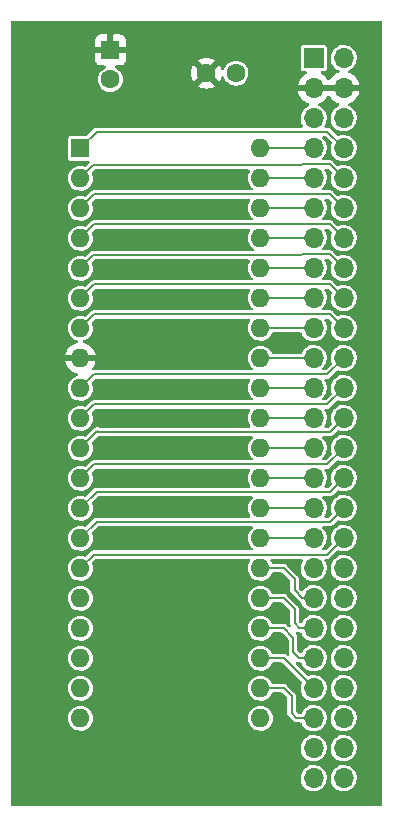
<source format=gtl>
G04 #@! TF.GenerationSoftware,KiCad,Pcbnew,(6.0.1)*
G04 #@! TF.CreationDate,2022-08-28T05:07:13-04:00*
G04 #@! TF.ProjectId,ITX-65C816,4954582d-3635-4433-9831-362e6b696361,1*
G04 #@! TF.SameCoordinates,Original*
G04 #@! TF.FileFunction,Copper,L1,Top*
G04 #@! TF.FilePolarity,Positive*
%FSLAX46Y46*%
G04 Gerber Fmt 4.6, Leading zero omitted, Abs format (unit mm)*
G04 Created by KiCad (PCBNEW (6.0.1)) date 2022-08-28 05:07:13*
%MOMM*%
%LPD*%
G01*
G04 APERTURE LIST*
G04 #@! TA.AperFunction,ComponentPad*
%ADD10R,1.600000X1.600000*%
G04 #@! TD*
G04 #@! TA.AperFunction,ComponentPad*
%ADD11O,1.600000X1.600000*%
G04 #@! TD*
G04 #@! TA.AperFunction,ComponentPad*
%ADD12C,1.600000*%
G04 #@! TD*
G04 #@! TA.AperFunction,ComponentPad*
%ADD13R,1.700000X1.700000*%
G04 #@! TD*
G04 #@! TA.AperFunction,ComponentPad*
%ADD14O,1.700000X1.700000*%
G04 #@! TD*
G04 #@! TA.AperFunction,Conductor*
%ADD15C,0.203200*%
G04 #@! TD*
G04 #@! TA.AperFunction,Conductor*
%ADD16C,0.200000*%
G04 #@! TD*
G04 APERTURE END LIST*
D10*
X90165000Y-66045000D03*
D11*
X90165000Y-68585000D03*
X90165000Y-71125000D03*
X90165000Y-73665000D03*
X90165000Y-76205000D03*
X90165000Y-78745000D03*
X90165000Y-81285000D03*
X90165000Y-83825000D03*
X90165000Y-86365000D03*
X90165000Y-88905000D03*
X90165000Y-91445000D03*
X90165000Y-93985000D03*
X90165000Y-96525000D03*
X90165000Y-99065000D03*
X90165000Y-101605000D03*
X90165000Y-104145000D03*
X90165000Y-106685000D03*
X90165000Y-109225000D03*
X90165000Y-111765000D03*
X90165000Y-114305000D03*
X105405000Y-114305000D03*
X105405000Y-111765000D03*
X105405000Y-109225000D03*
X105405000Y-106685000D03*
X105405000Y-104145000D03*
X105405000Y-101605000D03*
X105405000Y-99065000D03*
X105405000Y-96525000D03*
X105405000Y-93985000D03*
X105405000Y-91445000D03*
X105405000Y-88905000D03*
X105405000Y-86365000D03*
X105405000Y-83825000D03*
X105405000Y-81285000D03*
X105405000Y-78745000D03*
X105405000Y-76205000D03*
X105405000Y-73665000D03*
X105405000Y-71125000D03*
X105405000Y-68585000D03*
X105405000Y-66045000D03*
D12*
X100838000Y-59690000D03*
X103338000Y-59690000D03*
D13*
X109920000Y-58415000D03*
D14*
X112460000Y-58415000D03*
X109920000Y-60955000D03*
X112460000Y-60955000D03*
X109920000Y-63495000D03*
X112460000Y-63495000D03*
X109920000Y-66035000D03*
X112460000Y-66035000D03*
X109920000Y-68575000D03*
X112460000Y-68575000D03*
X109920000Y-71115000D03*
X112460000Y-71115000D03*
X109920000Y-73655000D03*
X112460000Y-73655000D03*
X109920000Y-76195000D03*
X112460000Y-76195000D03*
X109920000Y-78735000D03*
X112460000Y-78735000D03*
X109920000Y-81275000D03*
X112460000Y-81275000D03*
X109920000Y-83815000D03*
X112460000Y-83815000D03*
X109920000Y-86355000D03*
X112460000Y-86355000D03*
X109920000Y-88895000D03*
X112460000Y-88895000D03*
X109920000Y-91435000D03*
X112460000Y-91435000D03*
X109920000Y-93975000D03*
X112460000Y-93975000D03*
X109920000Y-96515000D03*
X112460000Y-96515000D03*
X109920000Y-99055000D03*
X112460000Y-99055000D03*
X109920000Y-101595000D03*
X112460000Y-101595000D03*
X109920000Y-104135000D03*
X112460000Y-104135000D03*
X109920000Y-106675000D03*
X112460000Y-106675000D03*
X109920000Y-109215000D03*
X112460000Y-109215000D03*
X109920000Y-111755000D03*
X112460000Y-111755000D03*
X109920000Y-114295000D03*
X112460000Y-114295000D03*
X109920000Y-116835000D03*
X112460000Y-116835000D03*
X109920000Y-119375000D03*
X112460000Y-119375000D03*
D10*
X92710000Y-57722888D03*
D12*
X92710000Y-60222888D03*
D15*
X105405000Y-66045000D02*
X109910000Y-66045000D01*
X109910000Y-66045000D02*
X109920000Y-66035000D01*
X91560689Y-64649311D02*
X111074311Y-64649311D01*
X90165000Y-66045000D02*
X91560689Y-64649311D01*
X111074311Y-64649311D02*
X112460000Y-66035000D01*
X105405000Y-68585000D02*
X109910000Y-68585000D01*
X109910000Y-68585000D02*
X109920000Y-68575000D01*
X111305689Y-67420689D02*
X112460000Y-68575000D01*
X108882688Y-67480689D02*
X108942688Y-67420689D01*
X91269311Y-67480689D02*
X108882688Y-67480689D01*
X108942688Y-67420689D02*
X111305689Y-67420689D01*
X90165000Y-68585000D02*
X91269311Y-67480689D01*
X105405000Y-71125000D02*
X109910000Y-71125000D01*
X109910000Y-71125000D02*
X109920000Y-71115000D01*
X111305689Y-69960689D02*
X112460000Y-71115000D01*
X90165000Y-71125000D02*
X91329311Y-69960689D01*
X91329311Y-69960689D02*
X111305689Y-69960689D01*
X109910000Y-73665000D02*
X109920000Y-73655000D01*
X105405000Y-73665000D02*
X109910000Y-73665000D01*
X91329311Y-72500689D02*
X111305689Y-72500689D01*
X111305689Y-72500689D02*
X112460000Y-73655000D01*
X90165000Y-73665000D02*
X91329311Y-72500689D01*
X105405000Y-76205000D02*
X109910000Y-76205000D01*
X109910000Y-76205000D02*
X109920000Y-76195000D01*
X108882690Y-75100689D02*
X108942690Y-75040689D01*
X111305689Y-75040689D02*
X112460000Y-76195000D01*
X108942690Y-75040689D02*
X111305689Y-75040689D01*
X90165000Y-76205000D02*
X91269311Y-75100689D01*
X91269311Y-75100689D02*
X108882690Y-75100689D01*
X105405000Y-78745000D02*
X109910000Y-78745000D01*
X109910000Y-78745000D02*
X109920000Y-78735000D01*
X91329311Y-77580689D02*
X111305689Y-77580689D01*
X111305689Y-77580689D02*
X112460000Y-78735000D01*
X90165000Y-78745000D02*
X91329311Y-77580689D01*
X109910000Y-81285000D02*
X109920000Y-81275000D01*
X105405000Y-81285000D02*
X109910000Y-81285000D01*
X91329311Y-80120689D02*
X111305689Y-80120689D01*
X90165000Y-81285000D02*
X91329311Y-80120689D01*
X111305689Y-80120689D02*
X112460000Y-81275000D01*
X90165000Y-86365000D02*
X91329311Y-85200689D01*
X111074311Y-85200689D02*
X112460000Y-83815000D01*
X91329311Y-85200689D02*
X111074311Y-85200689D01*
X109910000Y-83825000D02*
X109920000Y-83815000D01*
X105405000Y-83825000D02*
X109910000Y-83825000D01*
X90165000Y-88905000D02*
X91329311Y-87740689D01*
X111074311Y-87740689D02*
X112460000Y-86355000D01*
X91329311Y-87740689D02*
X111074311Y-87740689D01*
X105405000Y-86365000D02*
X109910000Y-86365000D01*
X109910000Y-86365000D02*
X109920000Y-86355000D01*
X111305689Y-90049311D02*
X112460000Y-88895000D01*
X91640689Y-90049311D02*
X111305689Y-90049311D01*
X90165000Y-91445000D02*
X91600689Y-90009311D01*
X91600689Y-90009311D02*
X91640689Y-90049311D01*
X105405000Y-88905000D02*
X109910000Y-88905000D01*
X109910000Y-88905000D02*
X109920000Y-88895000D01*
X91329311Y-92820689D02*
X111074311Y-92820689D01*
X111074311Y-92820689D02*
X112460000Y-91435000D01*
X90165000Y-93985000D02*
X91329311Y-92820689D01*
X109910000Y-91445000D02*
X109920000Y-91435000D01*
X105405000Y-91445000D02*
X109910000Y-91445000D01*
X111305689Y-95129311D02*
X112460000Y-93975000D01*
X91560689Y-95129311D02*
X111305689Y-95129311D01*
X90165000Y-96525000D02*
X91560689Y-95129311D01*
X105405000Y-93985000D02*
X109910000Y-93985000D01*
X109910000Y-93985000D02*
X109920000Y-93975000D01*
X90165000Y-99065000D02*
X91560689Y-97669311D01*
X91560689Y-97669311D02*
X111305689Y-97669311D01*
X111305689Y-97669311D02*
X112460000Y-96515000D01*
X109910000Y-96525000D02*
X109920000Y-96515000D01*
X105405000Y-96525000D02*
X109910000Y-96525000D01*
D16*
X111072711Y-100442289D02*
X112460000Y-99055000D01*
X90165000Y-101605000D02*
X91327711Y-100442289D01*
X91327711Y-100442289D02*
X111072711Y-100442289D01*
X105405000Y-99065000D02*
X109910000Y-99065000D01*
X109910000Y-99065000D02*
X109920000Y-99055000D01*
D15*
X105405000Y-104145000D02*
X107390000Y-104145000D01*
X107390000Y-104145000D02*
X108302500Y-105057500D01*
X109920000Y-106675000D02*
X108707000Y-106675000D01*
X108302500Y-106270500D02*
X108302500Y-105057500D01*
X108707000Y-106675000D02*
X108302500Y-106270500D01*
X108175500Y-108683500D02*
X108175500Y-107470500D01*
X105405000Y-106685000D02*
X107390000Y-106685000D01*
X109920000Y-109215000D02*
X108707000Y-109215000D01*
X108707000Y-109215000D02*
X108175500Y-108683500D01*
X107390000Y-106685000D02*
X108175500Y-107470500D01*
X107390000Y-109225000D02*
X109920000Y-111755000D01*
X105405000Y-109225000D02*
X107390000Y-109225000D01*
X105405000Y-111765000D02*
X107390000Y-111765000D01*
X108453000Y-114295000D02*
X108048500Y-113890500D01*
X107390000Y-111765000D02*
X108048500Y-112423500D01*
X109920000Y-114295000D02*
X108453000Y-114295000D01*
X108048500Y-113890500D02*
X108048500Y-112423500D01*
D16*
X105405000Y-101605000D02*
X107390000Y-101605000D01*
X107390000Y-101605000D02*
X108302500Y-102517500D01*
X108302500Y-103476500D02*
X108302500Y-102517500D01*
X108961000Y-104135000D02*
X108302500Y-103476500D01*
X109920000Y-104135000D02*
X108961000Y-104135000D01*
G04 #@! TA.AperFunction,Conductor*
G36*
X115688121Y-55274002D02*
G01*
X115734614Y-55327658D01*
X115746000Y-55380000D01*
X115746000Y-121620000D01*
X115725998Y-121688121D01*
X115672342Y-121734614D01*
X115620000Y-121746000D01*
X84380000Y-121746000D01*
X84311879Y-121725998D01*
X84265386Y-121672342D01*
X84254000Y-121620000D01*
X84254000Y-119345964D01*
X108811148Y-119345964D01*
X108824424Y-119548522D01*
X108825845Y-119554118D01*
X108825846Y-119554123D01*
X108846119Y-119633945D01*
X108874392Y-119745269D01*
X108876809Y-119750512D01*
X108914010Y-119831208D01*
X108959377Y-119929616D01*
X109076533Y-120095389D01*
X109221938Y-120237035D01*
X109390720Y-120349812D01*
X109396023Y-120352090D01*
X109396026Y-120352092D01*
X109484707Y-120390192D01*
X109577228Y-120429942D01*
X109650244Y-120446464D01*
X109769579Y-120473467D01*
X109769584Y-120473468D01*
X109775216Y-120474742D01*
X109780987Y-120474969D01*
X109780989Y-120474969D01*
X109840756Y-120477317D01*
X109978053Y-120482712D01*
X110078499Y-120468148D01*
X110173231Y-120454413D01*
X110173236Y-120454412D01*
X110178945Y-120453584D01*
X110184409Y-120451729D01*
X110184414Y-120451728D01*
X110365693Y-120390192D01*
X110365698Y-120390190D01*
X110371165Y-120388334D01*
X110548276Y-120289147D01*
X110610934Y-120237035D01*
X110699913Y-120163031D01*
X110704345Y-120159345D01*
X110834147Y-120003276D01*
X110933334Y-119826165D01*
X110935190Y-119820698D01*
X110935192Y-119820693D01*
X110996728Y-119639414D01*
X110996729Y-119639409D01*
X110998584Y-119633945D01*
X110999412Y-119628236D01*
X110999413Y-119628231D01*
X111027179Y-119436727D01*
X111027712Y-119433053D01*
X111029232Y-119375000D01*
X111026564Y-119345964D01*
X111351148Y-119345964D01*
X111364424Y-119548522D01*
X111365845Y-119554118D01*
X111365846Y-119554123D01*
X111386119Y-119633945D01*
X111414392Y-119745269D01*
X111416809Y-119750512D01*
X111454010Y-119831208D01*
X111499377Y-119929616D01*
X111616533Y-120095389D01*
X111761938Y-120237035D01*
X111930720Y-120349812D01*
X111936023Y-120352090D01*
X111936026Y-120352092D01*
X112024707Y-120390192D01*
X112117228Y-120429942D01*
X112190244Y-120446464D01*
X112309579Y-120473467D01*
X112309584Y-120473468D01*
X112315216Y-120474742D01*
X112320987Y-120474969D01*
X112320989Y-120474969D01*
X112380756Y-120477317D01*
X112518053Y-120482712D01*
X112618499Y-120468148D01*
X112713231Y-120454413D01*
X112713236Y-120454412D01*
X112718945Y-120453584D01*
X112724409Y-120451729D01*
X112724414Y-120451728D01*
X112905693Y-120390192D01*
X112905698Y-120390190D01*
X112911165Y-120388334D01*
X113088276Y-120289147D01*
X113150934Y-120237035D01*
X113239913Y-120163031D01*
X113244345Y-120159345D01*
X113374147Y-120003276D01*
X113473334Y-119826165D01*
X113475190Y-119820698D01*
X113475192Y-119820693D01*
X113536728Y-119639414D01*
X113536729Y-119639409D01*
X113538584Y-119633945D01*
X113539412Y-119628236D01*
X113539413Y-119628231D01*
X113567179Y-119436727D01*
X113567712Y-119433053D01*
X113569232Y-119375000D01*
X113550658Y-119172859D01*
X113549090Y-119167299D01*
X113497125Y-118983046D01*
X113497124Y-118983044D01*
X113495557Y-118977487D01*
X113484978Y-118956033D01*
X113408331Y-118800609D01*
X113405776Y-118795428D01*
X113284320Y-118632779D01*
X113135258Y-118494987D01*
X113130375Y-118491906D01*
X113130371Y-118491903D01*
X112968464Y-118389748D01*
X112963581Y-118386667D01*
X112775039Y-118311446D01*
X112769379Y-118310320D01*
X112769375Y-118310319D01*
X112581613Y-118272971D01*
X112581610Y-118272971D01*
X112575946Y-118271844D01*
X112570171Y-118271768D01*
X112570167Y-118271768D01*
X112468793Y-118270441D01*
X112372971Y-118269187D01*
X112367274Y-118270166D01*
X112367273Y-118270166D01*
X112178607Y-118302585D01*
X112172910Y-118303564D01*
X111982463Y-118373824D01*
X111808010Y-118477612D01*
X111803670Y-118481418D01*
X111803666Y-118481421D01*
X111783723Y-118498911D01*
X111655392Y-118611455D01*
X111529720Y-118770869D01*
X111527031Y-118775980D01*
X111527029Y-118775983D01*
X111514073Y-118800609D01*
X111435203Y-118950515D01*
X111375007Y-119144378D01*
X111351148Y-119345964D01*
X111026564Y-119345964D01*
X111010658Y-119172859D01*
X111009090Y-119167299D01*
X110957125Y-118983046D01*
X110957124Y-118983044D01*
X110955557Y-118977487D01*
X110944978Y-118956033D01*
X110868331Y-118800609D01*
X110865776Y-118795428D01*
X110744320Y-118632779D01*
X110595258Y-118494987D01*
X110590375Y-118491906D01*
X110590371Y-118491903D01*
X110428464Y-118389748D01*
X110423581Y-118386667D01*
X110235039Y-118311446D01*
X110229379Y-118310320D01*
X110229375Y-118310319D01*
X110041613Y-118272971D01*
X110041610Y-118272971D01*
X110035946Y-118271844D01*
X110030171Y-118271768D01*
X110030167Y-118271768D01*
X109928793Y-118270441D01*
X109832971Y-118269187D01*
X109827274Y-118270166D01*
X109827273Y-118270166D01*
X109638607Y-118302585D01*
X109632910Y-118303564D01*
X109442463Y-118373824D01*
X109268010Y-118477612D01*
X109263670Y-118481418D01*
X109263666Y-118481421D01*
X109243723Y-118498911D01*
X109115392Y-118611455D01*
X108989720Y-118770869D01*
X108987031Y-118775980D01*
X108987029Y-118775983D01*
X108974073Y-118800609D01*
X108895203Y-118950515D01*
X108835007Y-119144378D01*
X108811148Y-119345964D01*
X84254000Y-119345964D01*
X84254000Y-116805964D01*
X108811148Y-116805964D01*
X108824424Y-117008522D01*
X108825845Y-117014118D01*
X108825846Y-117014123D01*
X108846119Y-117093945D01*
X108874392Y-117205269D01*
X108876809Y-117210512D01*
X108914010Y-117291208D01*
X108959377Y-117389616D01*
X109076533Y-117555389D01*
X109221938Y-117697035D01*
X109390720Y-117809812D01*
X109396023Y-117812090D01*
X109396026Y-117812092D01*
X109484707Y-117850192D01*
X109577228Y-117889942D01*
X109650244Y-117906464D01*
X109769579Y-117933467D01*
X109769584Y-117933468D01*
X109775216Y-117934742D01*
X109780987Y-117934969D01*
X109780989Y-117934969D01*
X109840756Y-117937317D01*
X109978053Y-117942712D01*
X110078499Y-117928148D01*
X110173231Y-117914413D01*
X110173236Y-117914412D01*
X110178945Y-117913584D01*
X110184409Y-117911729D01*
X110184414Y-117911728D01*
X110365693Y-117850192D01*
X110365698Y-117850190D01*
X110371165Y-117848334D01*
X110548276Y-117749147D01*
X110610934Y-117697035D01*
X110699913Y-117623031D01*
X110704345Y-117619345D01*
X110834147Y-117463276D01*
X110933334Y-117286165D01*
X110935190Y-117280698D01*
X110935192Y-117280693D01*
X110996728Y-117099414D01*
X110996729Y-117099409D01*
X110998584Y-117093945D01*
X110999412Y-117088236D01*
X110999413Y-117088231D01*
X111027179Y-116896727D01*
X111027712Y-116893053D01*
X111029232Y-116835000D01*
X111026564Y-116805964D01*
X111351148Y-116805964D01*
X111364424Y-117008522D01*
X111365845Y-117014118D01*
X111365846Y-117014123D01*
X111386119Y-117093945D01*
X111414392Y-117205269D01*
X111416809Y-117210512D01*
X111454010Y-117291208D01*
X111499377Y-117389616D01*
X111616533Y-117555389D01*
X111761938Y-117697035D01*
X111930720Y-117809812D01*
X111936023Y-117812090D01*
X111936026Y-117812092D01*
X112024707Y-117850192D01*
X112117228Y-117889942D01*
X112190244Y-117906464D01*
X112309579Y-117933467D01*
X112309584Y-117933468D01*
X112315216Y-117934742D01*
X112320987Y-117934969D01*
X112320989Y-117934969D01*
X112380756Y-117937317D01*
X112518053Y-117942712D01*
X112618499Y-117928148D01*
X112713231Y-117914413D01*
X112713236Y-117914412D01*
X112718945Y-117913584D01*
X112724409Y-117911729D01*
X112724414Y-117911728D01*
X112905693Y-117850192D01*
X112905698Y-117850190D01*
X112911165Y-117848334D01*
X113088276Y-117749147D01*
X113150934Y-117697035D01*
X113239913Y-117623031D01*
X113244345Y-117619345D01*
X113374147Y-117463276D01*
X113473334Y-117286165D01*
X113475190Y-117280698D01*
X113475192Y-117280693D01*
X113536728Y-117099414D01*
X113536729Y-117099409D01*
X113538584Y-117093945D01*
X113539412Y-117088236D01*
X113539413Y-117088231D01*
X113567179Y-116896727D01*
X113567712Y-116893053D01*
X113569232Y-116835000D01*
X113550658Y-116632859D01*
X113549090Y-116627299D01*
X113497125Y-116443046D01*
X113497124Y-116443044D01*
X113495557Y-116437487D01*
X113484978Y-116416033D01*
X113408331Y-116260609D01*
X113405776Y-116255428D01*
X113284320Y-116092779D01*
X113135258Y-115954987D01*
X113130375Y-115951906D01*
X113130371Y-115951903D01*
X112968464Y-115849748D01*
X112963581Y-115846667D01*
X112775039Y-115771446D01*
X112769379Y-115770320D01*
X112769375Y-115770319D01*
X112581613Y-115732971D01*
X112581610Y-115732971D01*
X112575946Y-115731844D01*
X112570171Y-115731768D01*
X112570167Y-115731768D01*
X112468793Y-115730441D01*
X112372971Y-115729187D01*
X112367274Y-115730166D01*
X112367273Y-115730166D01*
X112178607Y-115762585D01*
X112172910Y-115763564D01*
X111982463Y-115833824D01*
X111808010Y-115937612D01*
X111803670Y-115941418D01*
X111803666Y-115941421D01*
X111783723Y-115958911D01*
X111655392Y-116071455D01*
X111529720Y-116230869D01*
X111527031Y-116235980D01*
X111527029Y-116235983D01*
X111514073Y-116260609D01*
X111435203Y-116410515D01*
X111375007Y-116604378D01*
X111351148Y-116805964D01*
X111026564Y-116805964D01*
X111010658Y-116632859D01*
X111009090Y-116627299D01*
X110957125Y-116443046D01*
X110957124Y-116443044D01*
X110955557Y-116437487D01*
X110944978Y-116416033D01*
X110868331Y-116260609D01*
X110865776Y-116255428D01*
X110744320Y-116092779D01*
X110595258Y-115954987D01*
X110590375Y-115951906D01*
X110590371Y-115951903D01*
X110428464Y-115849748D01*
X110423581Y-115846667D01*
X110235039Y-115771446D01*
X110229379Y-115770320D01*
X110229375Y-115770319D01*
X110041613Y-115732971D01*
X110041610Y-115732971D01*
X110035946Y-115731844D01*
X110030171Y-115731768D01*
X110030167Y-115731768D01*
X109928793Y-115730441D01*
X109832971Y-115729187D01*
X109827274Y-115730166D01*
X109827273Y-115730166D01*
X109638607Y-115762585D01*
X109632910Y-115763564D01*
X109442463Y-115833824D01*
X109268010Y-115937612D01*
X109263670Y-115941418D01*
X109263666Y-115941421D01*
X109243723Y-115958911D01*
X109115392Y-116071455D01*
X108989720Y-116230869D01*
X108987031Y-116235980D01*
X108987029Y-116235983D01*
X108974073Y-116260609D01*
X108895203Y-116410515D01*
X108835007Y-116604378D01*
X108811148Y-116805964D01*
X84254000Y-116805964D01*
X84254000Y-114290206D01*
X89105501Y-114290206D01*
X89106743Y-114305000D01*
X89120946Y-114474123D01*
X89122806Y-114496278D01*
X89179807Y-114695066D01*
X89182625Y-114700548D01*
X89182626Y-114700552D01*
X89271514Y-114873509D01*
X89271517Y-114873513D01*
X89274334Y-114878995D01*
X89402786Y-115041061D01*
X89407479Y-115045055D01*
X89407480Y-115045056D01*
X89447770Y-115079345D01*
X89560271Y-115175091D01*
X89740789Y-115275980D01*
X89937466Y-115339884D01*
X90142809Y-115364370D01*
X90148944Y-115363898D01*
X90148946Y-115363898D01*
X90342856Y-115348977D01*
X90342860Y-115348976D01*
X90348998Y-115348504D01*
X90548178Y-115292892D01*
X90553682Y-115290112D01*
X90553684Y-115290111D01*
X90727262Y-115202431D01*
X90727264Y-115202430D01*
X90732763Y-115199652D01*
X90895722Y-115072334D01*
X90899748Y-115067670D01*
X90899751Y-115067667D01*
X91026819Y-114920457D01*
X91026820Y-114920455D01*
X91030848Y-114915789D01*
X91132995Y-114735979D01*
X91170846Y-114622193D01*
X91196325Y-114545601D01*
X91196326Y-114545598D01*
X91198270Y-114539753D01*
X91224189Y-114334586D01*
X91224602Y-114305000D01*
X91223151Y-114290206D01*
X104345501Y-114290206D01*
X104346743Y-114305000D01*
X104360946Y-114474123D01*
X104362806Y-114496278D01*
X104419807Y-114695066D01*
X104422625Y-114700548D01*
X104422626Y-114700552D01*
X104511514Y-114873509D01*
X104511517Y-114873513D01*
X104514334Y-114878995D01*
X104642786Y-115041061D01*
X104647479Y-115045055D01*
X104647480Y-115045056D01*
X104687770Y-115079345D01*
X104800271Y-115175091D01*
X104980789Y-115275980D01*
X105177466Y-115339884D01*
X105382809Y-115364370D01*
X105388944Y-115363898D01*
X105388946Y-115363898D01*
X105582856Y-115348977D01*
X105582860Y-115348976D01*
X105588998Y-115348504D01*
X105788178Y-115292892D01*
X105793682Y-115290112D01*
X105793684Y-115290111D01*
X105967262Y-115202431D01*
X105967264Y-115202430D01*
X105972763Y-115199652D01*
X106135722Y-115072334D01*
X106139748Y-115067670D01*
X106139751Y-115067667D01*
X106266819Y-114920457D01*
X106266820Y-114920455D01*
X106270848Y-114915789D01*
X106372995Y-114735979D01*
X106410846Y-114622193D01*
X106436325Y-114545601D01*
X106436326Y-114545598D01*
X106438270Y-114539753D01*
X106464189Y-114334586D01*
X106464602Y-114305000D01*
X106444422Y-114099189D01*
X106384651Y-113901217D01*
X106320147Y-113779903D01*
X106290459Y-113724067D01*
X106290457Y-113724064D01*
X106287565Y-113718625D01*
X106283674Y-113713855D01*
X106283672Y-113713851D01*
X106160758Y-113563143D01*
X106160755Y-113563140D01*
X106156863Y-113558368D01*
X106145364Y-113548855D01*
X106002271Y-113430478D01*
X106002266Y-113430475D01*
X105997522Y-113426550D01*
X105992103Y-113423620D01*
X105992100Y-113423618D01*
X105821032Y-113331122D01*
X105821027Y-113331120D01*
X105815612Y-113328192D01*
X105618063Y-113267040D01*
X105611938Y-113266396D01*
X105611937Y-113266396D01*
X105418526Y-113246068D01*
X105418524Y-113246068D01*
X105412397Y-113245424D01*
X105286229Y-113256906D01*
X105212591Y-113263607D01*
X105212590Y-113263607D01*
X105206450Y-113264166D01*
X105008066Y-113322554D01*
X105002601Y-113325411D01*
X104830261Y-113415508D01*
X104830257Y-113415511D01*
X104824801Y-113418363D01*
X104663635Y-113547943D01*
X104530708Y-113706360D01*
X104431082Y-113887578D01*
X104368553Y-114084696D01*
X104367867Y-114090813D01*
X104367866Y-114090817D01*
X104348220Y-114265964D01*
X104345501Y-114290206D01*
X91223151Y-114290206D01*
X91204422Y-114099189D01*
X91144651Y-113901217D01*
X91080147Y-113779903D01*
X91050459Y-113724067D01*
X91050457Y-113724064D01*
X91047565Y-113718625D01*
X91043674Y-113713855D01*
X91043672Y-113713851D01*
X90920758Y-113563143D01*
X90920755Y-113563140D01*
X90916863Y-113558368D01*
X90905364Y-113548855D01*
X90762271Y-113430478D01*
X90762266Y-113430475D01*
X90757522Y-113426550D01*
X90752103Y-113423620D01*
X90752100Y-113423618D01*
X90581032Y-113331122D01*
X90581027Y-113331120D01*
X90575612Y-113328192D01*
X90378063Y-113267040D01*
X90371938Y-113266396D01*
X90371937Y-113266396D01*
X90178526Y-113246068D01*
X90178524Y-113246068D01*
X90172397Y-113245424D01*
X90046229Y-113256906D01*
X89972591Y-113263607D01*
X89972590Y-113263607D01*
X89966450Y-113264166D01*
X89768066Y-113322554D01*
X89762601Y-113325411D01*
X89590261Y-113415508D01*
X89590257Y-113415511D01*
X89584801Y-113418363D01*
X89423635Y-113547943D01*
X89290708Y-113706360D01*
X89191082Y-113887578D01*
X89128553Y-114084696D01*
X89127867Y-114090813D01*
X89127866Y-114090817D01*
X89108220Y-114265964D01*
X89105501Y-114290206D01*
X84254000Y-114290206D01*
X84254000Y-111750206D01*
X89105501Y-111750206D01*
X89106743Y-111765000D01*
X89120946Y-111934123D01*
X89122806Y-111956278D01*
X89179807Y-112155066D01*
X89182625Y-112160548D01*
X89182626Y-112160552D01*
X89271514Y-112333509D01*
X89271517Y-112333513D01*
X89274334Y-112338995D01*
X89402786Y-112501061D01*
X89407479Y-112505055D01*
X89407480Y-112505056D01*
X89546289Y-112623191D01*
X89560271Y-112635091D01*
X89740789Y-112735980D01*
X89937466Y-112799884D01*
X90142809Y-112824370D01*
X90148944Y-112823898D01*
X90148946Y-112823898D01*
X90342856Y-112808977D01*
X90342860Y-112808976D01*
X90348998Y-112808504D01*
X90548178Y-112752892D01*
X90553682Y-112750112D01*
X90553684Y-112750111D01*
X90727262Y-112662431D01*
X90727264Y-112662430D01*
X90732763Y-112659652D01*
X90895722Y-112532334D01*
X90899748Y-112527670D01*
X90899751Y-112527667D01*
X91026819Y-112380457D01*
X91026820Y-112380455D01*
X91030848Y-112375789D01*
X91124454Y-112211014D01*
X91129950Y-112201340D01*
X91129952Y-112201335D01*
X91132995Y-112195979D01*
X91198270Y-111999753D01*
X91224189Y-111794586D01*
X91224602Y-111765000D01*
X91223151Y-111750206D01*
X104345501Y-111750206D01*
X104346743Y-111765000D01*
X104360946Y-111934123D01*
X104362806Y-111956278D01*
X104419807Y-112155066D01*
X104422625Y-112160548D01*
X104422626Y-112160552D01*
X104511514Y-112333509D01*
X104511517Y-112333513D01*
X104514334Y-112338995D01*
X104642786Y-112501061D01*
X104647479Y-112505055D01*
X104647480Y-112505056D01*
X104786289Y-112623191D01*
X104800271Y-112635091D01*
X104980789Y-112735980D01*
X105177466Y-112799884D01*
X105382809Y-112824370D01*
X105388944Y-112823898D01*
X105388946Y-112823898D01*
X105582856Y-112808977D01*
X105582860Y-112808976D01*
X105588998Y-112808504D01*
X105788178Y-112752892D01*
X105793682Y-112750112D01*
X105793684Y-112750111D01*
X105967262Y-112662431D01*
X105967264Y-112662430D01*
X105972763Y-112659652D01*
X106135722Y-112532334D01*
X106139748Y-112527670D01*
X106139751Y-112527667D01*
X106266819Y-112380457D01*
X106266820Y-112380455D01*
X106270848Y-112375789D01*
X106372995Y-112195979D01*
X106373451Y-112194608D01*
X106418372Y-112141756D01*
X106487500Y-112121100D01*
X107190309Y-112121100D01*
X107258430Y-112141102D01*
X107279404Y-112158005D01*
X107655495Y-112534096D01*
X107689521Y-112596408D01*
X107692400Y-112623191D01*
X107692400Y-113839072D01*
X107690266Y-113859121D01*
X107690068Y-113863311D01*
X107687876Y-113873493D01*
X107689100Y-113883834D01*
X107691527Y-113904340D01*
X107691844Y-113909715D01*
X107691972Y-113909704D01*
X107692400Y-113914882D01*
X107692400Y-113920084D01*
X107693254Y-113925214D01*
X107695339Y-113937743D01*
X107696174Y-113943615D01*
X107700584Y-113980874D01*
X107700586Y-113980881D01*
X107701810Y-113991222D01*
X107705530Y-113998968D01*
X107706940Y-114007442D01*
X107727770Y-114046048D01*
X107729692Y-114049609D01*
X107732385Y-114054896D01*
X107749695Y-114090942D01*
X107749697Y-114090945D01*
X107753128Y-114098090D01*
X107756499Y-114102100D01*
X107758437Y-114104038D01*
X107759952Y-114105689D01*
X107760173Y-114106099D01*
X107760131Y-114106137D01*
X107760292Y-114106320D01*
X107763235Y-114111774D01*
X107770882Y-114118842D01*
X107770882Y-114118843D01*
X107800295Y-114146032D01*
X107803861Y-114149462D01*
X108164832Y-114510433D01*
X108177509Y-114526129D01*
X108180326Y-114529225D01*
X108185975Y-114537974D01*
X108194153Y-114544421D01*
X108210372Y-114557207D01*
X108214396Y-114560783D01*
X108214479Y-114560685D01*
X108218443Y-114564044D01*
X108222118Y-114567719D01*
X108236737Y-114578167D01*
X108241408Y-114581674D01*
X108279075Y-114611368D01*
X108287181Y-114614214D01*
X108294171Y-114619210D01*
X108327709Y-114629240D01*
X108340071Y-114632937D01*
X108345715Y-114634771D01*
X108383447Y-114648021D01*
X108383450Y-114648022D01*
X108390929Y-114650648D01*
X108396148Y-114651100D01*
X108398859Y-114651100D01*
X108401135Y-114651198D01*
X108401585Y-114651333D01*
X108401583Y-114651387D01*
X108401814Y-114651402D01*
X108407751Y-114653177D01*
X108458149Y-114651197D01*
X108463095Y-114651100D01*
X108787202Y-114651100D01*
X108855323Y-114671102D01*
X108901628Y-114724349D01*
X108914010Y-114751208D01*
X108959377Y-114849616D01*
X109076533Y-115015389D01*
X109221938Y-115157035D01*
X109390720Y-115269812D01*
X109396023Y-115272090D01*
X109396026Y-115272092D01*
X109553817Y-115339884D01*
X109577228Y-115349942D01*
X109637769Y-115363641D01*
X109769579Y-115393467D01*
X109769584Y-115393468D01*
X109775216Y-115394742D01*
X109780987Y-115394969D01*
X109780989Y-115394969D01*
X109840756Y-115397317D01*
X109978053Y-115402712D01*
X110078499Y-115388148D01*
X110173231Y-115374413D01*
X110173236Y-115374412D01*
X110178945Y-115373584D01*
X110184409Y-115371729D01*
X110184414Y-115371728D01*
X110365693Y-115310192D01*
X110365698Y-115310190D01*
X110371165Y-115308334D01*
X110395777Y-115294551D01*
X110445683Y-115266602D01*
X110548276Y-115209147D01*
X110556352Y-115202431D01*
X110699913Y-115083031D01*
X110704345Y-115079345D01*
X110834147Y-114923276D01*
X110933334Y-114746165D01*
X110935190Y-114740698D01*
X110935192Y-114740693D01*
X110996728Y-114559414D01*
X110996729Y-114559409D01*
X110998584Y-114553945D01*
X110999412Y-114548236D01*
X110999413Y-114548231D01*
X111027179Y-114356727D01*
X111027712Y-114353053D01*
X111029232Y-114295000D01*
X111026564Y-114265964D01*
X111351148Y-114265964D01*
X111364424Y-114468522D01*
X111365845Y-114474118D01*
X111365846Y-114474123D01*
X111410679Y-114650648D01*
X111414392Y-114665269D01*
X111416809Y-114670512D01*
X111454010Y-114751208D01*
X111499377Y-114849616D01*
X111616533Y-115015389D01*
X111761938Y-115157035D01*
X111930720Y-115269812D01*
X111936023Y-115272090D01*
X111936026Y-115272092D01*
X112093817Y-115339884D01*
X112117228Y-115349942D01*
X112177769Y-115363641D01*
X112309579Y-115393467D01*
X112309584Y-115393468D01*
X112315216Y-115394742D01*
X112320987Y-115394969D01*
X112320989Y-115394969D01*
X112380756Y-115397317D01*
X112518053Y-115402712D01*
X112618499Y-115388148D01*
X112713231Y-115374413D01*
X112713236Y-115374412D01*
X112718945Y-115373584D01*
X112724409Y-115371729D01*
X112724414Y-115371728D01*
X112905693Y-115310192D01*
X112905698Y-115310190D01*
X112911165Y-115308334D01*
X112935777Y-115294551D01*
X112985683Y-115266602D01*
X113088276Y-115209147D01*
X113096352Y-115202431D01*
X113239913Y-115083031D01*
X113244345Y-115079345D01*
X113374147Y-114923276D01*
X113473334Y-114746165D01*
X113475190Y-114740698D01*
X113475192Y-114740693D01*
X113536728Y-114559414D01*
X113536729Y-114559409D01*
X113538584Y-114553945D01*
X113539412Y-114548236D01*
X113539413Y-114548231D01*
X113567179Y-114356727D01*
X113567712Y-114353053D01*
X113569232Y-114295000D01*
X113550658Y-114092859D01*
X113548356Y-114084696D01*
X113497125Y-113903046D01*
X113497124Y-113903044D01*
X113495557Y-113897487D01*
X113490671Y-113887578D01*
X113408331Y-113720609D01*
X113405776Y-113715428D01*
X113284320Y-113552779D01*
X113135258Y-113414987D01*
X113130375Y-113411906D01*
X113130371Y-113411903D01*
X112968464Y-113309748D01*
X112963581Y-113306667D01*
X112775039Y-113231446D01*
X112769379Y-113230320D01*
X112769375Y-113230319D01*
X112581613Y-113192971D01*
X112581610Y-113192971D01*
X112575946Y-113191844D01*
X112570171Y-113191768D01*
X112570167Y-113191768D01*
X112468793Y-113190441D01*
X112372971Y-113189187D01*
X112367274Y-113190166D01*
X112367273Y-113190166D01*
X112178607Y-113222585D01*
X112172910Y-113223564D01*
X111982463Y-113293824D01*
X111808010Y-113397612D01*
X111803670Y-113401418D01*
X111803666Y-113401421D01*
X111659733Y-113527648D01*
X111655392Y-113531455D01*
X111529720Y-113690869D01*
X111527031Y-113695980D01*
X111527029Y-113695983D01*
X111502293Y-113742998D01*
X111435203Y-113870515D01*
X111393696Y-114004191D01*
X111378782Y-114052222D01*
X111375007Y-114064378D01*
X111351148Y-114265964D01*
X111026564Y-114265964D01*
X111010658Y-114092859D01*
X111008356Y-114084696D01*
X110957125Y-113903046D01*
X110957124Y-113903044D01*
X110955557Y-113897487D01*
X110950671Y-113887578D01*
X110868331Y-113720609D01*
X110865776Y-113715428D01*
X110744320Y-113552779D01*
X110595258Y-113414987D01*
X110590375Y-113411906D01*
X110590371Y-113411903D01*
X110428464Y-113309748D01*
X110423581Y-113306667D01*
X110235039Y-113231446D01*
X110229379Y-113230320D01*
X110229375Y-113230319D01*
X110041613Y-113192971D01*
X110041610Y-113192971D01*
X110035946Y-113191844D01*
X110030171Y-113191768D01*
X110030167Y-113191768D01*
X109928793Y-113190441D01*
X109832971Y-113189187D01*
X109827274Y-113190166D01*
X109827273Y-113190166D01*
X109638607Y-113222585D01*
X109632910Y-113223564D01*
X109442463Y-113293824D01*
X109268010Y-113397612D01*
X109263670Y-113401418D01*
X109263666Y-113401421D01*
X109119733Y-113527648D01*
X109115392Y-113531455D01*
X108989720Y-113690869D01*
X108987031Y-113695980D01*
X108987029Y-113695983D01*
X108911746Y-113839072D01*
X108895203Y-113870515D01*
X108893017Y-113869365D01*
X108855134Y-113916389D01*
X108783259Y-113938900D01*
X108652692Y-113938900D01*
X108584571Y-113918898D01*
X108563597Y-113901995D01*
X108441505Y-113779903D01*
X108407479Y-113717591D01*
X108404600Y-113690808D01*
X108404600Y-112474932D01*
X108406735Y-112454871D01*
X108406932Y-112450687D01*
X108409124Y-112440507D01*
X108405473Y-112409660D01*
X108405156Y-112404285D01*
X108405028Y-112404296D01*
X108404600Y-112399118D01*
X108404600Y-112393916D01*
X108402360Y-112380457D01*
X108401661Y-112376257D01*
X108400826Y-112370385D01*
X108396416Y-112333126D01*
X108396414Y-112333119D01*
X108395190Y-112322778D01*
X108391470Y-112315032D01*
X108390060Y-112306558D01*
X108367308Y-112264391D01*
X108364615Y-112259104D01*
X108347305Y-112223058D01*
X108347303Y-112223055D01*
X108343872Y-112215910D01*
X108340501Y-112211900D01*
X108338563Y-112209962D01*
X108337048Y-112208311D01*
X108336827Y-112207901D01*
X108336869Y-112207863D01*
X108336708Y-112207680D01*
X108333765Y-112202226D01*
X108296705Y-112167968D01*
X108293140Y-112164539D01*
X107678168Y-111549567D01*
X107665496Y-111533878D01*
X107662676Y-111530778D01*
X107657025Y-111522026D01*
X107632633Y-111502797D01*
X107628603Y-111499216D01*
X107628520Y-111499314D01*
X107624563Y-111495961D01*
X107620882Y-111492280D01*
X107616648Y-111489254D01*
X107606289Y-111481851D01*
X107601544Y-111478288D01*
X107572105Y-111455080D01*
X107572103Y-111455079D01*
X107563925Y-111448632D01*
X107555820Y-111445786D01*
X107548829Y-111440790D01*
X107502938Y-111427066D01*
X107497293Y-111425232D01*
X107459553Y-111411979D01*
X107459550Y-111411978D01*
X107452071Y-111409352D01*
X107446852Y-111408900D01*
X107444141Y-111408900D01*
X107441864Y-111408802D01*
X107441415Y-111408667D01*
X107441417Y-111408613D01*
X107441184Y-111408598D01*
X107435248Y-111406823D01*
X107385385Y-111408782D01*
X107384850Y-111408803D01*
X107379904Y-111408900D01*
X106485712Y-111408900D01*
X106417591Y-111388898D01*
X106374461Y-111342053D01*
X106367910Y-111329731D01*
X106333658Y-111265314D01*
X106290459Y-111184067D01*
X106290457Y-111184064D01*
X106287565Y-111178625D01*
X106283674Y-111173855D01*
X106283672Y-111173851D01*
X106160758Y-111023143D01*
X106160755Y-111023140D01*
X106156863Y-111018368D01*
X106145364Y-111008855D01*
X106002271Y-110890478D01*
X106002266Y-110890475D01*
X105997522Y-110886550D01*
X105992103Y-110883620D01*
X105992100Y-110883618D01*
X105821032Y-110791122D01*
X105821027Y-110791120D01*
X105815612Y-110788192D01*
X105618063Y-110727040D01*
X105611938Y-110726396D01*
X105611937Y-110726396D01*
X105418526Y-110706068D01*
X105418524Y-110706068D01*
X105412397Y-110705424D01*
X105286229Y-110716906D01*
X105212591Y-110723607D01*
X105212590Y-110723607D01*
X105206450Y-110724166D01*
X105008066Y-110782554D01*
X105002601Y-110785411D01*
X104830261Y-110875508D01*
X104830257Y-110875511D01*
X104824801Y-110878363D01*
X104663635Y-111007943D01*
X104530708Y-111166360D01*
X104431082Y-111347578D01*
X104368553Y-111544696D01*
X104367867Y-111550813D01*
X104367866Y-111550817D01*
X104348220Y-111725964D01*
X104345501Y-111750206D01*
X91223151Y-111750206D01*
X91204422Y-111559189D01*
X91144651Y-111361217D01*
X91093658Y-111265314D01*
X91050459Y-111184067D01*
X91050457Y-111184064D01*
X91047565Y-111178625D01*
X91043674Y-111173855D01*
X91043672Y-111173851D01*
X90920758Y-111023143D01*
X90920755Y-111023140D01*
X90916863Y-111018368D01*
X90905364Y-111008855D01*
X90762271Y-110890478D01*
X90762266Y-110890475D01*
X90757522Y-110886550D01*
X90752103Y-110883620D01*
X90752100Y-110883618D01*
X90581032Y-110791122D01*
X90581027Y-110791120D01*
X90575612Y-110788192D01*
X90378063Y-110727040D01*
X90371938Y-110726396D01*
X90371937Y-110726396D01*
X90178526Y-110706068D01*
X90178524Y-110706068D01*
X90172397Y-110705424D01*
X90046229Y-110716906D01*
X89972591Y-110723607D01*
X89972590Y-110723607D01*
X89966450Y-110724166D01*
X89768066Y-110782554D01*
X89762601Y-110785411D01*
X89590261Y-110875508D01*
X89590257Y-110875511D01*
X89584801Y-110878363D01*
X89423635Y-111007943D01*
X89290708Y-111166360D01*
X89191082Y-111347578D01*
X89128553Y-111544696D01*
X89127867Y-111550813D01*
X89127866Y-111550817D01*
X89108220Y-111725964D01*
X89105501Y-111750206D01*
X84254000Y-111750206D01*
X84254000Y-109210206D01*
X89105501Y-109210206D01*
X89106743Y-109225000D01*
X89120946Y-109394123D01*
X89122806Y-109416278D01*
X89179807Y-109615066D01*
X89182625Y-109620548D01*
X89182626Y-109620552D01*
X89271514Y-109793509D01*
X89271517Y-109793513D01*
X89274334Y-109798995D01*
X89402786Y-109961061D01*
X89407479Y-109965055D01*
X89407480Y-109965056D01*
X89447770Y-109999345D01*
X89560271Y-110095091D01*
X89740789Y-110195980D01*
X89937466Y-110259884D01*
X90142809Y-110284370D01*
X90148944Y-110283898D01*
X90148946Y-110283898D01*
X90342856Y-110268977D01*
X90342860Y-110268976D01*
X90348998Y-110268504D01*
X90548178Y-110212892D01*
X90553682Y-110210112D01*
X90553684Y-110210111D01*
X90727262Y-110122431D01*
X90727264Y-110122430D01*
X90732763Y-110119652D01*
X90895722Y-109992334D01*
X90899748Y-109987670D01*
X90899751Y-109987667D01*
X91026819Y-109840457D01*
X91026820Y-109840455D01*
X91030848Y-109835789D01*
X91132995Y-109655979D01*
X91171616Y-109539878D01*
X91196325Y-109465601D01*
X91196326Y-109465598D01*
X91198270Y-109459753D01*
X91224189Y-109254586D01*
X91224602Y-109225000D01*
X91223151Y-109210206D01*
X104345501Y-109210206D01*
X104346743Y-109225000D01*
X104360946Y-109394123D01*
X104362806Y-109416278D01*
X104419807Y-109615066D01*
X104422625Y-109620548D01*
X104422626Y-109620552D01*
X104511514Y-109793509D01*
X104511517Y-109793513D01*
X104514334Y-109798995D01*
X104642786Y-109961061D01*
X104647479Y-109965055D01*
X104647480Y-109965056D01*
X104687770Y-109999345D01*
X104800271Y-110095091D01*
X104980789Y-110195980D01*
X105177466Y-110259884D01*
X105382809Y-110284370D01*
X105388944Y-110283898D01*
X105388946Y-110283898D01*
X105582856Y-110268977D01*
X105582860Y-110268976D01*
X105588998Y-110268504D01*
X105788178Y-110212892D01*
X105793682Y-110210112D01*
X105793684Y-110210111D01*
X105967262Y-110122431D01*
X105967264Y-110122430D01*
X105972763Y-110119652D01*
X106135722Y-109992334D01*
X106139748Y-109987670D01*
X106139751Y-109987667D01*
X106266819Y-109840457D01*
X106266820Y-109840455D01*
X106270848Y-109835789D01*
X106372995Y-109655979D01*
X106373451Y-109654608D01*
X106418372Y-109601756D01*
X106487500Y-109581100D01*
X107190309Y-109581100D01*
X107258430Y-109601102D01*
X107279404Y-109618005D01*
X108864401Y-111203002D01*
X108898427Y-111265314D01*
X108892678Y-111329731D01*
X108895203Y-111330515D01*
X108835007Y-111524378D01*
X108811148Y-111725964D01*
X108824424Y-111928522D01*
X108825845Y-111934118D01*
X108825846Y-111934123D01*
X108846119Y-112013945D01*
X108874392Y-112125269D01*
X108876809Y-112130512D01*
X108912468Y-112207863D01*
X108959377Y-112309616D01*
X109076533Y-112475389D01*
X109221938Y-112617035D01*
X109390720Y-112729812D01*
X109396023Y-112732090D01*
X109396026Y-112732092D01*
X109553817Y-112799884D01*
X109577228Y-112809942D01*
X109637769Y-112823641D01*
X109769579Y-112853467D01*
X109769584Y-112853468D01*
X109775216Y-112854742D01*
X109780987Y-112854969D01*
X109780989Y-112854969D01*
X109840756Y-112857317D01*
X109978053Y-112862712D01*
X110078499Y-112848148D01*
X110173231Y-112834413D01*
X110173236Y-112834412D01*
X110178945Y-112833584D01*
X110184409Y-112831729D01*
X110184414Y-112831728D01*
X110365693Y-112770192D01*
X110365698Y-112770190D01*
X110371165Y-112768334D01*
X110395777Y-112754551D01*
X110445683Y-112726602D01*
X110548276Y-112669147D01*
X110556352Y-112662431D01*
X110699913Y-112543031D01*
X110704345Y-112539345D01*
X110825298Y-112393916D01*
X110830453Y-112387718D01*
X110830455Y-112387715D01*
X110834147Y-112383276D01*
X110903687Y-112259104D01*
X110930510Y-112211208D01*
X110930511Y-112211206D01*
X110933334Y-112206165D01*
X110935190Y-112200698D01*
X110935192Y-112200693D01*
X110996728Y-112019414D01*
X110996729Y-112019409D01*
X110998584Y-112013945D01*
X110999412Y-112008236D01*
X110999413Y-112008231D01*
X111027179Y-111816727D01*
X111027712Y-111813053D01*
X111029232Y-111755000D01*
X111026564Y-111725964D01*
X111351148Y-111725964D01*
X111364424Y-111928522D01*
X111365845Y-111934118D01*
X111365846Y-111934123D01*
X111386119Y-112013945D01*
X111414392Y-112125269D01*
X111416809Y-112130512D01*
X111452468Y-112207863D01*
X111499377Y-112309616D01*
X111616533Y-112475389D01*
X111761938Y-112617035D01*
X111930720Y-112729812D01*
X111936023Y-112732090D01*
X111936026Y-112732092D01*
X112093817Y-112799884D01*
X112117228Y-112809942D01*
X112177769Y-112823641D01*
X112309579Y-112853467D01*
X112309584Y-112853468D01*
X112315216Y-112854742D01*
X112320987Y-112854969D01*
X112320989Y-112854969D01*
X112380756Y-112857317D01*
X112518053Y-112862712D01*
X112618499Y-112848148D01*
X112713231Y-112834413D01*
X112713236Y-112834412D01*
X112718945Y-112833584D01*
X112724409Y-112831729D01*
X112724414Y-112831728D01*
X112905693Y-112770192D01*
X112905698Y-112770190D01*
X112911165Y-112768334D01*
X112935777Y-112754551D01*
X112985683Y-112726602D01*
X113088276Y-112669147D01*
X113096352Y-112662431D01*
X113239913Y-112543031D01*
X113244345Y-112539345D01*
X113365298Y-112393916D01*
X113370453Y-112387718D01*
X113370455Y-112387715D01*
X113374147Y-112383276D01*
X113443687Y-112259104D01*
X113470510Y-112211208D01*
X113470511Y-112211206D01*
X113473334Y-112206165D01*
X113475190Y-112200698D01*
X113475192Y-112200693D01*
X113536728Y-112019414D01*
X113536729Y-112019409D01*
X113538584Y-112013945D01*
X113539412Y-112008236D01*
X113539413Y-112008231D01*
X113567179Y-111816727D01*
X113567712Y-111813053D01*
X113569232Y-111755000D01*
X113550658Y-111552859D01*
X113547054Y-111540081D01*
X113497125Y-111363046D01*
X113497124Y-111363044D01*
X113495557Y-111357487D01*
X113490671Y-111347578D01*
X113408331Y-111180609D01*
X113405776Y-111175428D01*
X113284320Y-111012779D01*
X113135258Y-110874987D01*
X113130375Y-110871906D01*
X113130371Y-110871903D01*
X112968464Y-110769748D01*
X112963581Y-110766667D01*
X112775039Y-110691446D01*
X112769379Y-110690320D01*
X112769375Y-110690319D01*
X112581613Y-110652971D01*
X112581610Y-110652971D01*
X112575946Y-110651844D01*
X112570171Y-110651768D01*
X112570167Y-110651768D01*
X112468793Y-110650441D01*
X112372971Y-110649187D01*
X112367274Y-110650166D01*
X112367273Y-110650166D01*
X112178607Y-110682585D01*
X112172910Y-110683564D01*
X111982463Y-110753824D01*
X111808010Y-110857612D01*
X111803670Y-110861418D01*
X111803666Y-110861421D01*
X111659733Y-110987648D01*
X111655392Y-110991455D01*
X111529720Y-111150869D01*
X111527031Y-111155980D01*
X111527029Y-111155983D01*
X111502291Y-111203002D01*
X111435203Y-111330515D01*
X111375007Y-111524378D01*
X111351148Y-111725964D01*
X111026564Y-111725964D01*
X111010658Y-111552859D01*
X111007054Y-111540081D01*
X110957125Y-111363046D01*
X110957124Y-111363044D01*
X110955557Y-111357487D01*
X110950671Y-111347578D01*
X110868331Y-111180609D01*
X110865776Y-111175428D01*
X110744320Y-111012779D01*
X110595258Y-110874987D01*
X110590375Y-110871906D01*
X110590371Y-110871903D01*
X110428464Y-110769748D01*
X110423581Y-110766667D01*
X110235039Y-110691446D01*
X110229379Y-110690320D01*
X110229375Y-110690319D01*
X110041613Y-110652971D01*
X110041610Y-110652971D01*
X110035946Y-110651844D01*
X110030171Y-110651768D01*
X110030167Y-110651768D01*
X109928793Y-110650441D01*
X109832971Y-110649187D01*
X109827274Y-110650166D01*
X109827273Y-110650166D01*
X109638607Y-110682585D01*
X109632910Y-110683564D01*
X109515064Y-110727040D01*
X109503498Y-110731307D01*
X109432665Y-110736119D01*
X109370792Y-110702190D01*
X108412486Y-109743884D01*
X108378460Y-109681572D01*
X108383525Y-109610757D01*
X108426072Y-109553921D01*
X108492592Y-109529110D01*
X108547970Y-109539878D01*
X108548170Y-109539209D01*
X108548171Y-109539210D01*
X108594120Y-109552952D01*
X108599717Y-109554771D01*
X108644929Y-109570648D01*
X108650148Y-109571100D01*
X108652859Y-109571100D01*
X108655132Y-109571198D01*
X108655585Y-109571334D01*
X108655583Y-109571387D01*
X108655812Y-109571401D01*
X108661752Y-109573178D01*
X108708947Y-109571323D01*
X108712165Y-109571197D01*
X108717112Y-109571100D01*
X108787202Y-109571100D01*
X108855323Y-109591102D01*
X108901628Y-109644349D01*
X108914010Y-109671208D01*
X108959377Y-109769616D01*
X109076533Y-109935389D01*
X109221938Y-110077035D01*
X109390720Y-110189812D01*
X109396023Y-110192090D01*
X109396026Y-110192092D01*
X109553817Y-110259884D01*
X109577228Y-110269942D01*
X109637769Y-110283641D01*
X109769579Y-110313467D01*
X109769584Y-110313468D01*
X109775216Y-110314742D01*
X109780987Y-110314969D01*
X109780989Y-110314969D01*
X109840756Y-110317317D01*
X109978053Y-110322712D01*
X110078499Y-110308148D01*
X110173231Y-110294413D01*
X110173236Y-110294412D01*
X110178945Y-110293584D01*
X110184409Y-110291729D01*
X110184414Y-110291728D01*
X110365693Y-110230192D01*
X110365698Y-110230190D01*
X110371165Y-110228334D01*
X110395777Y-110214551D01*
X110445683Y-110186602D01*
X110548276Y-110129147D01*
X110556352Y-110122431D01*
X110699913Y-110003031D01*
X110704345Y-109999345D01*
X110834147Y-109843276D01*
X110933334Y-109666165D01*
X110935190Y-109660698D01*
X110935192Y-109660693D01*
X110996728Y-109479414D01*
X110996729Y-109479409D01*
X110998584Y-109473945D01*
X110999412Y-109468236D01*
X110999413Y-109468231D01*
X111027179Y-109276727D01*
X111027712Y-109273053D01*
X111029232Y-109215000D01*
X111026564Y-109185964D01*
X111351148Y-109185964D01*
X111364424Y-109388522D01*
X111365845Y-109394118D01*
X111365846Y-109394123D01*
X111410679Y-109570648D01*
X111414392Y-109585269D01*
X111416809Y-109590512D01*
X111454010Y-109671208D01*
X111499377Y-109769616D01*
X111616533Y-109935389D01*
X111761938Y-110077035D01*
X111930720Y-110189812D01*
X111936023Y-110192090D01*
X111936026Y-110192092D01*
X112093817Y-110259884D01*
X112117228Y-110269942D01*
X112177769Y-110283641D01*
X112309579Y-110313467D01*
X112309584Y-110313468D01*
X112315216Y-110314742D01*
X112320987Y-110314969D01*
X112320989Y-110314969D01*
X112380756Y-110317317D01*
X112518053Y-110322712D01*
X112618499Y-110308148D01*
X112713231Y-110294413D01*
X112713236Y-110294412D01*
X112718945Y-110293584D01*
X112724409Y-110291729D01*
X112724414Y-110291728D01*
X112905693Y-110230192D01*
X112905698Y-110230190D01*
X112911165Y-110228334D01*
X112935777Y-110214551D01*
X112985683Y-110186602D01*
X113088276Y-110129147D01*
X113096352Y-110122431D01*
X113239913Y-110003031D01*
X113244345Y-109999345D01*
X113374147Y-109843276D01*
X113473334Y-109666165D01*
X113475190Y-109660698D01*
X113475192Y-109660693D01*
X113536728Y-109479414D01*
X113536729Y-109479409D01*
X113538584Y-109473945D01*
X113539412Y-109468236D01*
X113539413Y-109468231D01*
X113567179Y-109276727D01*
X113567712Y-109273053D01*
X113569232Y-109215000D01*
X113550658Y-109012859D01*
X113547054Y-109000080D01*
X113497125Y-108823046D01*
X113497124Y-108823044D01*
X113495557Y-108817487D01*
X113490671Y-108807578D01*
X113408331Y-108640609D01*
X113405776Y-108635428D01*
X113284320Y-108472779D01*
X113135258Y-108334987D01*
X113130375Y-108331906D01*
X113130371Y-108331903D01*
X112968464Y-108229748D01*
X112963581Y-108226667D01*
X112775039Y-108151446D01*
X112769379Y-108150320D01*
X112769375Y-108150319D01*
X112581613Y-108112971D01*
X112581610Y-108112971D01*
X112575946Y-108111844D01*
X112570171Y-108111768D01*
X112570167Y-108111768D01*
X112468793Y-108110441D01*
X112372971Y-108109187D01*
X112367274Y-108110166D01*
X112367273Y-108110166D01*
X112178607Y-108142585D01*
X112172910Y-108143564D01*
X111982463Y-108213824D01*
X111808010Y-108317612D01*
X111803670Y-108321418D01*
X111803666Y-108321421D01*
X111659733Y-108447648D01*
X111655392Y-108451455D01*
X111529720Y-108610869D01*
X111527031Y-108615980D01*
X111527029Y-108615983D01*
X111495014Y-108676834D01*
X111435203Y-108790515D01*
X111398925Y-108907350D01*
X111376787Y-108978647D01*
X111375007Y-108984378D01*
X111351148Y-109185964D01*
X111026564Y-109185964D01*
X111010658Y-109012859D01*
X111007054Y-109000080D01*
X110957125Y-108823046D01*
X110957124Y-108823044D01*
X110955557Y-108817487D01*
X110950671Y-108807578D01*
X110868331Y-108640609D01*
X110865776Y-108635428D01*
X110744320Y-108472779D01*
X110595258Y-108334987D01*
X110590375Y-108331906D01*
X110590371Y-108331903D01*
X110428464Y-108229748D01*
X110423581Y-108226667D01*
X110235039Y-108151446D01*
X110229379Y-108150320D01*
X110229375Y-108150319D01*
X110041613Y-108112971D01*
X110041610Y-108112971D01*
X110035946Y-108111844D01*
X110030171Y-108111768D01*
X110030167Y-108111768D01*
X109928793Y-108110441D01*
X109832971Y-108109187D01*
X109827274Y-108110166D01*
X109827273Y-108110166D01*
X109638607Y-108142585D01*
X109632910Y-108143564D01*
X109442463Y-108213824D01*
X109268010Y-108317612D01*
X109263670Y-108321418D01*
X109263666Y-108321421D01*
X109119733Y-108447648D01*
X109115392Y-108451455D01*
X108989720Y-108610869D01*
X108987031Y-108615980D01*
X108987029Y-108615983D01*
X108937243Y-108710611D01*
X108887824Y-108761583D01*
X108818691Y-108777746D01*
X108751795Y-108753967D01*
X108736640Y-108741038D01*
X108568505Y-108572903D01*
X108534479Y-108510591D01*
X108531600Y-108483808D01*
X108531600Y-107521932D01*
X108533735Y-107501871D01*
X108533932Y-107497687D01*
X108536124Y-107487507D01*
X108532473Y-107456660D01*
X108532156Y-107451285D01*
X108532028Y-107451296D01*
X108531600Y-107446118D01*
X108531600Y-107440916D01*
X108528661Y-107423257D01*
X108527826Y-107417385D01*
X108523416Y-107380126D01*
X108523414Y-107380119D01*
X108522190Y-107369778D01*
X108518470Y-107362032D01*
X108517060Y-107353558D01*
X108494308Y-107311391D01*
X108491615Y-107306104D01*
X108474305Y-107270058D01*
X108474303Y-107270055D01*
X108470872Y-107262910D01*
X108467501Y-107258900D01*
X108465563Y-107256962D01*
X108464048Y-107255311D01*
X108463827Y-107254901D01*
X108463869Y-107254863D01*
X108463708Y-107254680D01*
X108460765Y-107249226D01*
X108423705Y-107214968D01*
X108420140Y-107211539D01*
X108412483Y-107203882D01*
X108378457Y-107141570D01*
X108383522Y-107070755D01*
X108426069Y-107013919D01*
X108492589Y-106989108D01*
X108547972Y-106999879D01*
X108548172Y-106999210D01*
X108579260Y-107008508D01*
X108594071Y-107012937D01*
X108599715Y-107014771D01*
X108637447Y-107028021D01*
X108637450Y-107028022D01*
X108644929Y-107030648D01*
X108650148Y-107031100D01*
X108652859Y-107031100D01*
X108655135Y-107031198D01*
X108655585Y-107031333D01*
X108655583Y-107031387D01*
X108655814Y-107031402D01*
X108661751Y-107033177D01*
X108712149Y-107031197D01*
X108717095Y-107031100D01*
X108787202Y-107031100D01*
X108855323Y-107051102D01*
X108901628Y-107104349D01*
X108914010Y-107131208D01*
X108959377Y-107229616D01*
X108962710Y-107234332D01*
X109055013Y-107364938D01*
X109076533Y-107395389D01*
X109080675Y-107399424D01*
X109106987Y-107425056D01*
X109221938Y-107537035D01*
X109390720Y-107649812D01*
X109396023Y-107652090D01*
X109396026Y-107652092D01*
X109553817Y-107719884D01*
X109577228Y-107729942D01*
X109637769Y-107743641D01*
X109769579Y-107773467D01*
X109769584Y-107773468D01*
X109775216Y-107774742D01*
X109780987Y-107774969D01*
X109780989Y-107774969D01*
X109840756Y-107777317D01*
X109978053Y-107782712D01*
X110078499Y-107768148D01*
X110173231Y-107754413D01*
X110173236Y-107754412D01*
X110178945Y-107753584D01*
X110184409Y-107751729D01*
X110184414Y-107751728D01*
X110365693Y-107690192D01*
X110365698Y-107690190D01*
X110371165Y-107688334D01*
X110395777Y-107674551D01*
X110445683Y-107646602D01*
X110548276Y-107589147D01*
X110556352Y-107582431D01*
X110699913Y-107463031D01*
X110704345Y-107459345D01*
X110778838Y-107369778D01*
X110830453Y-107307718D01*
X110830455Y-107307715D01*
X110834147Y-107303276D01*
X110933334Y-107126165D01*
X110935190Y-107120698D01*
X110935192Y-107120693D01*
X110996728Y-106939414D01*
X110996729Y-106939409D01*
X110998584Y-106933945D01*
X110999412Y-106928236D01*
X110999413Y-106928231D01*
X111027179Y-106736727D01*
X111027712Y-106733053D01*
X111029232Y-106675000D01*
X111026564Y-106645964D01*
X111351148Y-106645964D01*
X111364424Y-106848522D01*
X111365845Y-106854118D01*
X111365846Y-106854123D01*
X111410679Y-107030648D01*
X111414392Y-107045269D01*
X111416809Y-107050512D01*
X111454010Y-107131208D01*
X111499377Y-107229616D01*
X111502710Y-107234332D01*
X111595013Y-107364938D01*
X111616533Y-107395389D01*
X111620675Y-107399424D01*
X111646987Y-107425056D01*
X111761938Y-107537035D01*
X111930720Y-107649812D01*
X111936023Y-107652090D01*
X111936026Y-107652092D01*
X112093817Y-107719884D01*
X112117228Y-107729942D01*
X112177769Y-107743641D01*
X112309579Y-107773467D01*
X112309584Y-107773468D01*
X112315216Y-107774742D01*
X112320987Y-107774969D01*
X112320989Y-107774969D01*
X112380756Y-107777317D01*
X112518053Y-107782712D01*
X112618499Y-107768148D01*
X112713231Y-107754413D01*
X112713236Y-107754412D01*
X112718945Y-107753584D01*
X112724409Y-107751729D01*
X112724414Y-107751728D01*
X112905693Y-107690192D01*
X112905698Y-107690190D01*
X112911165Y-107688334D01*
X112935777Y-107674551D01*
X112985683Y-107646602D01*
X113088276Y-107589147D01*
X113096352Y-107582431D01*
X113239913Y-107463031D01*
X113244345Y-107459345D01*
X113318838Y-107369778D01*
X113370453Y-107307718D01*
X113370455Y-107307715D01*
X113374147Y-107303276D01*
X113473334Y-107126165D01*
X113475190Y-107120698D01*
X113475192Y-107120693D01*
X113536728Y-106939414D01*
X113536729Y-106939409D01*
X113538584Y-106933945D01*
X113539412Y-106928236D01*
X113539413Y-106928231D01*
X113567179Y-106736727D01*
X113567712Y-106733053D01*
X113569232Y-106675000D01*
X113550658Y-106472859D01*
X113547054Y-106460081D01*
X113497125Y-106283046D01*
X113497124Y-106283044D01*
X113495557Y-106277487D01*
X113490671Y-106267578D01*
X113408331Y-106100609D01*
X113405776Y-106095428D01*
X113284320Y-105932779D01*
X113135258Y-105794987D01*
X113130375Y-105791906D01*
X113130371Y-105791903D01*
X112968464Y-105689748D01*
X112963581Y-105686667D01*
X112775039Y-105611446D01*
X112769379Y-105610320D01*
X112769375Y-105610319D01*
X112581613Y-105572971D01*
X112581610Y-105572971D01*
X112575946Y-105571844D01*
X112570171Y-105571768D01*
X112570167Y-105571768D01*
X112468793Y-105570441D01*
X112372971Y-105569187D01*
X112367274Y-105570166D01*
X112367273Y-105570166D01*
X112178607Y-105602585D01*
X112172910Y-105603564D01*
X111982463Y-105673824D01*
X111808010Y-105777612D01*
X111803670Y-105781418D01*
X111803666Y-105781421D01*
X111659733Y-105907648D01*
X111655392Y-105911455D01*
X111529720Y-106070869D01*
X111527031Y-106075980D01*
X111527029Y-106075983D01*
X111502293Y-106122998D01*
X111435203Y-106250515D01*
X111393696Y-106384191D01*
X111378782Y-106432222D01*
X111375007Y-106444378D01*
X111351148Y-106645964D01*
X111026564Y-106645964D01*
X111010658Y-106472859D01*
X111007054Y-106460081D01*
X110957125Y-106283046D01*
X110957124Y-106283044D01*
X110955557Y-106277487D01*
X110950671Y-106267578D01*
X110868331Y-106100609D01*
X110865776Y-106095428D01*
X110744320Y-105932779D01*
X110595258Y-105794987D01*
X110590375Y-105791906D01*
X110590371Y-105791903D01*
X110428464Y-105689748D01*
X110423581Y-105686667D01*
X110235039Y-105611446D01*
X110229379Y-105610320D01*
X110229375Y-105610319D01*
X110041613Y-105572971D01*
X110041610Y-105572971D01*
X110035946Y-105571844D01*
X110030171Y-105571768D01*
X110030167Y-105571768D01*
X109928793Y-105570441D01*
X109832971Y-105569187D01*
X109827274Y-105570166D01*
X109827273Y-105570166D01*
X109638607Y-105602585D01*
X109632910Y-105603564D01*
X109442463Y-105673824D01*
X109268010Y-105777612D01*
X109263670Y-105781418D01*
X109263666Y-105781421D01*
X109119733Y-105907648D01*
X109115392Y-105911455D01*
X108989720Y-106070869D01*
X108987031Y-106075980D01*
X108987029Y-106075983D01*
X108937243Y-106170611D01*
X108887824Y-106221583D01*
X108818691Y-106237746D01*
X108751795Y-106213967D01*
X108736640Y-106201038D01*
X108695505Y-106159903D01*
X108661479Y-106097591D01*
X108658600Y-106070808D01*
X108658600Y-105108928D01*
X108660734Y-105088879D01*
X108660932Y-105084689D01*
X108663124Y-105074507D01*
X108659473Y-105043660D01*
X108659156Y-105038285D01*
X108659028Y-105038296D01*
X108658600Y-105033118D01*
X108658600Y-105027916D01*
X108655661Y-105010257D01*
X108654826Y-105004385D01*
X108650416Y-104967126D01*
X108650414Y-104967119D01*
X108649190Y-104956778D01*
X108645470Y-104949032D01*
X108644060Y-104940558D01*
X108621308Y-104898391D01*
X108618615Y-104893104D01*
X108601305Y-104857058D01*
X108601303Y-104857055D01*
X108597872Y-104849910D01*
X108594501Y-104845900D01*
X108592563Y-104843962D01*
X108591048Y-104842311D01*
X108590827Y-104841901D01*
X108590869Y-104841863D01*
X108590708Y-104841680D01*
X108587765Y-104836226D01*
X108550705Y-104801968D01*
X108547140Y-104798539D01*
X107678168Y-103929567D01*
X107665496Y-103913878D01*
X107662676Y-103910778D01*
X107657025Y-103902026D01*
X107632633Y-103882797D01*
X107628603Y-103879216D01*
X107628520Y-103879314D01*
X107624563Y-103875961D01*
X107620882Y-103872280D01*
X107616648Y-103869254D01*
X107606289Y-103861851D01*
X107601544Y-103858288D01*
X107572105Y-103835080D01*
X107572103Y-103835079D01*
X107563925Y-103828632D01*
X107555820Y-103825786D01*
X107548829Y-103820790D01*
X107502938Y-103807066D01*
X107497293Y-103805232D01*
X107459553Y-103791979D01*
X107459550Y-103791978D01*
X107452071Y-103789352D01*
X107446852Y-103788900D01*
X107444141Y-103788900D01*
X107441864Y-103788802D01*
X107441415Y-103788667D01*
X107441417Y-103788613D01*
X107441184Y-103788598D01*
X107435248Y-103786823D01*
X107385385Y-103788782D01*
X107384850Y-103788803D01*
X107379904Y-103788900D01*
X106485712Y-103788900D01*
X106417591Y-103768898D01*
X106374461Y-103722053D01*
X106358050Y-103691187D01*
X106328106Y-103634872D01*
X106290459Y-103564067D01*
X106290457Y-103564064D01*
X106287565Y-103558625D01*
X106283674Y-103553855D01*
X106283672Y-103553851D01*
X106160758Y-103403143D01*
X106160755Y-103403140D01*
X106156863Y-103398368D01*
X106145364Y-103388855D01*
X106002271Y-103270478D01*
X106002266Y-103270475D01*
X105997522Y-103266550D01*
X105992103Y-103263620D01*
X105992100Y-103263618D01*
X105821032Y-103171122D01*
X105821027Y-103171120D01*
X105815612Y-103168192D01*
X105618063Y-103107040D01*
X105611938Y-103106396D01*
X105611937Y-103106396D01*
X105418526Y-103086068D01*
X105418524Y-103086068D01*
X105412397Y-103085424D01*
X105286229Y-103096906D01*
X105212591Y-103103607D01*
X105212590Y-103103607D01*
X105206450Y-103104166D01*
X105008066Y-103162554D01*
X105002601Y-103165411D01*
X104830261Y-103255508D01*
X104830257Y-103255511D01*
X104824801Y-103258363D01*
X104663635Y-103387943D01*
X104530708Y-103546360D01*
X104431082Y-103727578D01*
X104368553Y-103924696D01*
X104367867Y-103930813D01*
X104367866Y-103930817D01*
X104348220Y-104105964D01*
X104345501Y-104130206D01*
X104346743Y-104145000D01*
X104360946Y-104314123D01*
X104362806Y-104336278D01*
X104419807Y-104535066D01*
X104422625Y-104540548D01*
X104422626Y-104540552D01*
X104511514Y-104713509D01*
X104511517Y-104713513D01*
X104514334Y-104718995D01*
X104642786Y-104881061D01*
X104647479Y-104885055D01*
X104647480Y-104885056D01*
X104733985Y-104958677D01*
X104800271Y-105015091D01*
X104980789Y-105115980D01*
X105177466Y-105179884D01*
X105382809Y-105204370D01*
X105388944Y-105203898D01*
X105388946Y-105203898D01*
X105582856Y-105188977D01*
X105582860Y-105188976D01*
X105588998Y-105188504D01*
X105788178Y-105132892D01*
X105793682Y-105130112D01*
X105793684Y-105130111D01*
X105967262Y-105042431D01*
X105967264Y-105042430D01*
X105972763Y-105039652D01*
X106135722Y-104912334D01*
X106139748Y-104907670D01*
X106139751Y-104907667D01*
X106266819Y-104760457D01*
X106266820Y-104760455D01*
X106270848Y-104755789D01*
X106372995Y-104575979D01*
X106373451Y-104574608D01*
X106418372Y-104521756D01*
X106487500Y-104501100D01*
X107190308Y-104501100D01*
X107258429Y-104521102D01*
X107279404Y-104538005D01*
X107909496Y-105168098D01*
X107943521Y-105230410D01*
X107946400Y-105257193D01*
X107946400Y-106219072D01*
X107944266Y-106239121D01*
X107944068Y-106243311D01*
X107941876Y-106253493D01*
X107943100Y-106263834D01*
X107945527Y-106284340D01*
X107945844Y-106289715D01*
X107945972Y-106289704D01*
X107946400Y-106294882D01*
X107946400Y-106300084D01*
X107947254Y-106305214D01*
X107949339Y-106317743D01*
X107950174Y-106323615D01*
X107954584Y-106360874D01*
X107954586Y-106360881D01*
X107955810Y-106371222D01*
X107959530Y-106378968D01*
X107960940Y-106387442D01*
X107965886Y-106396608D01*
X107965886Y-106396609D01*
X107979675Y-106422164D01*
X107994419Y-106491613D01*
X107969277Y-106558008D01*
X107912229Y-106600270D01*
X107841389Y-106604981D01*
X107779692Y-106571091D01*
X107678168Y-106469567D01*
X107665496Y-106453878D01*
X107662676Y-106450778D01*
X107657025Y-106442026D01*
X107632633Y-106422797D01*
X107628603Y-106419216D01*
X107628520Y-106419314D01*
X107624563Y-106415961D01*
X107620882Y-106412280D01*
X107616648Y-106409254D01*
X107606289Y-106401851D01*
X107601544Y-106398288D01*
X107572105Y-106375080D01*
X107572103Y-106375079D01*
X107563925Y-106368632D01*
X107555820Y-106365786D01*
X107548829Y-106360790D01*
X107502938Y-106347066D01*
X107497293Y-106345232D01*
X107459553Y-106331979D01*
X107459550Y-106331978D01*
X107452071Y-106329352D01*
X107446852Y-106328900D01*
X107444141Y-106328900D01*
X107441864Y-106328802D01*
X107441415Y-106328667D01*
X107441417Y-106328613D01*
X107441184Y-106328598D01*
X107435248Y-106326823D01*
X107385385Y-106328782D01*
X107384850Y-106328803D01*
X107379904Y-106328900D01*
X106485712Y-106328900D01*
X106417591Y-106308898D01*
X106374461Y-106262053D01*
X106358738Y-106232481D01*
X106320147Y-106159903D01*
X106290459Y-106104067D01*
X106290457Y-106104064D01*
X106287565Y-106098625D01*
X106283674Y-106093855D01*
X106283672Y-106093851D01*
X106160758Y-105943143D01*
X106160755Y-105943140D01*
X106156863Y-105938368D01*
X106145364Y-105928855D01*
X106002271Y-105810478D01*
X106002266Y-105810475D01*
X105997522Y-105806550D01*
X105992103Y-105803620D01*
X105992100Y-105803618D01*
X105821032Y-105711122D01*
X105821027Y-105711120D01*
X105815612Y-105708192D01*
X105618063Y-105647040D01*
X105611938Y-105646396D01*
X105611937Y-105646396D01*
X105418526Y-105626068D01*
X105418524Y-105626068D01*
X105412397Y-105625424D01*
X105286229Y-105636906D01*
X105212591Y-105643607D01*
X105212590Y-105643607D01*
X105206450Y-105644166D01*
X105008066Y-105702554D01*
X105002601Y-105705411D01*
X104830261Y-105795508D01*
X104830257Y-105795511D01*
X104824801Y-105798363D01*
X104663635Y-105927943D01*
X104530708Y-106086360D01*
X104431082Y-106267578D01*
X104368553Y-106464696D01*
X104367867Y-106470813D01*
X104367866Y-106470817D01*
X104348220Y-106645964D01*
X104345501Y-106670206D01*
X104346743Y-106685000D01*
X104360946Y-106854123D01*
X104362806Y-106876278D01*
X104419807Y-107075066D01*
X104422625Y-107080548D01*
X104422626Y-107080552D01*
X104511514Y-107253509D01*
X104511517Y-107253513D01*
X104514334Y-107258995D01*
X104642786Y-107421061D01*
X104647479Y-107425055D01*
X104647480Y-107425056D01*
X104737738Y-107501871D01*
X104800271Y-107555091D01*
X104980789Y-107655980D01*
X105177466Y-107719884D01*
X105382809Y-107744370D01*
X105388944Y-107743898D01*
X105388946Y-107743898D01*
X105582856Y-107728977D01*
X105582860Y-107728976D01*
X105588998Y-107728504D01*
X105788178Y-107672892D01*
X105793682Y-107670112D01*
X105793684Y-107670111D01*
X105967262Y-107582431D01*
X105967264Y-107582430D01*
X105972763Y-107579652D01*
X106135722Y-107452334D01*
X106139748Y-107447670D01*
X106139751Y-107447667D01*
X106266819Y-107300457D01*
X106266820Y-107300455D01*
X106270848Y-107295789D01*
X106372995Y-107115979D01*
X106373451Y-107114608D01*
X106418372Y-107061756D01*
X106487500Y-107041100D01*
X107190308Y-107041100D01*
X107258429Y-107061102D01*
X107279404Y-107078005D01*
X107782496Y-107581098D01*
X107816521Y-107643410D01*
X107819400Y-107670193D01*
X107819400Y-108632072D01*
X107817266Y-108652121D01*
X107817068Y-108656311D01*
X107814876Y-108666493D01*
X107816100Y-108676834D01*
X107818527Y-108697340D01*
X107818844Y-108702715D01*
X107818972Y-108702704D01*
X107819400Y-108707882D01*
X107819400Y-108713084D01*
X107820254Y-108718214D01*
X107822339Y-108730743D01*
X107823174Y-108736615D01*
X107827584Y-108773874D01*
X107827586Y-108773881D01*
X107828810Y-108784222D01*
X107832530Y-108791968D01*
X107833940Y-108800442D01*
X107838886Y-108809608D01*
X107838886Y-108809609D01*
X107846716Y-108824120D01*
X107861460Y-108893569D01*
X107836318Y-108959964D01*
X107779270Y-109002226D01*
X107708430Y-109006937D01*
X107659689Y-108978647D01*
X107657025Y-108982026D01*
X107632633Y-108962797D01*
X107628603Y-108959216D01*
X107628520Y-108959314D01*
X107624563Y-108955961D01*
X107620882Y-108952280D01*
X107616648Y-108949254D01*
X107606289Y-108941851D01*
X107601544Y-108938288D01*
X107572105Y-108915080D01*
X107572103Y-108915079D01*
X107563925Y-108908632D01*
X107555820Y-108905786D01*
X107548829Y-108900790D01*
X107502938Y-108887066D01*
X107497293Y-108885232D01*
X107459553Y-108871979D01*
X107459550Y-108871978D01*
X107452071Y-108869352D01*
X107446852Y-108868900D01*
X107444141Y-108868900D01*
X107441864Y-108868802D01*
X107441415Y-108868667D01*
X107441417Y-108868613D01*
X107441184Y-108868598D01*
X107435248Y-108866823D01*
X107385385Y-108868782D01*
X107384850Y-108868803D01*
X107379904Y-108868900D01*
X106485712Y-108868900D01*
X106417591Y-108848898D01*
X106374461Y-108802053D01*
X106373605Y-108800442D01*
X106321642Y-108702715D01*
X106290459Y-108644067D01*
X106290457Y-108644064D01*
X106287565Y-108638625D01*
X106283674Y-108633855D01*
X106283672Y-108633851D01*
X106160758Y-108483143D01*
X106160755Y-108483140D01*
X106156863Y-108478368D01*
X106145364Y-108468855D01*
X106002271Y-108350478D01*
X106002266Y-108350475D01*
X105997522Y-108346550D01*
X105992103Y-108343620D01*
X105992100Y-108343618D01*
X105821032Y-108251122D01*
X105821027Y-108251120D01*
X105815612Y-108248192D01*
X105618063Y-108187040D01*
X105611938Y-108186396D01*
X105611937Y-108186396D01*
X105418526Y-108166068D01*
X105418524Y-108166068D01*
X105412397Y-108165424D01*
X105286229Y-108176906D01*
X105212591Y-108183607D01*
X105212590Y-108183607D01*
X105206450Y-108184166D01*
X105008066Y-108242554D01*
X105002601Y-108245411D01*
X104830261Y-108335508D01*
X104830257Y-108335511D01*
X104824801Y-108338363D01*
X104663635Y-108467943D01*
X104530708Y-108626360D01*
X104431082Y-108807578D01*
X104368553Y-109004696D01*
X104367867Y-109010813D01*
X104367866Y-109010817D01*
X104348220Y-109185964D01*
X104345501Y-109210206D01*
X91223151Y-109210206D01*
X91204422Y-109019189D01*
X91144651Y-108821217D01*
X91081642Y-108702715D01*
X91050459Y-108644067D01*
X91050457Y-108644064D01*
X91047565Y-108638625D01*
X91043674Y-108633855D01*
X91043672Y-108633851D01*
X90920758Y-108483143D01*
X90920755Y-108483140D01*
X90916863Y-108478368D01*
X90905364Y-108468855D01*
X90762271Y-108350478D01*
X90762266Y-108350475D01*
X90757522Y-108346550D01*
X90752103Y-108343620D01*
X90752100Y-108343618D01*
X90581032Y-108251122D01*
X90581027Y-108251120D01*
X90575612Y-108248192D01*
X90378063Y-108187040D01*
X90371938Y-108186396D01*
X90371937Y-108186396D01*
X90178526Y-108166068D01*
X90178524Y-108166068D01*
X90172397Y-108165424D01*
X90046229Y-108176906D01*
X89972591Y-108183607D01*
X89972590Y-108183607D01*
X89966450Y-108184166D01*
X89768066Y-108242554D01*
X89762601Y-108245411D01*
X89590261Y-108335508D01*
X89590257Y-108335511D01*
X89584801Y-108338363D01*
X89423635Y-108467943D01*
X89290708Y-108626360D01*
X89191082Y-108807578D01*
X89128553Y-109004696D01*
X89127867Y-109010813D01*
X89127866Y-109010817D01*
X89108220Y-109185964D01*
X89105501Y-109210206D01*
X84254000Y-109210206D01*
X84254000Y-106670206D01*
X89105501Y-106670206D01*
X89106743Y-106685000D01*
X89120946Y-106854123D01*
X89122806Y-106876278D01*
X89179807Y-107075066D01*
X89182625Y-107080548D01*
X89182626Y-107080552D01*
X89271514Y-107253509D01*
X89271517Y-107253513D01*
X89274334Y-107258995D01*
X89402786Y-107421061D01*
X89407479Y-107425055D01*
X89407480Y-107425056D01*
X89497738Y-107501871D01*
X89560271Y-107555091D01*
X89740789Y-107655980D01*
X89937466Y-107719884D01*
X90142809Y-107744370D01*
X90148944Y-107743898D01*
X90148946Y-107743898D01*
X90342856Y-107728977D01*
X90342860Y-107728976D01*
X90348998Y-107728504D01*
X90548178Y-107672892D01*
X90553682Y-107670112D01*
X90553684Y-107670111D01*
X90727262Y-107582431D01*
X90727264Y-107582430D01*
X90732763Y-107579652D01*
X90895722Y-107452334D01*
X90899748Y-107447670D01*
X90899751Y-107447667D01*
X91026819Y-107300457D01*
X91026820Y-107300455D01*
X91030848Y-107295789D01*
X91083059Y-107203882D01*
X91129950Y-107121340D01*
X91129952Y-107121335D01*
X91132995Y-107115979D01*
X91171616Y-106999879D01*
X91196325Y-106925601D01*
X91196326Y-106925598D01*
X91198270Y-106919753D01*
X91224189Y-106714586D01*
X91224602Y-106685000D01*
X91204422Y-106479189D01*
X91144651Y-106281217D01*
X91080147Y-106159903D01*
X91050459Y-106104067D01*
X91050457Y-106104064D01*
X91047565Y-106098625D01*
X91043674Y-106093855D01*
X91043672Y-106093851D01*
X90920758Y-105943143D01*
X90920755Y-105943140D01*
X90916863Y-105938368D01*
X90905364Y-105928855D01*
X90762271Y-105810478D01*
X90762266Y-105810475D01*
X90757522Y-105806550D01*
X90752103Y-105803620D01*
X90752100Y-105803618D01*
X90581032Y-105711122D01*
X90581027Y-105711120D01*
X90575612Y-105708192D01*
X90378063Y-105647040D01*
X90371938Y-105646396D01*
X90371937Y-105646396D01*
X90178526Y-105626068D01*
X90178524Y-105626068D01*
X90172397Y-105625424D01*
X90046229Y-105636906D01*
X89972591Y-105643607D01*
X89972590Y-105643607D01*
X89966450Y-105644166D01*
X89768066Y-105702554D01*
X89762601Y-105705411D01*
X89590261Y-105795508D01*
X89590257Y-105795511D01*
X89584801Y-105798363D01*
X89423635Y-105927943D01*
X89290708Y-106086360D01*
X89191082Y-106267578D01*
X89128553Y-106464696D01*
X89127867Y-106470813D01*
X89127866Y-106470817D01*
X89108220Y-106645964D01*
X89105501Y-106670206D01*
X84254000Y-106670206D01*
X84254000Y-104130206D01*
X89105501Y-104130206D01*
X89106743Y-104145000D01*
X89120946Y-104314123D01*
X89122806Y-104336278D01*
X89179807Y-104535066D01*
X89182625Y-104540548D01*
X89182626Y-104540552D01*
X89271514Y-104713509D01*
X89271517Y-104713513D01*
X89274334Y-104718995D01*
X89402786Y-104881061D01*
X89407479Y-104885055D01*
X89407480Y-104885056D01*
X89493985Y-104958677D01*
X89560271Y-105015091D01*
X89740789Y-105115980D01*
X89937466Y-105179884D01*
X90142809Y-105204370D01*
X90148944Y-105203898D01*
X90148946Y-105203898D01*
X90342856Y-105188977D01*
X90342860Y-105188976D01*
X90348998Y-105188504D01*
X90548178Y-105132892D01*
X90553682Y-105130112D01*
X90553684Y-105130111D01*
X90727262Y-105042431D01*
X90727264Y-105042430D01*
X90732763Y-105039652D01*
X90895722Y-104912334D01*
X90899748Y-104907670D01*
X90899751Y-104907667D01*
X91026819Y-104760457D01*
X91026820Y-104760455D01*
X91030848Y-104755789D01*
X91132995Y-104575979D01*
X91173593Y-104453937D01*
X91196325Y-104385601D01*
X91196326Y-104385598D01*
X91198270Y-104379753D01*
X91224189Y-104174586D01*
X91224602Y-104145000D01*
X91204422Y-103939189D01*
X91144651Y-103741217D01*
X91088106Y-103634872D01*
X91050459Y-103564067D01*
X91050457Y-103564064D01*
X91047565Y-103558625D01*
X91043674Y-103553855D01*
X91043672Y-103553851D01*
X90920758Y-103403143D01*
X90920755Y-103403140D01*
X90916863Y-103398368D01*
X90905364Y-103388855D01*
X90762271Y-103270478D01*
X90762266Y-103270475D01*
X90757522Y-103266550D01*
X90752103Y-103263620D01*
X90752100Y-103263618D01*
X90581032Y-103171122D01*
X90581027Y-103171120D01*
X90575612Y-103168192D01*
X90378063Y-103107040D01*
X90371938Y-103106396D01*
X90371937Y-103106396D01*
X90178526Y-103086068D01*
X90178524Y-103086068D01*
X90172397Y-103085424D01*
X90046229Y-103096906D01*
X89972591Y-103103607D01*
X89972590Y-103103607D01*
X89966450Y-103104166D01*
X89768066Y-103162554D01*
X89762601Y-103165411D01*
X89590261Y-103255508D01*
X89590257Y-103255511D01*
X89584801Y-103258363D01*
X89423635Y-103387943D01*
X89290708Y-103546360D01*
X89191082Y-103727578D01*
X89128553Y-103924696D01*
X89127867Y-103930813D01*
X89127866Y-103930817D01*
X89108220Y-104105964D01*
X89105501Y-104130206D01*
X84254000Y-104130206D01*
X84254000Y-84091522D01*
X88882273Y-84091522D01*
X88929764Y-84268761D01*
X88933510Y-84279053D01*
X89025586Y-84476511D01*
X89031069Y-84486007D01*
X89156028Y-84664467D01*
X89163084Y-84672875D01*
X89317125Y-84826916D01*
X89325533Y-84833972D01*
X89503993Y-84958931D01*
X89513489Y-84964414D01*
X89710947Y-85056490D01*
X89721239Y-85060236D01*
X89886015Y-85104387D01*
X89946638Y-85141339D01*
X89977659Y-85205199D01*
X89969231Y-85275694D01*
X89924028Y-85330441D01*
X89888979Y-85346967D01*
X89829316Y-85364527D01*
X89768066Y-85382554D01*
X89762601Y-85385411D01*
X89590261Y-85475508D01*
X89590257Y-85475511D01*
X89584801Y-85478363D01*
X89423635Y-85607943D01*
X89290708Y-85766360D01*
X89191082Y-85947578D01*
X89128553Y-86144696D01*
X89127867Y-86150813D01*
X89127866Y-86150817D01*
X89108220Y-86325964D01*
X89105501Y-86350206D01*
X89106743Y-86365000D01*
X89120946Y-86534123D01*
X89122806Y-86556278D01*
X89179807Y-86755066D01*
X89182625Y-86760548D01*
X89182626Y-86760552D01*
X89271514Y-86933509D01*
X89271517Y-86933513D01*
X89274334Y-86938995D01*
X89402786Y-87101061D01*
X89407479Y-87105055D01*
X89407480Y-87105056D01*
X89490930Y-87176077D01*
X89560271Y-87235091D01*
X89740789Y-87335980D01*
X89937466Y-87399884D01*
X90142809Y-87424370D01*
X90148944Y-87423898D01*
X90148946Y-87423898D01*
X90342856Y-87408977D01*
X90342860Y-87408976D01*
X90348998Y-87408504D01*
X90548178Y-87352892D01*
X90553682Y-87350112D01*
X90553684Y-87350111D01*
X90727262Y-87262431D01*
X90727264Y-87262430D01*
X90732763Y-87259652D01*
X90895722Y-87132334D01*
X90899748Y-87127670D01*
X90899751Y-87127667D01*
X91026819Y-86980457D01*
X91026820Y-86980455D01*
X91030848Y-86975789D01*
X91106388Y-86842816D01*
X91129950Y-86801340D01*
X91129952Y-86801335D01*
X91132995Y-86795979D01*
X91198270Y-86599753D01*
X91224189Y-86394586D01*
X91224602Y-86365000D01*
X91204422Y-86159189D01*
X91192246Y-86118861D01*
X91149688Y-85977899D01*
X91149147Y-85906904D01*
X91181215Y-85852386D01*
X91439907Y-85593694D01*
X91502219Y-85559668D01*
X91529002Y-85556789D01*
X104436351Y-85556789D01*
X104504472Y-85576791D01*
X104550965Y-85630447D01*
X104561069Y-85700721D01*
X104536584Y-85755478D01*
X104538152Y-85756552D01*
X104534668Y-85761641D01*
X104530708Y-85766360D01*
X104431082Y-85947578D01*
X104368553Y-86144696D01*
X104367867Y-86150813D01*
X104367866Y-86150817D01*
X104348220Y-86325964D01*
X104345501Y-86350206D01*
X104346743Y-86365000D01*
X104360946Y-86534123D01*
X104362806Y-86556278D01*
X104419807Y-86755066D01*
X104422625Y-86760548D01*
X104422626Y-86760552D01*
X104511514Y-86933509D01*
X104511517Y-86933513D01*
X104514334Y-86938995D01*
X104642786Y-87101061D01*
X104647479Y-87105055D01*
X104647480Y-87105056D01*
X104715135Y-87162635D01*
X104754048Y-87222018D01*
X104754679Y-87293012D01*
X104716827Y-87353077D01*
X104652511Y-87383142D01*
X104633472Y-87384589D01*
X91380733Y-87384589D01*
X91360700Y-87382457D01*
X91356502Y-87382259D01*
X91346317Y-87380066D01*
X91335975Y-87381290D01*
X91315478Y-87383716D01*
X91310096Y-87384033D01*
X91310107Y-87384161D01*
X91304929Y-87384589D01*
X91299727Y-87384589D01*
X91288392Y-87386476D01*
X91282050Y-87387531D01*
X91276178Y-87388366D01*
X91238936Y-87392774D01*
X91238929Y-87392776D01*
X91228588Y-87394000D01*
X91220845Y-87397718D01*
X91212369Y-87399129D01*
X91170185Y-87421891D01*
X91164922Y-87424572D01*
X91150020Y-87431728D01*
X91121720Y-87445317D01*
X91117710Y-87448688D01*
X91115771Y-87450627D01*
X91114119Y-87452142D01*
X91113711Y-87452362D01*
X91113673Y-87452321D01*
X91113492Y-87452481D01*
X91108037Y-87455424D01*
X91100969Y-87463071D01*
X91100968Y-87463071D01*
X91073792Y-87492470D01*
X91070362Y-87496036D01*
X90677156Y-87889242D01*
X90614844Y-87923268D01*
X90550802Y-87920512D01*
X90499163Y-87904527D01*
X90378063Y-87867040D01*
X90371938Y-87866396D01*
X90371937Y-87866396D01*
X90178526Y-87846068D01*
X90178524Y-87846068D01*
X90172397Y-87845424D01*
X90046229Y-87856906D01*
X89972591Y-87863607D01*
X89972590Y-87863607D01*
X89966450Y-87864166D01*
X89768066Y-87922554D01*
X89762601Y-87925411D01*
X89590261Y-88015508D01*
X89590257Y-88015511D01*
X89584801Y-88018363D01*
X89423635Y-88147943D01*
X89290708Y-88306360D01*
X89191082Y-88487578D01*
X89128553Y-88684696D01*
X89127867Y-88690813D01*
X89127866Y-88690817D01*
X89108220Y-88865964D01*
X89105501Y-88890206D01*
X89106743Y-88905000D01*
X89120946Y-89074123D01*
X89122806Y-89096278D01*
X89179807Y-89295066D01*
X89182625Y-89300548D01*
X89182626Y-89300552D01*
X89271514Y-89473509D01*
X89271517Y-89473513D01*
X89274334Y-89478995D01*
X89402786Y-89641061D01*
X89407479Y-89645055D01*
X89407480Y-89645056D01*
X89488418Y-89713939D01*
X89560271Y-89775091D01*
X89740789Y-89875980D01*
X89937466Y-89939884D01*
X90142809Y-89964370D01*
X90148944Y-89963898D01*
X90148946Y-89963898D01*
X90342856Y-89948977D01*
X90342860Y-89948976D01*
X90348998Y-89948504D01*
X90548178Y-89892892D01*
X90553682Y-89890112D01*
X90553684Y-89890111D01*
X90727262Y-89802431D01*
X90727264Y-89802430D01*
X90732763Y-89799652D01*
X90895722Y-89672334D01*
X90899748Y-89667670D01*
X90899751Y-89667667D01*
X91026819Y-89520457D01*
X91026820Y-89520455D01*
X91030848Y-89515789D01*
X91106388Y-89382816D01*
X91129950Y-89341340D01*
X91129952Y-89341335D01*
X91132995Y-89335979D01*
X91198270Y-89139753D01*
X91224189Y-88934586D01*
X91224602Y-88905000D01*
X91204422Y-88699189D01*
X91192246Y-88658861D01*
X91149688Y-88517899D01*
X91149147Y-88446904D01*
X91181215Y-88392386D01*
X91439907Y-88133694D01*
X91502219Y-88099668D01*
X91529002Y-88096789D01*
X104436351Y-88096789D01*
X104504472Y-88116791D01*
X104550965Y-88170447D01*
X104561069Y-88240721D01*
X104536584Y-88295478D01*
X104538152Y-88296552D01*
X104534668Y-88301641D01*
X104530708Y-88306360D01*
X104431082Y-88487578D01*
X104368553Y-88684696D01*
X104367867Y-88690813D01*
X104367866Y-88690817D01*
X104348220Y-88865964D01*
X104345501Y-88890206D01*
X104346743Y-88905000D01*
X104360946Y-89074123D01*
X104362806Y-89096278D01*
X104419807Y-89295066D01*
X104422625Y-89300548D01*
X104422626Y-89300552D01*
X104511514Y-89473509D01*
X104511517Y-89473513D01*
X104514334Y-89478995D01*
X104518163Y-89483826D01*
X104522222Y-89488947D01*
X104548859Y-89554757D01*
X104535688Y-89624521D01*
X104486891Y-89676090D01*
X104423476Y-89693211D01*
X91801389Y-89693211D01*
X91759958Y-89683605D01*
X91759511Y-89685099D01*
X91758090Y-89684674D01*
X91752294Y-89682664D01*
X91752218Y-89682855D01*
X91750717Y-89682261D01*
X91749214Y-89681597D01*
X91747811Y-89681110D01*
X91742516Y-89679013D01*
X91733591Y-89673640D01*
X91694135Y-89665145D01*
X91684602Y-89662697D01*
X91645937Y-89651134D01*
X91635531Y-89651543D01*
X91631715Y-89651061D01*
X91627880Y-89650880D01*
X91617696Y-89648687D01*
X91607354Y-89649911D01*
X91607350Y-89649911D01*
X91577631Y-89653429D01*
X91567774Y-89654205D01*
X91543026Y-89655177D01*
X91537887Y-89655379D01*
X91537886Y-89655379D01*
X91527477Y-89655788D01*
X91517759Y-89659548D01*
X91513983Y-89660330D01*
X91510310Y-89661397D01*
X91499967Y-89662621D01*
X91463579Y-89680094D01*
X91454546Y-89684003D01*
X91416913Y-89698562D01*
X91408938Y-89705265D01*
X91404011Y-89708179D01*
X91403083Y-89708675D01*
X91400247Y-89710506D01*
X91393099Y-89713939D01*
X91389089Y-89717310D01*
X91363837Y-89742562D01*
X91355818Y-89749918D01*
X91326164Y-89774845D01*
X91320791Y-89783770D01*
X91314030Y-89791686D01*
X91313447Y-89791188D01*
X91307109Y-89799290D01*
X90677155Y-90429243D01*
X90614843Y-90463268D01*
X90550802Y-90460512D01*
X90378063Y-90407040D01*
X90371938Y-90406396D01*
X90371937Y-90406396D01*
X90178526Y-90386068D01*
X90178524Y-90386068D01*
X90172397Y-90385424D01*
X90046229Y-90396906D01*
X89972591Y-90403607D01*
X89972590Y-90403607D01*
X89966450Y-90404166D01*
X89768066Y-90462554D01*
X89762601Y-90465411D01*
X89590261Y-90555508D01*
X89590257Y-90555511D01*
X89584801Y-90558363D01*
X89423635Y-90687943D01*
X89290708Y-90846360D01*
X89191082Y-91027578D01*
X89128553Y-91224696D01*
X89127867Y-91230813D01*
X89127866Y-91230817D01*
X89108220Y-91405964D01*
X89105501Y-91430206D01*
X89106743Y-91445000D01*
X89120946Y-91614123D01*
X89122806Y-91636278D01*
X89179807Y-91835066D01*
X89182625Y-91840548D01*
X89182626Y-91840552D01*
X89271514Y-92013509D01*
X89271517Y-92013513D01*
X89274334Y-92018995D01*
X89402786Y-92181061D01*
X89407479Y-92185055D01*
X89407480Y-92185056D01*
X89490930Y-92256077D01*
X89560271Y-92315091D01*
X89740789Y-92415980D01*
X89937466Y-92479884D01*
X90142809Y-92504370D01*
X90148944Y-92503898D01*
X90148946Y-92503898D01*
X90342856Y-92488977D01*
X90342860Y-92488976D01*
X90348998Y-92488504D01*
X90548178Y-92432892D01*
X90553682Y-92430112D01*
X90553684Y-92430111D01*
X90727262Y-92342431D01*
X90727264Y-92342430D01*
X90732763Y-92339652D01*
X90895722Y-92212334D01*
X90899748Y-92207670D01*
X90899751Y-92207667D01*
X91026819Y-92060457D01*
X91026820Y-92060455D01*
X91030848Y-92055789D01*
X91106388Y-91922816D01*
X91129950Y-91881340D01*
X91129952Y-91881335D01*
X91132995Y-91875979D01*
X91198270Y-91679753D01*
X91224189Y-91474586D01*
X91224602Y-91445000D01*
X91204422Y-91239189D01*
X91149688Y-91057900D01*
X91149147Y-90986905D01*
X91181215Y-90932387D01*
X91671286Y-90442316D01*
X91733598Y-90408290D01*
X91760381Y-90405411D01*
X104657238Y-90405411D01*
X104725359Y-90425413D01*
X104771852Y-90479069D01*
X104781956Y-90549343D01*
X104752462Y-90613923D01*
X104736189Y-90629608D01*
X104668439Y-90684079D01*
X104668430Y-90684087D01*
X104663635Y-90687943D01*
X104530708Y-90846360D01*
X104431082Y-91027578D01*
X104368553Y-91224696D01*
X104367867Y-91230813D01*
X104367866Y-91230817D01*
X104348220Y-91405964D01*
X104345501Y-91430206D01*
X104346743Y-91445000D01*
X104360946Y-91614123D01*
X104362806Y-91636278D01*
X104419807Y-91835066D01*
X104422625Y-91840548D01*
X104422626Y-91840552D01*
X104511514Y-92013509D01*
X104511517Y-92013513D01*
X104514334Y-92018995D01*
X104642786Y-92181061D01*
X104647479Y-92185055D01*
X104647480Y-92185056D01*
X104715135Y-92242635D01*
X104754048Y-92302018D01*
X104754679Y-92373012D01*
X104716827Y-92433077D01*
X104652511Y-92463142D01*
X104633472Y-92464589D01*
X91380733Y-92464589D01*
X91360700Y-92462457D01*
X91356502Y-92462259D01*
X91346317Y-92460066D01*
X91335975Y-92461290D01*
X91315478Y-92463716D01*
X91310096Y-92464033D01*
X91310107Y-92464161D01*
X91304929Y-92464589D01*
X91299727Y-92464589D01*
X91288392Y-92466476D01*
X91282050Y-92467531D01*
X91276178Y-92468366D01*
X91238936Y-92472774D01*
X91238929Y-92472776D01*
X91228588Y-92474000D01*
X91220845Y-92477718D01*
X91212369Y-92479129D01*
X91170185Y-92501891D01*
X91164922Y-92504572D01*
X91150020Y-92511728D01*
X91121720Y-92525317D01*
X91117710Y-92528688D01*
X91115771Y-92530627D01*
X91114119Y-92532142D01*
X91113711Y-92532362D01*
X91113673Y-92532321D01*
X91113492Y-92532481D01*
X91108037Y-92535424D01*
X91100969Y-92543071D01*
X91100968Y-92543071D01*
X91073792Y-92572470D01*
X91070362Y-92576036D01*
X90677156Y-92969242D01*
X90614844Y-93003268D01*
X90550802Y-93000512D01*
X90499163Y-92984527D01*
X90378063Y-92947040D01*
X90371938Y-92946396D01*
X90371937Y-92946396D01*
X90178526Y-92926068D01*
X90178524Y-92926068D01*
X90172397Y-92925424D01*
X90046229Y-92936906D01*
X89972591Y-92943607D01*
X89972590Y-92943607D01*
X89966450Y-92944166D01*
X89768066Y-93002554D01*
X89762601Y-93005411D01*
X89590261Y-93095508D01*
X89590257Y-93095511D01*
X89584801Y-93098363D01*
X89423635Y-93227943D01*
X89290708Y-93386360D01*
X89191082Y-93567578D01*
X89128553Y-93764696D01*
X89127867Y-93770813D01*
X89127866Y-93770817D01*
X89108220Y-93945964D01*
X89105501Y-93970206D01*
X89106743Y-93985000D01*
X89120946Y-94154123D01*
X89122806Y-94176278D01*
X89179807Y-94375066D01*
X89182625Y-94380548D01*
X89182626Y-94380552D01*
X89271514Y-94553509D01*
X89271517Y-94553513D01*
X89274334Y-94558995D01*
X89402786Y-94721061D01*
X89407479Y-94725055D01*
X89407480Y-94725056D01*
X89552400Y-94848392D01*
X89560271Y-94855091D01*
X89740789Y-94955980D01*
X89937466Y-95019884D01*
X90142809Y-95044370D01*
X90148944Y-95043898D01*
X90148946Y-95043898D01*
X90342856Y-95028977D01*
X90342860Y-95028976D01*
X90348998Y-95028504D01*
X90548178Y-94972892D01*
X90553682Y-94970112D01*
X90553684Y-94970111D01*
X90727262Y-94882431D01*
X90727264Y-94882430D01*
X90732763Y-94879652D01*
X90895722Y-94752334D01*
X90899748Y-94747670D01*
X90899751Y-94747667D01*
X91026819Y-94600457D01*
X91026820Y-94600455D01*
X91030848Y-94595789D01*
X91106388Y-94462816D01*
X91129950Y-94421340D01*
X91129952Y-94421335D01*
X91132995Y-94415979D01*
X91198270Y-94219753D01*
X91224189Y-94014586D01*
X91224602Y-93985000D01*
X91204422Y-93779189D01*
X91192246Y-93738861D01*
X91149688Y-93597899D01*
X91149147Y-93526904D01*
X91181215Y-93472386D01*
X91439907Y-93213694D01*
X91502219Y-93179668D01*
X91529002Y-93176789D01*
X104436351Y-93176789D01*
X104504472Y-93196791D01*
X104550965Y-93250447D01*
X104561069Y-93320721D01*
X104536584Y-93375478D01*
X104538152Y-93376552D01*
X104534668Y-93381641D01*
X104530708Y-93386360D01*
X104431082Y-93567578D01*
X104368553Y-93764696D01*
X104367867Y-93770813D01*
X104367866Y-93770817D01*
X104348220Y-93945964D01*
X104345501Y-93970206D01*
X104346743Y-93985000D01*
X104360946Y-94154123D01*
X104362806Y-94176278D01*
X104419807Y-94375066D01*
X104422625Y-94380548D01*
X104422626Y-94380552D01*
X104511514Y-94553509D01*
X104511517Y-94553513D01*
X104514334Y-94558995D01*
X104518163Y-94563826D01*
X104522222Y-94568947D01*
X104548859Y-94634757D01*
X104535688Y-94704521D01*
X104486891Y-94756090D01*
X104423476Y-94773211D01*
X91612116Y-94773211D01*
X91592067Y-94771077D01*
X91587877Y-94770879D01*
X91577695Y-94768687D01*
X91567354Y-94769911D01*
X91546850Y-94772338D01*
X91541472Y-94772655D01*
X91541483Y-94772783D01*
X91536305Y-94773211D01*
X91531105Y-94773211D01*
X91525977Y-94774065D01*
X91525973Y-94774065D01*
X91513428Y-94776153D01*
X91507550Y-94776990D01*
X91489271Y-94779154D01*
X91459966Y-94782622D01*
X91452223Y-94786340D01*
X91443747Y-94787751D01*
X91401563Y-94810513D01*
X91396300Y-94813194D01*
X91353098Y-94833939D01*
X91349088Y-94837310D01*
X91347149Y-94839249D01*
X91345497Y-94840764D01*
X91345089Y-94840984D01*
X91345051Y-94840943D01*
X91344870Y-94841103D01*
X91339415Y-94844046D01*
X91332347Y-94851693D01*
X91332346Y-94851693D01*
X91305170Y-94881092D01*
X91301740Y-94884658D01*
X90677156Y-95509242D01*
X90614844Y-95543268D01*
X90550802Y-95540512D01*
X90499163Y-95524527D01*
X90378063Y-95487040D01*
X90371938Y-95486396D01*
X90371937Y-95486396D01*
X90178526Y-95466068D01*
X90178524Y-95466068D01*
X90172397Y-95465424D01*
X90046229Y-95476906D01*
X89972591Y-95483607D01*
X89972590Y-95483607D01*
X89966450Y-95484166D01*
X89768066Y-95542554D01*
X89762601Y-95545411D01*
X89590261Y-95635508D01*
X89590257Y-95635511D01*
X89584801Y-95638363D01*
X89423635Y-95767943D01*
X89290708Y-95926360D01*
X89191082Y-96107578D01*
X89128553Y-96304696D01*
X89127867Y-96310813D01*
X89127866Y-96310817D01*
X89108220Y-96485964D01*
X89105501Y-96510206D01*
X89106743Y-96525000D01*
X89120946Y-96694123D01*
X89122806Y-96716278D01*
X89179807Y-96915066D01*
X89182625Y-96920548D01*
X89182626Y-96920552D01*
X89271514Y-97093509D01*
X89271517Y-97093513D01*
X89274334Y-97098995D01*
X89402786Y-97261061D01*
X89407479Y-97265055D01*
X89407480Y-97265056D01*
X89552400Y-97388392D01*
X89560271Y-97395091D01*
X89740789Y-97495980D01*
X89937466Y-97559884D01*
X90142809Y-97584370D01*
X90148944Y-97583898D01*
X90148946Y-97583898D01*
X90342856Y-97568977D01*
X90342860Y-97568976D01*
X90348998Y-97568504D01*
X90548178Y-97512892D01*
X90553682Y-97510112D01*
X90553684Y-97510111D01*
X90727262Y-97422431D01*
X90727264Y-97422430D01*
X90732763Y-97419652D01*
X90895722Y-97292334D01*
X90899748Y-97287670D01*
X90899751Y-97287667D01*
X91026819Y-97140457D01*
X91026820Y-97140455D01*
X91030848Y-97135789D01*
X91106388Y-97002816D01*
X91129950Y-96961340D01*
X91129952Y-96961335D01*
X91132995Y-96955979D01*
X91198270Y-96759753D01*
X91224189Y-96554586D01*
X91224602Y-96525000D01*
X91204422Y-96319189D01*
X91149688Y-96137900D01*
X91149147Y-96066905D01*
X91181215Y-96012387D01*
X91671286Y-95522316D01*
X91733598Y-95488290D01*
X91760381Y-95485411D01*
X104657238Y-95485411D01*
X104725359Y-95505413D01*
X104771852Y-95559069D01*
X104781956Y-95629343D01*
X104752462Y-95693923D01*
X104736189Y-95709608D01*
X104668439Y-95764079D01*
X104668430Y-95764087D01*
X104663635Y-95767943D01*
X104530708Y-95926360D01*
X104431082Y-96107578D01*
X104368553Y-96304696D01*
X104367867Y-96310813D01*
X104367866Y-96310817D01*
X104348220Y-96485964D01*
X104345501Y-96510206D01*
X104346743Y-96525000D01*
X104360946Y-96694123D01*
X104362806Y-96716278D01*
X104419807Y-96915066D01*
X104422625Y-96920548D01*
X104422626Y-96920552D01*
X104511514Y-97093509D01*
X104511517Y-97093513D01*
X104514334Y-97098995D01*
X104518163Y-97103826D01*
X104522222Y-97108947D01*
X104548859Y-97174757D01*
X104535688Y-97244521D01*
X104486891Y-97296090D01*
X104423476Y-97313211D01*
X91612116Y-97313211D01*
X91592067Y-97311077D01*
X91587877Y-97310879D01*
X91577695Y-97308687D01*
X91567354Y-97309911D01*
X91546850Y-97312338D01*
X91541472Y-97312655D01*
X91541483Y-97312783D01*
X91536305Y-97313211D01*
X91531105Y-97313211D01*
X91525977Y-97314065D01*
X91525973Y-97314065D01*
X91513428Y-97316153D01*
X91507550Y-97316990D01*
X91489271Y-97319154D01*
X91459966Y-97322622D01*
X91452223Y-97326340D01*
X91443747Y-97327751D01*
X91401563Y-97350513D01*
X91396300Y-97353194D01*
X91353098Y-97373939D01*
X91349088Y-97377310D01*
X91347149Y-97379249D01*
X91345497Y-97380764D01*
X91345089Y-97380984D01*
X91345051Y-97380943D01*
X91344870Y-97381103D01*
X91339415Y-97384046D01*
X91332347Y-97391693D01*
X91332346Y-97391693D01*
X91305170Y-97421092D01*
X91301740Y-97424658D01*
X90677156Y-98049242D01*
X90614844Y-98083268D01*
X90550802Y-98080512D01*
X90499163Y-98064527D01*
X90378063Y-98027040D01*
X90371938Y-98026396D01*
X90371937Y-98026396D01*
X90178526Y-98006068D01*
X90178524Y-98006068D01*
X90172397Y-98005424D01*
X90046229Y-98016906D01*
X89972591Y-98023607D01*
X89972590Y-98023607D01*
X89966450Y-98024166D01*
X89768066Y-98082554D01*
X89762601Y-98085411D01*
X89590261Y-98175508D01*
X89590257Y-98175511D01*
X89584801Y-98178363D01*
X89423635Y-98307943D01*
X89290708Y-98466360D01*
X89191082Y-98647578D01*
X89128553Y-98844696D01*
X89127867Y-98850813D01*
X89127866Y-98850817D01*
X89108220Y-99025964D01*
X89105501Y-99050206D01*
X89106743Y-99065000D01*
X89120946Y-99234123D01*
X89122806Y-99256278D01*
X89179807Y-99455066D01*
X89182625Y-99460548D01*
X89182626Y-99460552D01*
X89271514Y-99633509D01*
X89271517Y-99633513D01*
X89274334Y-99638995D01*
X89402786Y-99801061D01*
X89407479Y-99805055D01*
X89407480Y-99805056D01*
X89494690Y-99879277D01*
X89560271Y-99935091D01*
X89740789Y-100035980D01*
X89937466Y-100099884D01*
X90142809Y-100124370D01*
X90148944Y-100123898D01*
X90148946Y-100123898D01*
X90342856Y-100108977D01*
X90342860Y-100108976D01*
X90348998Y-100108504D01*
X90548178Y-100052892D01*
X90553682Y-100050112D01*
X90553684Y-100050111D01*
X90727262Y-99962431D01*
X90727264Y-99962430D01*
X90732763Y-99959652D01*
X90895722Y-99832334D01*
X90899748Y-99827670D01*
X90899751Y-99827667D01*
X91026819Y-99680457D01*
X91026820Y-99680455D01*
X91030848Y-99675789D01*
X91132995Y-99495979D01*
X91198270Y-99299753D01*
X91224189Y-99094586D01*
X91224602Y-99065000D01*
X91204422Y-98859189D01*
X91159530Y-98710500D01*
X91149688Y-98677900D01*
X91149147Y-98606905D01*
X91181215Y-98552387D01*
X91671286Y-98062316D01*
X91733598Y-98028290D01*
X91760381Y-98025411D01*
X104657238Y-98025411D01*
X104725359Y-98045413D01*
X104771852Y-98099069D01*
X104781956Y-98169343D01*
X104752462Y-98233923D01*
X104736189Y-98249608D01*
X104668439Y-98304079D01*
X104668430Y-98304087D01*
X104663635Y-98307943D01*
X104530708Y-98466360D01*
X104431082Y-98647578D01*
X104368553Y-98844696D01*
X104367867Y-98850813D01*
X104367866Y-98850817D01*
X104348220Y-99025964D01*
X104345501Y-99050206D01*
X104346743Y-99065000D01*
X104360946Y-99234123D01*
X104362806Y-99256278D01*
X104419807Y-99455066D01*
X104422625Y-99460548D01*
X104422626Y-99460552D01*
X104511514Y-99633509D01*
X104511517Y-99633513D01*
X104514334Y-99638995D01*
X104642786Y-99801061D01*
X104647479Y-99805055D01*
X104647480Y-99805056D01*
X104718895Y-99865835D01*
X104757808Y-99925218D01*
X104758439Y-99996212D01*
X104720587Y-100056277D01*
X104656271Y-100086342D01*
X104637232Y-100087789D01*
X91378968Y-100087789D01*
X91359174Y-100085683D01*
X91354821Y-100085478D01*
X91344641Y-100083286D01*
X91313971Y-100086916D01*
X91308628Y-100087231D01*
X91308639Y-100087361D01*
X91303459Y-100087789D01*
X91298260Y-100087789D01*
X91293136Y-100088642D01*
X91293123Y-100088643D01*
X91280670Y-100090716D01*
X91274795Y-100091553D01*
X91237782Y-100095934D01*
X91227441Y-100097158D01*
X91219733Y-100100859D01*
X91211294Y-100102264D01*
X91171676Y-100123641D01*
X91169326Y-100124909D01*
X91164035Y-100127605D01*
X91128194Y-100144815D01*
X91128191Y-100144817D01*
X91121054Y-100148244D01*
X91117061Y-100151600D01*
X91115135Y-100153526D01*
X91113485Y-100155039D01*
X91113049Y-100155275D01*
X91113017Y-100155240D01*
X91112866Y-100155373D01*
X91107431Y-100158306D01*
X91100362Y-100165953D01*
X91073354Y-100195170D01*
X91069925Y-100198736D01*
X90678884Y-100589777D01*
X90616572Y-100623803D01*
X90552530Y-100621047D01*
X90499163Y-100604527D01*
X90378063Y-100567040D01*
X90371938Y-100566396D01*
X90371937Y-100566396D01*
X90178526Y-100546068D01*
X90178524Y-100546068D01*
X90172397Y-100545424D01*
X90046229Y-100556906D01*
X89972591Y-100563607D01*
X89972590Y-100563607D01*
X89966450Y-100564166D01*
X89768066Y-100622554D01*
X89762601Y-100625411D01*
X89590261Y-100715508D01*
X89590257Y-100715511D01*
X89584801Y-100718363D01*
X89423635Y-100847943D01*
X89290708Y-101006360D01*
X89191082Y-101187578D01*
X89128553Y-101384696D01*
X89127867Y-101390813D01*
X89127866Y-101390817D01*
X89108220Y-101565964D01*
X89105501Y-101590206D01*
X89106743Y-101605000D01*
X89120946Y-101774123D01*
X89122806Y-101796278D01*
X89179807Y-101995066D01*
X89182625Y-102000548D01*
X89182626Y-102000552D01*
X89271514Y-102173509D01*
X89271517Y-102173513D01*
X89274334Y-102178995D01*
X89402786Y-102341061D01*
X89407479Y-102345055D01*
X89407480Y-102345056D01*
X89494629Y-102419225D01*
X89560271Y-102475091D01*
X89740789Y-102575980D01*
X89937466Y-102639884D01*
X90142809Y-102664370D01*
X90148944Y-102663898D01*
X90148946Y-102663898D01*
X90342856Y-102648977D01*
X90342860Y-102648976D01*
X90348998Y-102648504D01*
X90548178Y-102592892D01*
X90553682Y-102590112D01*
X90553684Y-102590111D01*
X90727262Y-102502431D01*
X90727264Y-102502430D01*
X90732763Y-102499652D01*
X90895722Y-102372334D01*
X90899748Y-102367670D01*
X90899751Y-102367667D01*
X91026819Y-102220457D01*
X91026820Y-102220455D01*
X91030848Y-102215789D01*
X91132995Y-102035979D01*
X91198270Y-101839753D01*
X91224189Y-101634586D01*
X91224602Y-101605000D01*
X91204422Y-101399189D01*
X91149163Y-101216162D01*
X91148622Y-101145167D01*
X91180690Y-101090649D01*
X91437645Y-100833694D01*
X91499957Y-100799668D01*
X91526740Y-100796789D01*
X104436351Y-100796789D01*
X104504472Y-100816791D01*
X104550965Y-100870447D01*
X104561069Y-100940721D01*
X104536584Y-100995478D01*
X104538152Y-100996552D01*
X104534668Y-101001641D01*
X104530708Y-101006360D01*
X104431082Y-101187578D01*
X104368553Y-101384696D01*
X104367867Y-101390813D01*
X104367866Y-101390817D01*
X104348220Y-101565964D01*
X104345501Y-101590206D01*
X104346743Y-101605000D01*
X104360946Y-101774123D01*
X104362806Y-101796278D01*
X104419807Y-101995066D01*
X104422625Y-102000548D01*
X104422626Y-102000552D01*
X104511514Y-102173509D01*
X104511517Y-102173513D01*
X104514334Y-102178995D01*
X104642786Y-102341061D01*
X104647479Y-102345055D01*
X104647480Y-102345056D01*
X104734629Y-102419225D01*
X104800271Y-102475091D01*
X104980789Y-102575980D01*
X105177466Y-102639884D01*
X105382809Y-102664370D01*
X105388944Y-102663898D01*
X105388946Y-102663898D01*
X105582856Y-102648977D01*
X105582860Y-102648976D01*
X105588998Y-102648504D01*
X105788178Y-102592892D01*
X105793682Y-102590112D01*
X105793684Y-102590111D01*
X105967262Y-102502431D01*
X105967264Y-102502430D01*
X105972763Y-102499652D01*
X106135722Y-102372334D01*
X106139748Y-102367670D01*
X106139751Y-102367667D01*
X106266819Y-102220457D01*
X106266820Y-102220455D01*
X106270848Y-102215789D01*
X106372995Y-102035979D01*
X106373868Y-102033355D01*
X106419082Y-101980158D01*
X106488212Y-101959500D01*
X107190970Y-101959500D01*
X107259091Y-101979502D01*
X107280065Y-101996404D01*
X107911095Y-102627433D01*
X107945120Y-102689746D01*
X107948000Y-102716529D01*
X107948000Y-103425243D01*
X107945894Y-103445037D01*
X107945689Y-103449390D01*
X107943497Y-103459570D01*
X107944721Y-103469908D01*
X107947127Y-103490237D01*
X107947442Y-103495583D01*
X107947572Y-103495572D01*
X107948000Y-103500752D01*
X107948000Y-103505951D01*
X107948853Y-103511075D01*
X107948854Y-103511088D01*
X107950927Y-103523541D01*
X107951764Y-103529416D01*
X107956145Y-103566429D01*
X107957369Y-103576770D01*
X107961070Y-103584478D01*
X107962475Y-103592917D01*
X107985129Y-103634901D01*
X107987810Y-103640164D01*
X108008455Y-103683158D01*
X108011811Y-103687150D01*
X108013758Y-103689097D01*
X108015248Y-103690722D01*
X108015481Y-103691154D01*
X108015445Y-103691187D01*
X108015584Y-103691345D01*
X108018517Y-103696780D01*
X108026164Y-103703849D01*
X108055381Y-103730857D01*
X108058947Y-103734286D01*
X108674084Y-104349423D01*
X108686592Y-104364909D01*
X108689526Y-104368134D01*
X108695175Y-104376882D01*
X108703352Y-104383328D01*
X108719430Y-104396003D01*
X108723431Y-104399559D01*
X108723516Y-104399459D01*
X108727473Y-104402812D01*
X108731156Y-104406495D01*
X108735391Y-104409521D01*
X108735393Y-104409523D01*
X108745669Y-104416866D01*
X108750417Y-104420431D01*
X108779677Y-104443498D01*
X108779679Y-104443499D01*
X108787857Y-104449946D01*
X108795927Y-104452780D01*
X108802886Y-104457753D01*
X108812867Y-104460738D01*
X108822216Y-104465318D01*
X108820754Y-104468303D01*
X108865440Y-104497332D01*
X108884236Y-104526623D01*
X108959377Y-104689616D01*
X108962710Y-104694332D01*
X109069201Y-104845014D01*
X109076533Y-104855389D01*
X109221938Y-104997035D01*
X109226742Y-105000245D01*
X109241726Y-105010257D01*
X109390720Y-105109812D01*
X109396023Y-105112090D01*
X109396026Y-105112092D01*
X109553817Y-105179884D01*
X109577228Y-105189942D01*
X109637769Y-105203641D01*
X109769579Y-105233467D01*
X109769584Y-105233468D01*
X109775216Y-105234742D01*
X109780987Y-105234969D01*
X109780989Y-105234969D01*
X109840756Y-105237317D01*
X109978053Y-105242712D01*
X110078499Y-105228148D01*
X110173231Y-105214413D01*
X110173236Y-105214412D01*
X110178945Y-105213584D01*
X110184409Y-105211729D01*
X110184414Y-105211728D01*
X110365693Y-105150192D01*
X110365698Y-105150190D01*
X110371165Y-105148334D01*
X110395777Y-105134551D01*
X110502992Y-105074507D01*
X110548276Y-105049147D01*
X110554874Y-105043660D01*
X110699913Y-104923031D01*
X110704345Y-104919345D01*
X110768691Y-104841978D01*
X110830453Y-104767718D01*
X110830455Y-104767715D01*
X110834147Y-104763276D01*
X110933334Y-104586165D01*
X110935190Y-104580698D01*
X110935192Y-104580693D01*
X110996728Y-104399414D01*
X110996729Y-104399409D01*
X110998584Y-104393945D01*
X110999412Y-104388236D01*
X110999413Y-104388231D01*
X111027179Y-104196727D01*
X111027712Y-104193053D01*
X111029232Y-104135000D01*
X111026564Y-104105964D01*
X111351148Y-104105964D01*
X111364424Y-104308522D01*
X111365845Y-104314118D01*
X111365846Y-104314123D01*
X111412376Y-104497332D01*
X111414392Y-104505269D01*
X111416809Y-104510512D01*
X111454010Y-104591208D01*
X111499377Y-104689616D01*
X111502710Y-104694332D01*
X111609201Y-104845014D01*
X111616533Y-104855389D01*
X111761938Y-104997035D01*
X111766742Y-105000245D01*
X111781726Y-105010257D01*
X111930720Y-105109812D01*
X111936023Y-105112090D01*
X111936026Y-105112092D01*
X112093817Y-105179884D01*
X112117228Y-105189942D01*
X112177769Y-105203641D01*
X112309579Y-105233467D01*
X112309584Y-105233468D01*
X112315216Y-105234742D01*
X112320987Y-105234969D01*
X112320989Y-105234969D01*
X112380756Y-105237317D01*
X112518053Y-105242712D01*
X112618499Y-105228148D01*
X112713231Y-105214413D01*
X112713236Y-105214412D01*
X112718945Y-105213584D01*
X112724409Y-105211729D01*
X112724414Y-105211728D01*
X112905693Y-105150192D01*
X112905698Y-105150190D01*
X112911165Y-105148334D01*
X112935777Y-105134551D01*
X113042992Y-105074507D01*
X113088276Y-105049147D01*
X113094874Y-105043660D01*
X113239913Y-104923031D01*
X113244345Y-104919345D01*
X113308691Y-104841978D01*
X113370453Y-104767718D01*
X113370455Y-104767715D01*
X113374147Y-104763276D01*
X113473334Y-104586165D01*
X113475190Y-104580698D01*
X113475192Y-104580693D01*
X113536728Y-104399414D01*
X113536729Y-104399409D01*
X113538584Y-104393945D01*
X113539412Y-104388236D01*
X113539413Y-104388231D01*
X113567179Y-104196727D01*
X113567712Y-104193053D01*
X113569232Y-104135000D01*
X113550658Y-103932859D01*
X113547054Y-103920081D01*
X113497125Y-103743046D01*
X113497124Y-103743044D01*
X113495557Y-103737487D01*
X113492288Y-103730857D01*
X113408331Y-103560609D01*
X113405776Y-103555428D01*
X113284320Y-103392779D01*
X113135258Y-103254987D01*
X113130375Y-103251906D01*
X113130371Y-103251903D01*
X112968464Y-103149748D01*
X112963581Y-103146667D01*
X112775039Y-103071446D01*
X112769379Y-103070320D01*
X112769375Y-103070319D01*
X112581613Y-103032971D01*
X112581610Y-103032971D01*
X112575946Y-103031844D01*
X112570171Y-103031768D01*
X112570167Y-103031768D01*
X112468793Y-103030441D01*
X112372971Y-103029187D01*
X112367274Y-103030166D01*
X112367273Y-103030166D01*
X112178607Y-103062585D01*
X112172910Y-103063564D01*
X111982463Y-103133824D01*
X111808010Y-103237612D01*
X111803670Y-103241418D01*
X111803666Y-103241421D01*
X111660966Y-103366567D01*
X111655392Y-103371455D01*
X111529720Y-103530869D01*
X111527031Y-103535980D01*
X111527029Y-103535983D01*
X111511011Y-103566429D01*
X111435203Y-103710515D01*
X111375007Y-103904378D01*
X111351148Y-104105964D01*
X111026564Y-104105964D01*
X111010658Y-103932859D01*
X111007054Y-103920081D01*
X110957125Y-103743046D01*
X110957124Y-103743044D01*
X110955557Y-103737487D01*
X110952288Y-103730857D01*
X110868331Y-103560609D01*
X110865776Y-103555428D01*
X110744320Y-103392779D01*
X110595258Y-103254987D01*
X110590375Y-103251906D01*
X110590371Y-103251903D01*
X110428464Y-103149748D01*
X110423581Y-103146667D01*
X110235039Y-103071446D01*
X110229379Y-103070320D01*
X110229375Y-103070319D01*
X110041613Y-103032971D01*
X110041610Y-103032971D01*
X110035946Y-103031844D01*
X110030171Y-103031768D01*
X110030167Y-103031768D01*
X109928793Y-103030441D01*
X109832971Y-103029187D01*
X109827274Y-103030166D01*
X109827273Y-103030166D01*
X109638607Y-103062585D01*
X109632910Y-103063564D01*
X109442463Y-103133824D01*
X109268010Y-103237612D01*
X109263670Y-103241418D01*
X109263666Y-103241421D01*
X109120966Y-103366567D01*
X109115392Y-103371455D01*
X109111817Y-103375990D01*
X109111816Y-103375991D01*
X109019529Y-103493057D01*
X108961648Y-103534170D01*
X108890728Y-103537464D01*
X108831484Y-103504146D01*
X108693905Y-103366567D01*
X108659879Y-103304255D01*
X108657000Y-103277472D01*
X108657000Y-102568757D01*
X108659106Y-102548963D01*
X108659311Y-102544610D01*
X108661503Y-102534430D01*
X108657873Y-102503760D01*
X108657558Y-102498417D01*
X108657428Y-102498428D01*
X108657000Y-102493248D01*
X108657000Y-102488049D01*
X108656147Y-102482925D01*
X108656146Y-102482912D01*
X108654073Y-102470459D01*
X108653236Y-102464584D01*
X108648855Y-102427571D01*
X108647631Y-102417230D01*
X108643930Y-102409522D01*
X108642525Y-102401083D01*
X108619871Y-102359099D01*
X108617190Y-102353836D01*
X108599975Y-102317986D01*
X108596545Y-102310842D01*
X108593189Y-102306850D01*
X108591242Y-102304903D01*
X108589752Y-102303278D01*
X108589519Y-102302846D01*
X108589555Y-102302813D01*
X108589416Y-102302655D01*
X108586483Y-102297220D01*
X108549632Y-102263155D01*
X108546066Y-102259727D01*
X107676916Y-101390578D01*
X107664414Y-101375098D01*
X107661475Y-101371868D01*
X107655825Y-101363118D01*
X107631562Y-101343991D01*
X107627567Y-101340441D01*
X107627483Y-101340540D01*
X107623520Y-101337182D01*
X107619844Y-101333506D01*
X107615614Y-101330483D01*
X107605348Y-101323146D01*
X107600605Y-101319585D01*
X107571325Y-101296503D01*
X107571321Y-101296501D01*
X107563143Y-101290054D01*
X107555075Y-101287221D01*
X107548115Y-101282247D01*
X107502414Y-101268580D01*
X107496765Y-101266744D01*
X107459269Y-101253576D01*
X107459270Y-101253576D01*
X107451792Y-101250950D01*
X107446596Y-101250500D01*
X107443891Y-101250500D01*
X107441635Y-101250403D01*
X107441159Y-101250260D01*
X107441161Y-101250214D01*
X107440962Y-101250201D01*
X107435045Y-101248432D01*
X107385411Y-101250382D01*
X107384876Y-101250403D01*
X107379930Y-101250500D01*
X106486563Y-101250500D01*
X106418442Y-101230498D01*
X106375312Y-101183653D01*
X106290459Y-101024067D01*
X106290457Y-101024064D01*
X106287565Y-101018625D01*
X106283671Y-101013850D01*
X106283668Y-101013846D01*
X106274352Y-101002423D01*
X106246799Y-100936991D01*
X106258995Y-100867050D01*
X106307069Y-100814806D01*
X106371996Y-100796789D01*
X108884324Y-100796789D01*
X108952445Y-100816791D01*
X108998938Y-100870447D01*
X109009042Y-100940721D01*
X108990641Y-100989701D01*
X108989720Y-100990869D01*
X108987030Y-100995982D01*
X108987028Y-100995985D01*
X108942462Y-101080692D01*
X108895203Y-101170515D01*
X108835007Y-101364378D01*
X108811148Y-101565964D01*
X108824424Y-101768522D01*
X108825845Y-101774118D01*
X108825846Y-101774123D01*
X108846119Y-101853945D01*
X108874392Y-101965269D01*
X108876809Y-101970512D01*
X108914010Y-102051208D01*
X108959377Y-102149616D01*
X108962710Y-102154332D01*
X109069864Y-102305952D01*
X109076533Y-102315389D01*
X109221938Y-102457035D01*
X109226742Y-102460245D01*
X109280040Y-102495858D01*
X109390720Y-102569812D01*
X109396023Y-102572090D01*
X109396026Y-102572092D01*
X109553817Y-102639884D01*
X109577228Y-102649942D01*
X109640991Y-102664370D01*
X109769579Y-102693467D01*
X109769584Y-102693468D01*
X109775216Y-102694742D01*
X109780987Y-102694969D01*
X109780989Y-102694969D01*
X109840756Y-102697317D01*
X109978053Y-102702712D01*
X110078499Y-102688148D01*
X110173231Y-102674413D01*
X110173236Y-102674412D01*
X110178945Y-102673584D01*
X110184409Y-102671729D01*
X110184414Y-102671728D01*
X110365693Y-102610192D01*
X110365698Y-102610190D01*
X110371165Y-102608334D01*
X110395777Y-102594551D01*
X110503130Y-102534430D01*
X110548276Y-102509147D01*
X110556352Y-102502431D01*
X110699913Y-102383031D01*
X110704345Y-102379345D01*
X110767902Y-102302927D01*
X110830453Y-102227718D01*
X110830455Y-102227715D01*
X110834147Y-102223276D01*
X110933334Y-102046165D01*
X110935190Y-102040698D01*
X110935192Y-102040693D01*
X110996728Y-101859414D01*
X110996729Y-101859409D01*
X110998584Y-101853945D01*
X110999412Y-101848236D01*
X110999413Y-101848231D01*
X111027179Y-101656727D01*
X111027712Y-101653053D01*
X111029232Y-101595000D01*
X111026564Y-101565964D01*
X111351148Y-101565964D01*
X111364424Y-101768522D01*
X111365845Y-101774118D01*
X111365846Y-101774123D01*
X111386119Y-101853945D01*
X111414392Y-101965269D01*
X111416809Y-101970512D01*
X111454010Y-102051208D01*
X111499377Y-102149616D01*
X111502710Y-102154332D01*
X111609864Y-102305952D01*
X111616533Y-102315389D01*
X111761938Y-102457035D01*
X111766742Y-102460245D01*
X111820040Y-102495858D01*
X111930720Y-102569812D01*
X111936023Y-102572090D01*
X111936026Y-102572092D01*
X112093817Y-102639884D01*
X112117228Y-102649942D01*
X112180991Y-102664370D01*
X112309579Y-102693467D01*
X112309584Y-102693468D01*
X112315216Y-102694742D01*
X112320987Y-102694969D01*
X112320989Y-102694969D01*
X112380756Y-102697317D01*
X112518053Y-102702712D01*
X112618499Y-102688148D01*
X112713231Y-102674413D01*
X112713236Y-102674412D01*
X112718945Y-102673584D01*
X112724409Y-102671729D01*
X112724414Y-102671728D01*
X112905693Y-102610192D01*
X112905698Y-102610190D01*
X112911165Y-102608334D01*
X112935777Y-102594551D01*
X113043130Y-102534430D01*
X113088276Y-102509147D01*
X113096352Y-102502431D01*
X113239913Y-102383031D01*
X113244345Y-102379345D01*
X113307902Y-102302927D01*
X113370453Y-102227718D01*
X113370455Y-102227715D01*
X113374147Y-102223276D01*
X113473334Y-102046165D01*
X113475190Y-102040698D01*
X113475192Y-102040693D01*
X113536728Y-101859414D01*
X113536729Y-101859409D01*
X113538584Y-101853945D01*
X113539412Y-101848236D01*
X113539413Y-101848231D01*
X113567179Y-101656727D01*
X113567712Y-101653053D01*
X113569232Y-101595000D01*
X113550658Y-101392859D01*
X113547340Y-101381094D01*
X113497125Y-101203046D01*
X113497124Y-101203044D01*
X113495557Y-101197487D01*
X113490671Y-101187578D01*
X113408331Y-101020609D01*
X113405776Y-101015428D01*
X113284320Y-100852779D01*
X113158351Y-100736334D01*
X113139503Y-100718911D01*
X113135258Y-100714987D01*
X113130375Y-100711906D01*
X113130371Y-100711903D01*
X112968464Y-100609748D01*
X112963581Y-100606667D01*
X112775039Y-100531446D01*
X112769379Y-100530320D01*
X112769375Y-100530319D01*
X112581613Y-100492971D01*
X112581610Y-100492971D01*
X112575946Y-100491844D01*
X112570171Y-100491768D01*
X112570167Y-100491768D01*
X112468793Y-100490441D01*
X112372971Y-100489187D01*
X112367274Y-100490166D01*
X112367273Y-100490166D01*
X112178607Y-100522585D01*
X112172910Y-100523564D01*
X111982463Y-100593824D01*
X111808010Y-100697612D01*
X111803670Y-100701418D01*
X111803666Y-100701421D01*
X111693925Y-100797662D01*
X111655392Y-100831455D01*
X111529720Y-100990869D01*
X111527031Y-100995980D01*
X111527029Y-100995983D01*
X111479128Y-101087027D01*
X111435203Y-101170515D01*
X111375007Y-101364378D01*
X111351148Y-101565964D01*
X111026564Y-101565964D01*
X111010658Y-101392859D01*
X111007340Y-101381094D01*
X110957125Y-101203046D01*
X110957124Y-101203044D01*
X110955557Y-101197487D01*
X110950671Y-101187578D01*
X110868331Y-101020609D01*
X110865776Y-101015428D01*
X110852894Y-100998177D01*
X110828163Y-100931627D01*
X110843338Y-100862271D01*
X110893600Y-100812129D01*
X110953853Y-100796789D01*
X111021454Y-100796789D01*
X111041248Y-100798895D01*
X111045601Y-100799100D01*
X111055781Y-100801292D01*
X111086451Y-100797662D01*
X111091794Y-100797347D01*
X111091783Y-100797217D01*
X111096963Y-100796789D01*
X111102162Y-100796789D01*
X111107286Y-100795936D01*
X111107299Y-100795935D01*
X111119752Y-100793862D01*
X111125627Y-100793025D01*
X111162640Y-100788644D01*
X111172981Y-100787420D01*
X111180689Y-100783719D01*
X111189128Y-100782314D01*
X111231112Y-100759660D01*
X111236375Y-100756979D01*
X111244581Y-100753039D01*
X111279369Y-100736334D01*
X111283361Y-100732978D01*
X111285308Y-100731031D01*
X111286933Y-100729541D01*
X111287365Y-100729308D01*
X111287398Y-100729344D01*
X111287556Y-100729205D01*
X111292991Y-100726272D01*
X111327068Y-100689408D01*
X111330497Y-100685842D01*
X111909377Y-100106962D01*
X111971689Y-100072936D01*
X112048210Y-100080290D01*
X112111912Y-100107659D01*
X112111921Y-100107662D01*
X112117228Y-100109942D01*
X112177769Y-100123641D01*
X112309579Y-100153467D01*
X112309584Y-100153468D01*
X112315216Y-100154742D01*
X112320987Y-100154969D01*
X112320989Y-100154969D01*
X112380756Y-100157317D01*
X112518053Y-100162712D01*
X112618499Y-100148148D01*
X112713231Y-100134413D01*
X112713236Y-100134412D01*
X112718945Y-100133584D01*
X112724409Y-100131729D01*
X112724414Y-100131728D01*
X112905693Y-100070192D01*
X112905698Y-100070190D01*
X112911165Y-100068334D01*
X112923083Y-100061660D01*
X113039948Y-99996212D01*
X113088276Y-99969147D01*
X113096352Y-99962431D01*
X113239913Y-99843031D01*
X113244345Y-99839345D01*
X113374147Y-99683276D01*
X113451941Y-99544365D01*
X113470510Y-99511208D01*
X113470511Y-99511206D01*
X113473334Y-99506165D01*
X113475190Y-99500698D01*
X113475192Y-99500693D01*
X113536728Y-99319414D01*
X113536729Y-99319409D01*
X113538584Y-99313945D01*
X113539412Y-99308236D01*
X113539413Y-99308231D01*
X113567179Y-99116727D01*
X113567712Y-99113053D01*
X113569232Y-99055000D01*
X113550658Y-98852859D01*
X113548356Y-98844696D01*
X113497125Y-98663046D01*
X113497124Y-98663044D01*
X113495557Y-98657487D01*
X113490671Y-98647578D01*
X113408331Y-98480609D01*
X113405776Y-98475428D01*
X113284320Y-98312779D01*
X113135258Y-98174987D01*
X113130375Y-98171906D01*
X113130371Y-98171903D01*
X112968464Y-98069748D01*
X112963581Y-98066667D01*
X112775039Y-97991446D01*
X112769379Y-97990320D01*
X112769375Y-97990319D01*
X112581613Y-97952971D01*
X112581610Y-97952971D01*
X112575946Y-97951844D01*
X112570171Y-97951768D01*
X112570167Y-97951768D01*
X112468793Y-97950441D01*
X112372971Y-97949187D01*
X112367274Y-97950166D01*
X112367273Y-97950166D01*
X112302408Y-97961312D01*
X112172910Y-97983564D01*
X111982463Y-98053824D01*
X111808010Y-98157612D01*
X111803670Y-98161418D01*
X111803666Y-98161421D01*
X111771464Y-98189662D01*
X111655392Y-98291455D01*
X111529720Y-98450869D01*
X111527031Y-98455980D01*
X111527029Y-98455983D01*
X111479128Y-98547027D01*
X111435203Y-98630515D01*
X111375007Y-98824378D01*
X111351148Y-99025964D01*
X111364424Y-99228522D01*
X111365845Y-99234118D01*
X111365846Y-99234123D01*
X111386119Y-99313945D01*
X111414392Y-99425269D01*
X111432531Y-99464616D01*
X111442886Y-99534852D01*
X111413624Y-99599537D01*
X111407200Y-99606461D01*
X110962777Y-100050884D01*
X110900465Y-100084910D01*
X110873682Y-100087789D01*
X110754171Y-100087789D01*
X110686050Y-100067787D01*
X110639557Y-100014131D01*
X110629453Y-99943857D01*
X110658947Y-99879277D01*
X110673601Y-99864916D01*
X110699906Y-99843038D01*
X110699913Y-99843031D01*
X110704345Y-99839345D01*
X110834147Y-99683276D01*
X110911941Y-99544365D01*
X110930510Y-99511208D01*
X110930511Y-99511206D01*
X110933334Y-99506165D01*
X110935190Y-99500698D01*
X110935192Y-99500693D01*
X110996728Y-99319414D01*
X110996729Y-99319409D01*
X110998584Y-99313945D01*
X110999412Y-99308236D01*
X110999413Y-99308231D01*
X111027179Y-99116727D01*
X111027712Y-99113053D01*
X111029232Y-99055000D01*
X111010658Y-98852859D01*
X111008356Y-98844696D01*
X110957125Y-98663046D01*
X110957124Y-98663044D01*
X110955557Y-98657487D01*
X110950671Y-98647578D01*
X110868331Y-98480609D01*
X110865776Y-98475428D01*
X110744320Y-98312779D01*
X110669843Y-98243933D01*
X110633400Y-98183007D01*
X110635681Y-98112047D01*
X110675963Y-98053585D01*
X110741458Y-98026182D01*
X110755374Y-98025411D01*
X111254261Y-98025411D01*
X111274310Y-98027545D01*
X111278500Y-98027743D01*
X111288682Y-98029935D01*
X111319529Y-98026284D01*
X111324904Y-98025967D01*
X111324893Y-98025839D01*
X111330071Y-98025411D01*
X111335273Y-98025411D01*
X111346608Y-98023524D01*
X111352932Y-98022472D01*
X111358804Y-98021637D01*
X111396063Y-98017227D01*
X111396070Y-98017225D01*
X111406411Y-98016001D01*
X111414157Y-98012281D01*
X111422631Y-98010871D01*
X111464798Y-97988119D01*
X111470085Y-97985426D01*
X111506131Y-97968116D01*
X111506134Y-97968114D01*
X111513279Y-97964683D01*
X111517289Y-97961312D01*
X111519227Y-97959374D01*
X111520878Y-97957859D01*
X111521288Y-97957638D01*
X111521326Y-97957680D01*
X111521509Y-97957519D01*
X111526963Y-97954576D01*
X111561221Y-97917516D01*
X111564650Y-97913951D01*
X111910959Y-97567642D01*
X111973271Y-97533616D01*
X112049791Y-97540969D01*
X112089386Y-97557980D01*
X112111875Y-97567642D01*
X112117228Y-97569942D01*
X112177769Y-97583641D01*
X112309579Y-97613467D01*
X112309584Y-97613468D01*
X112315216Y-97614742D01*
X112320987Y-97614969D01*
X112320989Y-97614969D01*
X112380756Y-97617317D01*
X112518053Y-97622712D01*
X112618499Y-97608148D01*
X112713231Y-97594413D01*
X112713236Y-97594412D01*
X112718945Y-97593584D01*
X112724409Y-97591729D01*
X112724414Y-97591728D01*
X112905693Y-97530192D01*
X112905698Y-97530190D01*
X112911165Y-97528334D01*
X112935777Y-97514551D01*
X112981677Y-97488845D01*
X113088276Y-97429147D01*
X113093674Y-97424658D01*
X113231641Y-97309911D01*
X113244345Y-97299345D01*
X113342218Y-97181666D01*
X113370453Y-97147718D01*
X113370455Y-97147715D01*
X113374147Y-97143276D01*
X113433845Y-97036677D01*
X113470510Y-96971208D01*
X113470514Y-96971200D01*
X113473334Y-96966165D01*
X113475190Y-96960698D01*
X113475192Y-96960693D01*
X113536728Y-96779414D01*
X113536729Y-96779409D01*
X113538584Y-96773945D01*
X113539412Y-96768236D01*
X113539413Y-96768231D01*
X113567179Y-96576727D01*
X113567712Y-96573053D01*
X113569232Y-96515000D01*
X113550658Y-96312859D01*
X113548356Y-96304696D01*
X113497125Y-96123046D01*
X113497124Y-96123044D01*
X113495557Y-96117487D01*
X113490671Y-96107578D01*
X113408331Y-95940609D01*
X113405776Y-95935428D01*
X113284320Y-95772779D01*
X113135258Y-95634987D01*
X113130375Y-95631906D01*
X113130371Y-95631903D01*
X112968464Y-95529748D01*
X112963581Y-95526667D01*
X112775039Y-95451446D01*
X112769379Y-95450320D01*
X112769375Y-95450319D01*
X112581613Y-95412971D01*
X112581610Y-95412971D01*
X112575946Y-95411844D01*
X112570171Y-95411768D01*
X112570167Y-95411768D01*
X112468793Y-95410441D01*
X112372971Y-95409187D01*
X112367274Y-95410166D01*
X112367273Y-95410166D01*
X112302408Y-95421312D01*
X112172910Y-95443564D01*
X111982463Y-95513824D01*
X111808010Y-95617612D01*
X111803670Y-95621418D01*
X111803666Y-95621421D01*
X111771464Y-95649662D01*
X111655392Y-95751455D01*
X111529720Y-95910869D01*
X111527031Y-95915980D01*
X111527029Y-95915983D01*
X111479128Y-96007027D01*
X111435203Y-96090515D01*
X111375007Y-96284378D01*
X111351148Y-96485964D01*
X111364424Y-96688522D01*
X111365845Y-96694118D01*
X111365846Y-96694123D01*
X111386119Y-96773945D01*
X111414392Y-96885269D01*
X111431817Y-96923067D01*
X111442172Y-96993302D01*
X111412910Y-97057988D01*
X111406486Y-97064912D01*
X111195092Y-97276306D01*
X111132780Y-97310332D01*
X111105997Y-97313211D01*
X110953955Y-97313211D01*
X110885834Y-97293209D01*
X110839341Y-97239553D01*
X110829237Y-97169279D01*
X110844019Y-97125649D01*
X110933334Y-96966165D01*
X110935190Y-96960698D01*
X110935192Y-96960693D01*
X110996728Y-96779414D01*
X110996729Y-96779409D01*
X110998584Y-96773945D01*
X110999412Y-96768236D01*
X110999413Y-96768231D01*
X111027179Y-96576727D01*
X111027712Y-96573053D01*
X111029232Y-96515000D01*
X111010658Y-96312859D01*
X111008356Y-96304696D01*
X110957125Y-96123046D01*
X110957124Y-96123044D01*
X110955557Y-96117487D01*
X110950671Y-96107578D01*
X110868331Y-95940609D01*
X110865776Y-95935428D01*
X110744320Y-95772779D01*
X110669843Y-95703933D01*
X110633400Y-95643007D01*
X110635681Y-95572047D01*
X110675963Y-95513585D01*
X110741458Y-95486182D01*
X110755374Y-95485411D01*
X111254261Y-95485411D01*
X111274310Y-95487545D01*
X111278500Y-95487743D01*
X111288682Y-95489935D01*
X111319529Y-95486284D01*
X111324904Y-95485967D01*
X111324893Y-95485839D01*
X111330071Y-95485411D01*
X111335273Y-95485411D01*
X111346608Y-95483524D01*
X111352932Y-95482472D01*
X111358804Y-95481637D01*
X111396063Y-95477227D01*
X111396070Y-95477225D01*
X111406411Y-95476001D01*
X111414157Y-95472281D01*
X111422631Y-95470871D01*
X111464798Y-95448119D01*
X111470085Y-95445426D01*
X111506131Y-95428116D01*
X111506134Y-95428114D01*
X111513279Y-95424683D01*
X111517289Y-95421312D01*
X111519227Y-95419374D01*
X111520878Y-95417859D01*
X111521288Y-95417638D01*
X111521326Y-95417680D01*
X111521509Y-95417519D01*
X111526963Y-95414576D01*
X111561221Y-95377516D01*
X111564650Y-95373951D01*
X111910959Y-95027642D01*
X111973271Y-94993616D01*
X112049791Y-95000969D01*
X112089386Y-95017980D01*
X112111875Y-95027642D01*
X112117228Y-95029942D01*
X112177769Y-95043641D01*
X112309579Y-95073467D01*
X112309584Y-95073468D01*
X112315216Y-95074742D01*
X112320987Y-95074969D01*
X112320989Y-95074969D01*
X112380756Y-95077317D01*
X112518053Y-95082712D01*
X112618499Y-95068148D01*
X112713231Y-95054413D01*
X112713236Y-95054412D01*
X112718945Y-95053584D01*
X112724409Y-95051729D01*
X112724414Y-95051728D01*
X112905693Y-94990192D01*
X112905698Y-94990190D01*
X112911165Y-94988334D01*
X112935777Y-94974551D01*
X112981677Y-94948845D01*
X113088276Y-94889147D01*
X113093674Y-94884658D01*
X113231641Y-94769911D01*
X113244345Y-94759345D01*
X113342218Y-94641666D01*
X113370453Y-94607718D01*
X113370455Y-94607715D01*
X113374147Y-94603276D01*
X113433845Y-94496677D01*
X113470510Y-94431208D01*
X113470514Y-94431200D01*
X113473334Y-94426165D01*
X113475190Y-94420698D01*
X113475192Y-94420693D01*
X113536728Y-94239414D01*
X113536729Y-94239409D01*
X113538584Y-94233945D01*
X113539412Y-94228236D01*
X113539413Y-94228231D01*
X113567179Y-94036727D01*
X113567712Y-94033053D01*
X113569232Y-93975000D01*
X113550658Y-93772859D01*
X113548356Y-93764696D01*
X113497125Y-93583046D01*
X113497124Y-93583044D01*
X113495557Y-93577487D01*
X113490671Y-93567578D01*
X113408331Y-93400609D01*
X113405776Y-93395428D01*
X113284320Y-93232779D01*
X113135258Y-93094987D01*
X113130375Y-93091906D01*
X113130371Y-93091903D01*
X112968464Y-92989748D01*
X112963581Y-92986667D01*
X112775039Y-92911446D01*
X112769379Y-92910320D01*
X112769375Y-92910319D01*
X112581613Y-92872971D01*
X112581610Y-92872971D01*
X112575946Y-92871844D01*
X112570171Y-92871768D01*
X112570167Y-92871768D01*
X112468793Y-92870441D01*
X112372971Y-92869187D01*
X112367274Y-92870166D01*
X112367273Y-92870166D01*
X112178607Y-92902585D01*
X112172910Y-92903564D01*
X111982463Y-92973824D01*
X111808010Y-93077612D01*
X111803670Y-93081418D01*
X111803666Y-93081421D01*
X111694921Y-93176789D01*
X111655392Y-93211455D01*
X111529720Y-93370869D01*
X111527031Y-93375980D01*
X111527029Y-93375983D01*
X111479128Y-93467027D01*
X111435203Y-93550515D01*
X111375007Y-93744378D01*
X111351148Y-93945964D01*
X111364424Y-94148522D01*
X111365845Y-94154118D01*
X111365846Y-94154123D01*
X111386119Y-94233945D01*
X111414392Y-94345269D01*
X111431817Y-94383067D01*
X111442172Y-94453302D01*
X111412910Y-94517988D01*
X111406486Y-94524912D01*
X111195092Y-94736306D01*
X111132780Y-94770332D01*
X111105997Y-94773211D01*
X110953955Y-94773211D01*
X110885834Y-94753209D01*
X110839341Y-94699553D01*
X110829237Y-94629279D01*
X110844019Y-94585649D01*
X110933334Y-94426165D01*
X110935190Y-94420698D01*
X110935192Y-94420693D01*
X110996728Y-94239414D01*
X110996729Y-94239409D01*
X110998584Y-94233945D01*
X110999412Y-94228236D01*
X110999413Y-94228231D01*
X111027179Y-94036727D01*
X111027712Y-94033053D01*
X111029232Y-93975000D01*
X111010658Y-93772859D01*
X111008356Y-93764696D01*
X110957125Y-93583046D01*
X110957124Y-93583044D01*
X110955557Y-93577487D01*
X110950671Y-93567578D01*
X110868331Y-93400609D01*
X110865776Y-93395428D01*
X110852894Y-93378177D01*
X110828163Y-93311627D01*
X110843338Y-93242271D01*
X110893600Y-93192129D01*
X110953853Y-93176789D01*
X111022883Y-93176789D01*
X111042932Y-93178923D01*
X111047122Y-93179121D01*
X111057304Y-93181313D01*
X111088151Y-93177662D01*
X111093526Y-93177345D01*
X111093515Y-93177217D01*
X111098693Y-93176789D01*
X111103895Y-93176789D01*
X111115230Y-93174902D01*
X111121554Y-93173850D01*
X111127426Y-93173015D01*
X111164685Y-93168605D01*
X111164692Y-93168603D01*
X111175033Y-93167379D01*
X111182779Y-93163659D01*
X111191253Y-93162249D01*
X111233420Y-93139497D01*
X111238707Y-93136804D01*
X111274753Y-93119494D01*
X111274756Y-93119492D01*
X111281901Y-93116061D01*
X111285911Y-93112690D01*
X111287849Y-93110752D01*
X111289500Y-93109237D01*
X111289910Y-93109016D01*
X111289948Y-93109058D01*
X111290131Y-93108897D01*
X111295585Y-93105954D01*
X111329843Y-93068894D01*
X111333272Y-93065329D01*
X111910959Y-92487642D01*
X111973271Y-92453616D01*
X112049791Y-92460969D01*
X112087214Y-92477047D01*
X112111875Y-92487642D01*
X112117228Y-92489942D01*
X112190244Y-92506464D01*
X112309579Y-92533467D01*
X112309584Y-92533468D01*
X112315216Y-92534742D01*
X112320987Y-92534969D01*
X112320989Y-92534969D01*
X112380756Y-92537317D01*
X112518053Y-92542712D01*
X112618499Y-92528148D01*
X112713231Y-92514413D01*
X112713236Y-92514412D01*
X112718945Y-92513584D01*
X112724409Y-92511729D01*
X112724414Y-92511728D01*
X112905693Y-92450192D01*
X112905698Y-92450190D01*
X112911165Y-92448334D01*
X112928797Y-92438460D01*
X113045662Y-92373012D01*
X113088276Y-92349147D01*
X113096352Y-92342431D01*
X113239913Y-92223031D01*
X113244345Y-92219345D01*
X113374147Y-92063276D01*
X113433845Y-91956677D01*
X113470510Y-91891208D01*
X113470511Y-91891206D01*
X113473334Y-91886165D01*
X113475190Y-91880698D01*
X113475192Y-91880693D01*
X113536728Y-91699414D01*
X113536729Y-91699409D01*
X113538584Y-91693945D01*
X113539412Y-91688236D01*
X113539413Y-91688231D01*
X113567179Y-91496727D01*
X113567712Y-91493053D01*
X113569232Y-91435000D01*
X113550658Y-91232859D01*
X113548356Y-91224696D01*
X113497125Y-91043046D01*
X113497124Y-91043044D01*
X113495557Y-91037487D01*
X113490671Y-91027578D01*
X113408331Y-90860609D01*
X113405776Y-90855428D01*
X113284320Y-90692779D01*
X113135258Y-90554987D01*
X113130375Y-90551906D01*
X113130371Y-90551903D01*
X112968464Y-90449748D01*
X112963581Y-90446667D01*
X112775039Y-90371446D01*
X112769379Y-90370320D01*
X112769375Y-90370319D01*
X112581613Y-90332971D01*
X112581610Y-90332971D01*
X112575946Y-90331844D01*
X112570171Y-90331768D01*
X112570167Y-90331768D01*
X112468793Y-90330441D01*
X112372971Y-90329187D01*
X112367274Y-90330166D01*
X112367273Y-90330166D01*
X112302408Y-90341312D01*
X112172910Y-90363564D01*
X111982463Y-90433824D01*
X111808010Y-90537612D01*
X111803670Y-90541418D01*
X111803666Y-90541421D01*
X111771464Y-90569662D01*
X111655392Y-90671455D01*
X111529720Y-90830869D01*
X111527031Y-90835980D01*
X111527029Y-90835983D01*
X111479128Y-90927027D01*
X111435203Y-91010515D01*
X111375007Y-91204378D01*
X111351148Y-91405964D01*
X111364424Y-91608522D01*
X111365845Y-91614118D01*
X111365846Y-91614123D01*
X111386119Y-91693945D01*
X111414392Y-91805269D01*
X111431817Y-91843067D01*
X111442172Y-91913302D01*
X111412910Y-91977988D01*
X111406486Y-91984912D01*
X110963714Y-92427684D01*
X110901402Y-92461710D01*
X110874619Y-92464589D01*
X110758018Y-92464589D01*
X110689897Y-92444587D01*
X110643404Y-92390931D01*
X110633300Y-92320657D01*
X110662794Y-92256077D01*
X110677449Y-92241715D01*
X110699908Y-92223036D01*
X110699913Y-92223031D01*
X110704345Y-92219345D01*
X110834147Y-92063276D01*
X110893845Y-91956677D01*
X110930510Y-91891208D01*
X110930511Y-91891206D01*
X110933334Y-91886165D01*
X110935190Y-91880698D01*
X110935192Y-91880693D01*
X110996728Y-91699414D01*
X110996729Y-91699409D01*
X110998584Y-91693945D01*
X110999412Y-91688236D01*
X110999413Y-91688231D01*
X111027179Y-91496727D01*
X111027712Y-91493053D01*
X111029232Y-91435000D01*
X111010658Y-91232859D01*
X111008356Y-91224696D01*
X110957125Y-91043046D01*
X110957124Y-91043044D01*
X110955557Y-91037487D01*
X110950671Y-91027578D01*
X110868331Y-90860609D01*
X110865776Y-90855428D01*
X110744320Y-90692779D01*
X110669843Y-90623933D01*
X110633400Y-90563007D01*
X110635681Y-90492047D01*
X110675963Y-90433585D01*
X110741458Y-90406182D01*
X110755374Y-90405411D01*
X111254261Y-90405411D01*
X111274310Y-90407545D01*
X111278500Y-90407743D01*
X111288682Y-90409935D01*
X111319529Y-90406284D01*
X111324904Y-90405967D01*
X111324893Y-90405839D01*
X111330071Y-90405411D01*
X111335273Y-90405411D01*
X111346608Y-90403524D01*
X111352932Y-90402472D01*
X111358804Y-90401637D01*
X111396063Y-90397227D01*
X111396070Y-90397225D01*
X111406411Y-90396001D01*
X111414157Y-90392281D01*
X111422631Y-90390871D01*
X111464798Y-90368119D01*
X111470085Y-90365426D01*
X111506131Y-90348116D01*
X111506134Y-90348114D01*
X111513279Y-90344683D01*
X111517289Y-90341312D01*
X111519227Y-90339374D01*
X111520878Y-90337859D01*
X111521288Y-90337638D01*
X111521326Y-90337680D01*
X111521509Y-90337519D01*
X111526963Y-90334576D01*
X111561221Y-90297516D01*
X111564650Y-90293951D01*
X111910959Y-89947642D01*
X111973271Y-89913616D01*
X112049791Y-89920969D01*
X112089386Y-89937980D01*
X112111875Y-89947642D01*
X112117228Y-89949942D01*
X112177769Y-89963641D01*
X112309579Y-89993467D01*
X112309584Y-89993468D01*
X112315216Y-89994742D01*
X112320987Y-89994969D01*
X112320989Y-89994969D01*
X112380756Y-89997317D01*
X112518053Y-90002712D01*
X112618499Y-89988148D01*
X112713231Y-89974413D01*
X112713236Y-89974412D01*
X112718945Y-89973584D01*
X112724409Y-89971729D01*
X112724414Y-89971728D01*
X112905693Y-89910192D01*
X112905698Y-89910190D01*
X112911165Y-89908334D01*
X112935777Y-89894551D01*
X112981677Y-89868845D01*
X113088276Y-89809147D01*
X113096352Y-89802431D01*
X113239913Y-89683031D01*
X113244345Y-89679345D01*
X113342218Y-89561666D01*
X113370453Y-89527718D01*
X113370455Y-89527715D01*
X113374147Y-89523276D01*
X113433845Y-89416677D01*
X113470510Y-89351208D01*
X113470514Y-89351200D01*
X113473334Y-89346165D01*
X113475190Y-89340698D01*
X113475192Y-89340693D01*
X113536728Y-89159414D01*
X113536729Y-89159409D01*
X113538584Y-89153945D01*
X113539412Y-89148236D01*
X113539413Y-89148231D01*
X113567179Y-88956727D01*
X113567712Y-88953053D01*
X113569232Y-88895000D01*
X113550658Y-88692859D01*
X113548356Y-88684696D01*
X113497125Y-88503046D01*
X113497124Y-88503044D01*
X113495557Y-88497487D01*
X113490671Y-88487578D01*
X113408331Y-88320609D01*
X113405776Y-88315428D01*
X113284320Y-88152779D01*
X113135258Y-88014987D01*
X113130375Y-88011906D01*
X113130371Y-88011903D01*
X112968464Y-87909748D01*
X112963581Y-87906667D01*
X112775039Y-87831446D01*
X112769379Y-87830320D01*
X112769375Y-87830319D01*
X112581613Y-87792971D01*
X112581610Y-87792971D01*
X112575946Y-87791844D01*
X112570171Y-87791768D01*
X112570167Y-87791768D01*
X112468793Y-87790441D01*
X112372971Y-87789187D01*
X112367274Y-87790166D01*
X112367273Y-87790166D01*
X112178607Y-87822585D01*
X112172910Y-87823564D01*
X111982463Y-87893824D01*
X111808010Y-87997612D01*
X111803670Y-88001418D01*
X111803666Y-88001421D01*
X111694921Y-88096789D01*
X111655392Y-88131455D01*
X111529720Y-88290869D01*
X111527031Y-88295980D01*
X111527029Y-88295983D01*
X111479128Y-88387027D01*
X111435203Y-88470515D01*
X111375007Y-88664378D01*
X111351148Y-88865964D01*
X111364424Y-89068522D01*
X111365845Y-89074118D01*
X111365846Y-89074123D01*
X111386119Y-89153945D01*
X111414392Y-89265269D01*
X111431817Y-89303067D01*
X111442172Y-89373302D01*
X111412910Y-89437988D01*
X111406486Y-89444912D01*
X111195092Y-89656306D01*
X111132780Y-89690332D01*
X111105997Y-89693211D01*
X110953955Y-89693211D01*
X110885834Y-89673209D01*
X110839341Y-89619553D01*
X110829237Y-89549279D01*
X110844019Y-89505649D01*
X110933334Y-89346165D01*
X110935190Y-89340698D01*
X110935192Y-89340693D01*
X110996728Y-89159414D01*
X110996729Y-89159409D01*
X110998584Y-89153945D01*
X110999412Y-89148236D01*
X110999413Y-89148231D01*
X111027179Y-88956727D01*
X111027712Y-88953053D01*
X111029232Y-88895000D01*
X111010658Y-88692859D01*
X111008356Y-88684696D01*
X110957125Y-88503046D01*
X110957124Y-88503044D01*
X110955557Y-88497487D01*
X110950671Y-88487578D01*
X110868331Y-88320609D01*
X110865776Y-88315428D01*
X110852894Y-88298177D01*
X110828163Y-88231627D01*
X110843338Y-88162271D01*
X110893600Y-88112129D01*
X110953853Y-88096789D01*
X111022883Y-88096789D01*
X111042932Y-88098923D01*
X111047122Y-88099121D01*
X111057304Y-88101313D01*
X111088151Y-88097662D01*
X111093526Y-88097345D01*
X111093515Y-88097217D01*
X111098693Y-88096789D01*
X111103895Y-88096789D01*
X111115230Y-88094902D01*
X111121554Y-88093850D01*
X111127426Y-88093015D01*
X111164685Y-88088605D01*
X111164692Y-88088603D01*
X111175033Y-88087379D01*
X111182779Y-88083659D01*
X111191253Y-88082249D01*
X111233420Y-88059497D01*
X111238707Y-88056804D01*
X111274753Y-88039494D01*
X111274756Y-88039492D01*
X111281901Y-88036061D01*
X111285911Y-88032690D01*
X111287849Y-88030752D01*
X111289500Y-88029237D01*
X111289910Y-88029016D01*
X111289948Y-88029058D01*
X111290131Y-88028897D01*
X111295585Y-88025954D01*
X111329843Y-87988894D01*
X111333272Y-87985329D01*
X111910959Y-87407642D01*
X111973271Y-87373616D01*
X112049791Y-87380969D01*
X112087214Y-87397047D01*
X112111875Y-87407642D01*
X112117228Y-87409942D01*
X112190244Y-87426464D01*
X112309579Y-87453467D01*
X112309584Y-87453468D01*
X112315216Y-87454742D01*
X112320987Y-87454969D01*
X112320989Y-87454969D01*
X112380756Y-87457317D01*
X112518053Y-87462712D01*
X112618499Y-87448148D01*
X112713231Y-87434413D01*
X112713236Y-87434412D01*
X112718945Y-87433584D01*
X112724409Y-87431729D01*
X112724414Y-87431728D01*
X112905693Y-87370192D01*
X112905698Y-87370190D01*
X112911165Y-87368334D01*
X112928797Y-87358460D01*
X113045662Y-87293012D01*
X113088276Y-87269147D01*
X113096352Y-87262431D01*
X113239913Y-87143031D01*
X113244345Y-87139345D01*
X113374147Y-86983276D01*
X113433845Y-86876677D01*
X113470510Y-86811208D01*
X113470511Y-86811206D01*
X113473334Y-86806165D01*
X113475190Y-86800698D01*
X113475192Y-86800693D01*
X113536728Y-86619414D01*
X113536729Y-86619409D01*
X113538584Y-86613945D01*
X113539412Y-86608236D01*
X113539413Y-86608231D01*
X113567179Y-86416727D01*
X113567712Y-86413053D01*
X113569232Y-86355000D01*
X113550658Y-86152859D01*
X113548356Y-86144696D01*
X113497125Y-85963046D01*
X113497124Y-85963044D01*
X113495557Y-85957487D01*
X113490671Y-85947578D01*
X113408331Y-85780609D01*
X113405776Y-85775428D01*
X113284320Y-85612779D01*
X113135258Y-85474987D01*
X113130375Y-85471906D01*
X113130371Y-85471903D01*
X112968464Y-85369748D01*
X112963581Y-85366667D01*
X112775039Y-85291446D01*
X112769379Y-85290320D01*
X112769375Y-85290319D01*
X112581613Y-85252971D01*
X112581610Y-85252971D01*
X112575946Y-85251844D01*
X112570171Y-85251768D01*
X112570167Y-85251768D01*
X112468793Y-85250441D01*
X112372971Y-85249187D01*
X112367274Y-85250166D01*
X112367273Y-85250166D01*
X112337867Y-85255219D01*
X112172910Y-85283564D01*
X111982463Y-85353824D01*
X111808010Y-85457612D01*
X111803670Y-85461418D01*
X111803666Y-85461421D01*
X111694921Y-85556789D01*
X111655392Y-85591455D01*
X111529720Y-85750869D01*
X111527031Y-85755980D01*
X111527029Y-85755983D01*
X111479128Y-85847027D01*
X111435203Y-85930515D01*
X111375007Y-86124378D01*
X111351148Y-86325964D01*
X111364424Y-86528522D01*
X111365845Y-86534118D01*
X111365846Y-86534123D01*
X111386119Y-86613945D01*
X111414392Y-86725269D01*
X111431817Y-86763067D01*
X111442172Y-86833302D01*
X111412910Y-86897988D01*
X111406486Y-86904912D01*
X110963714Y-87347684D01*
X110901402Y-87381710D01*
X110874619Y-87384589D01*
X110758018Y-87384589D01*
X110689897Y-87364587D01*
X110643404Y-87310931D01*
X110633300Y-87240657D01*
X110662794Y-87176077D01*
X110677449Y-87161715D01*
X110699908Y-87143036D01*
X110699913Y-87143031D01*
X110704345Y-87139345D01*
X110834147Y-86983276D01*
X110893845Y-86876677D01*
X110930510Y-86811208D01*
X110930511Y-86811206D01*
X110933334Y-86806165D01*
X110935190Y-86800698D01*
X110935192Y-86800693D01*
X110996728Y-86619414D01*
X110996729Y-86619409D01*
X110998584Y-86613945D01*
X110999412Y-86608236D01*
X110999413Y-86608231D01*
X111027179Y-86416727D01*
X111027712Y-86413053D01*
X111029232Y-86355000D01*
X111010658Y-86152859D01*
X111008356Y-86144696D01*
X110957125Y-85963046D01*
X110957124Y-85963044D01*
X110955557Y-85957487D01*
X110950671Y-85947578D01*
X110868331Y-85780609D01*
X110865776Y-85775428D01*
X110852894Y-85758177D01*
X110828163Y-85691627D01*
X110843338Y-85622271D01*
X110893600Y-85572129D01*
X110953853Y-85556789D01*
X111022883Y-85556789D01*
X111042932Y-85558923D01*
X111047122Y-85559121D01*
X111057304Y-85561313D01*
X111088151Y-85557662D01*
X111093526Y-85557345D01*
X111093515Y-85557217D01*
X111098693Y-85556789D01*
X111103895Y-85556789D01*
X111115230Y-85554902D01*
X111121554Y-85553850D01*
X111127426Y-85553015D01*
X111164685Y-85548605D01*
X111164692Y-85548603D01*
X111175033Y-85547379D01*
X111182779Y-85543659D01*
X111191253Y-85542249D01*
X111233420Y-85519497D01*
X111238707Y-85516804D01*
X111274753Y-85499494D01*
X111274756Y-85499492D01*
X111281901Y-85496061D01*
X111285911Y-85492690D01*
X111287849Y-85490752D01*
X111289500Y-85489237D01*
X111289910Y-85489016D01*
X111289948Y-85489058D01*
X111290131Y-85488897D01*
X111295585Y-85485954D01*
X111329843Y-85448894D01*
X111333272Y-85445329D01*
X111910959Y-84867642D01*
X111973271Y-84833616D01*
X112049791Y-84840969D01*
X112059230Y-84845024D01*
X112111875Y-84867642D01*
X112117228Y-84869942D01*
X112190244Y-84886464D01*
X112309579Y-84913467D01*
X112309584Y-84913468D01*
X112315216Y-84914742D01*
X112320987Y-84914969D01*
X112320989Y-84914969D01*
X112380756Y-84917317D01*
X112518053Y-84922712D01*
X112618499Y-84908148D01*
X112713231Y-84894413D01*
X112713236Y-84894412D01*
X112718945Y-84893584D01*
X112724409Y-84891729D01*
X112724414Y-84891728D01*
X112905693Y-84830192D01*
X112905698Y-84830190D01*
X112911165Y-84828334D01*
X112928797Y-84818460D01*
X113045662Y-84753012D01*
X113088276Y-84729147D01*
X113099693Y-84719652D01*
X113239913Y-84603031D01*
X113244345Y-84599345D01*
X113374147Y-84443276D01*
X113433845Y-84336677D01*
X113470510Y-84271208D01*
X113470511Y-84271206D01*
X113473334Y-84266165D01*
X113475190Y-84260698D01*
X113475192Y-84260693D01*
X113536728Y-84079414D01*
X113536729Y-84079409D01*
X113538584Y-84073945D01*
X113539412Y-84068236D01*
X113539413Y-84068231D01*
X113567179Y-83876727D01*
X113567712Y-83873053D01*
X113569232Y-83815000D01*
X113550658Y-83612859D01*
X113548356Y-83604696D01*
X113497125Y-83423046D01*
X113497124Y-83423044D01*
X113495557Y-83417487D01*
X113490671Y-83407578D01*
X113408331Y-83240609D01*
X113405776Y-83235428D01*
X113284320Y-83072779D01*
X113135258Y-82934987D01*
X113130375Y-82931906D01*
X113130371Y-82931903D01*
X112968464Y-82829748D01*
X112963581Y-82826667D01*
X112775039Y-82751446D01*
X112769379Y-82750320D01*
X112769375Y-82750319D01*
X112581613Y-82712971D01*
X112581610Y-82712971D01*
X112575946Y-82711844D01*
X112570171Y-82711768D01*
X112570167Y-82711768D01*
X112468793Y-82710441D01*
X112372971Y-82709187D01*
X112367274Y-82710166D01*
X112367273Y-82710166D01*
X112178607Y-82742585D01*
X112172910Y-82743564D01*
X111982463Y-82813824D01*
X111808010Y-82917612D01*
X111803670Y-82921418D01*
X111803666Y-82921421D01*
X111730561Y-82985533D01*
X111655392Y-83051455D01*
X111529720Y-83210869D01*
X111527031Y-83215980D01*
X111527029Y-83215983D01*
X111479128Y-83307027D01*
X111435203Y-83390515D01*
X111375007Y-83584378D01*
X111351148Y-83785964D01*
X111364424Y-83988522D01*
X111365845Y-83994118D01*
X111365846Y-83994123D01*
X111412971Y-84179674D01*
X111414392Y-84185269D01*
X111431817Y-84223067D01*
X111442172Y-84293302D01*
X111412910Y-84357988D01*
X111406486Y-84364912D01*
X110963714Y-84807684D01*
X110901402Y-84841710D01*
X110874619Y-84844589D01*
X110758018Y-84844589D01*
X110689897Y-84824587D01*
X110643404Y-84770931D01*
X110633300Y-84700657D01*
X110662794Y-84636077D01*
X110677449Y-84621715D01*
X110699908Y-84603036D01*
X110699913Y-84603031D01*
X110704345Y-84599345D01*
X110834147Y-84443276D01*
X110893845Y-84336677D01*
X110930510Y-84271208D01*
X110930511Y-84271206D01*
X110933334Y-84266165D01*
X110935190Y-84260698D01*
X110935192Y-84260693D01*
X110996728Y-84079414D01*
X110996729Y-84079409D01*
X110998584Y-84073945D01*
X110999412Y-84068236D01*
X110999413Y-84068231D01*
X111027179Y-83876727D01*
X111027712Y-83873053D01*
X111029232Y-83815000D01*
X111010658Y-83612859D01*
X111008356Y-83604696D01*
X110957125Y-83423046D01*
X110957124Y-83423044D01*
X110955557Y-83417487D01*
X110950671Y-83407578D01*
X110868331Y-83240609D01*
X110865776Y-83235428D01*
X110744320Y-83072779D01*
X110595258Y-82934987D01*
X110590375Y-82931906D01*
X110590371Y-82931903D01*
X110428464Y-82829748D01*
X110423581Y-82826667D01*
X110235039Y-82751446D01*
X110229379Y-82750320D01*
X110229375Y-82750319D01*
X110041613Y-82712971D01*
X110041610Y-82712971D01*
X110035946Y-82711844D01*
X110030171Y-82711768D01*
X110030167Y-82711768D01*
X109928793Y-82710441D01*
X109832971Y-82709187D01*
X109827274Y-82710166D01*
X109827273Y-82710166D01*
X109638607Y-82742585D01*
X109632910Y-82743564D01*
X109442463Y-82813824D01*
X109268010Y-82917612D01*
X109263670Y-82921418D01*
X109263666Y-82921421D01*
X109190561Y-82985533D01*
X109115392Y-83051455D01*
X108989720Y-83210869D01*
X108987031Y-83215980D01*
X108987029Y-83215983D01*
X108897895Y-83385399D01*
X108895203Y-83390515D01*
X108894695Y-83392150D01*
X108850971Y-83446403D01*
X108779116Y-83468900D01*
X106485712Y-83468900D01*
X106417591Y-83448898D01*
X106374461Y-83402053D01*
X106290459Y-83244067D01*
X106290457Y-83244064D01*
X106287565Y-83238625D01*
X106283674Y-83233855D01*
X106283672Y-83233851D01*
X106160758Y-83083143D01*
X106160755Y-83083140D01*
X106156863Y-83078368D01*
X106145364Y-83068855D01*
X106002271Y-82950478D01*
X106002266Y-82950475D01*
X105997522Y-82946550D01*
X105992103Y-82943620D01*
X105992100Y-82943618D01*
X105821032Y-82851122D01*
X105821027Y-82851120D01*
X105815612Y-82848192D01*
X105618063Y-82787040D01*
X105611938Y-82786396D01*
X105611937Y-82786396D01*
X105418526Y-82766068D01*
X105418524Y-82766068D01*
X105412397Y-82765424D01*
X105286229Y-82776906D01*
X105212591Y-82783607D01*
X105212590Y-82783607D01*
X105206450Y-82784166D01*
X105008066Y-82842554D01*
X105002601Y-82845411D01*
X104830261Y-82935508D01*
X104830257Y-82935511D01*
X104824801Y-82938363D01*
X104663635Y-83067943D01*
X104530708Y-83226360D01*
X104431082Y-83407578D01*
X104368553Y-83604696D01*
X104367867Y-83610813D01*
X104367866Y-83610817D01*
X104348220Y-83785964D01*
X104345501Y-83810206D01*
X104346017Y-83816349D01*
X104360946Y-83994123D01*
X104362806Y-84016278D01*
X104419807Y-84215066D01*
X104422625Y-84220548D01*
X104422626Y-84220552D01*
X104511514Y-84393509D01*
X104511517Y-84393513D01*
X104514334Y-84398995D01*
X104642786Y-84561061D01*
X104647479Y-84565055D01*
X104647480Y-84565056D01*
X104715135Y-84622635D01*
X104754048Y-84682018D01*
X104754679Y-84753012D01*
X104716827Y-84813077D01*
X104652511Y-84843142D01*
X104633472Y-84844589D01*
X91380733Y-84844589D01*
X91360700Y-84842457D01*
X91356502Y-84842259D01*
X91346317Y-84840066D01*
X91335975Y-84841290D01*
X91315478Y-84843716D01*
X91310098Y-84844033D01*
X91310109Y-84844161D01*
X91304932Y-84844589D01*
X91299727Y-84844589D01*
X91298528Y-84844789D01*
X91230134Y-84830702D01*
X91179378Y-84781060D01*
X91163518Y-84711858D01*
X91186076Y-84647182D01*
X91298928Y-84486012D01*
X91304414Y-84476511D01*
X91396490Y-84279053D01*
X91400236Y-84268761D01*
X91446394Y-84096497D01*
X91446058Y-84082401D01*
X91438116Y-84079000D01*
X88897033Y-84079000D01*
X88883502Y-84082973D01*
X88882273Y-84091522D01*
X84254000Y-84091522D01*
X84254000Y-83553503D01*
X88883606Y-83553503D01*
X88883942Y-83567599D01*
X88891884Y-83571000D01*
X91432967Y-83571000D01*
X91446498Y-83567027D01*
X91447727Y-83558478D01*
X91400236Y-83381239D01*
X91396490Y-83370947D01*
X91304414Y-83173489D01*
X91298931Y-83163993D01*
X91173972Y-82985533D01*
X91166916Y-82977125D01*
X91012875Y-82823084D01*
X91004467Y-82816028D01*
X90826007Y-82691069D01*
X90816511Y-82685586D01*
X90619053Y-82593510D01*
X90608761Y-82589764D01*
X90443603Y-82545510D01*
X90382980Y-82508558D01*
X90351959Y-82444697D01*
X90360387Y-82374203D01*
X90405590Y-82319456D01*
X90442323Y-82302447D01*
X90548178Y-82272892D01*
X90553682Y-82270112D01*
X90553684Y-82270111D01*
X90727262Y-82182431D01*
X90727264Y-82182430D01*
X90732763Y-82179652D01*
X90895722Y-82052334D01*
X90899748Y-82047670D01*
X90899751Y-82047667D01*
X91026819Y-81900457D01*
X91026820Y-81900455D01*
X91030848Y-81895789D01*
X91132995Y-81715979D01*
X91198270Y-81519753D01*
X91224189Y-81314586D01*
X91224602Y-81285000D01*
X91204422Y-81079189D01*
X91192246Y-81038861D01*
X91149688Y-80897899D01*
X91149147Y-80826904D01*
X91181215Y-80772386D01*
X91439907Y-80513694D01*
X91502219Y-80479668D01*
X91529002Y-80476789D01*
X104436351Y-80476789D01*
X104504472Y-80496791D01*
X104550965Y-80550447D01*
X104561069Y-80620721D01*
X104536584Y-80675478D01*
X104538152Y-80676552D01*
X104534668Y-80681641D01*
X104530708Y-80686360D01*
X104431082Y-80867578D01*
X104368553Y-81064696D01*
X104367867Y-81070813D01*
X104367866Y-81070817D01*
X104348220Y-81245964D01*
X104345501Y-81270206D01*
X104346743Y-81285000D01*
X104360946Y-81454123D01*
X104362806Y-81476278D01*
X104419807Y-81675066D01*
X104422625Y-81680548D01*
X104422626Y-81680552D01*
X104511514Y-81853509D01*
X104511517Y-81853513D01*
X104514334Y-81858995D01*
X104642786Y-82021061D01*
X104647479Y-82025055D01*
X104647480Y-82025056D01*
X104687770Y-82059345D01*
X104800271Y-82155091D01*
X104980789Y-82255980D01*
X105177466Y-82319884D01*
X105382809Y-82344370D01*
X105388944Y-82343898D01*
X105388946Y-82343898D01*
X105582856Y-82328977D01*
X105582860Y-82328976D01*
X105588998Y-82328504D01*
X105788178Y-82272892D01*
X105793682Y-82270112D01*
X105793684Y-82270111D01*
X105967262Y-82182431D01*
X105967264Y-82182430D01*
X105972763Y-82179652D01*
X106135722Y-82052334D01*
X106139748Y-82047670D01*
X106139751Y-82047667D01*
X106266819Y-81900457D01*
X106266820Y-81900455D01*
X106270848Y-81895789D01*
X106372995Y-81715979D01*
X106373451Y-81714608D01*
X106418372Y-81661756D01*
X106487500Y-81641100D01*
X108791812Y-81641100D01*
X108859933Y-81661102D01*
X108906238Y-81714349D01*
X108914010Y-81731208D01*
X108959377Y-81829616D01*
X109076533Y-81995389D01*
X109221938Y-82137035D01*
X109390720Y-82249812D01*
X109396023Y-82252090D01*
X109396026Y-82252092D01*
X109552821Y-82319456D01*
X109577228Y-82329942D01*
X109650244Y-82346464D01*
X109769579Y-82373467D01*
X109769584Y-82373468D01*
X109775216Y-82374742D01*
X109780987Y-82374969D01*
X109780989Y-82374969D01*
X109840756Y-82377317D01*
X109978053Y-82382712D01*
X110078499Y-82368148D01*
X110173231Y-82354413D01*
X110173236Y-82354412D01*
X110178945Y-82353584D01*
X110184409Y-82351729D01*
X110184414Y-82351728D01*
X110365693Y-82290192D01*
X110365698Y-82290190D01*
X110371165Y-82288334D01*
X110395777Y-82274551D01*
X110445683Y-82246602D01*
X110548276Y-82189147D01*
X110556352Y-82182431D01*
X110699913Y-82063031D01*
X110704345Y-82059345D01*
X110834147Y-81903276D01*
X110933334Y-81726165D01*
X110935190Y-81720698D01*
X110935192Y-81720693D01*
X110996728Y-81539414D01*
X110996729Y-81539409D01*
X110998584Y-81533945D01*
X110999412Y-81528236D01*
X110999413Y-81528231D01*
X111027179Y-81336727D01*
X111027712Y-81333053D01*
X111029232Y-81275000D01*
X111010658Y-81072859D01*
X111008356Y-81064696D01*
X110957125Y-80883046D01*
X110957124Y-80883044D01*
X110955557Y-80877487D01*
X110950671Y-80867578D01*
X110868331Y-80700609D01*
X110865776Y-80695428D01*
X110852894Y-80678177D01*
X110828163Y-80611627D01*
X110843338Y-80542271D01*
X110893600Y-80492129D01*
X110953853Y-80476789D01*
X111105998Y-80476789D01*
X111174119Y-80496791D01*
X111195093Y-80513694D01*
X111404401Y-80723002D01*
X111438427Y-80785314D01*
X111432678Y-80849731D01*
X111435203Y-80850515D01*
X111375007Y-81044378D01*
X111351148Y-81245964D01*
X111364424Y-81448522D01*
X111365845Y-81454118D01*
X111365846Y-81454123D01*
X111386119Y-81533945D01*
X111414392Y-81645269D01*
X111416809Y-81650512D01*
X111454010Y-81731208D01*
X111499377Y-81829616D01*
X111616533Y-81995389D01*
X111761938Y-82137035D01*
X111930720Y-82249812D01*
X111936023Y-82252090D01*
X111936026Y-82252092D01*
X112092821Y-82319456D01*
X112117228Y-82329942D01*
X112190244Y-82346464D01*
X112309579Y-82373467D01*
X112309584Y-82373468D01*
X112315216Y-82374742D01*
X112320987Y-82374969D01*
X112320989Y-82374969D01*
X112380756Y-82377317D01*
X112518053Y-82382712D01*
X112618499Y-82368148D01*
X112713231Y-82354413D01*
X112713236Y-82354412D01*
X112718945Y-82353584D01*
X112724409Y-82351729D01*
X112724414Y-82351728D01*
X112905693Y-82290192D01*
X112905698Y-82290190D01*
X112911165Y-82288334D01*
X112935777Y-82274551D01*
X112985683Y-82246602D01*
X113088276Y-82189147D01*
X113096352Y-82182431D01*
X113239913Y-82063031D01*
X113244345Y-82059345D01*
X113374147Y-81903276D01*
X113473334Y-81726165D01*
X113475190Y-81720698D01*
X113475192Y-81720693D01*
X113536728Y-81539414D01*
X113536729Y-81539409D01*
X113538584Y-81533945D01*
X113539412Y-81528236D01*
X113539413Y-81528231D01*
X113567179Y-81336727D01*
X113567712Y-81333053D01*
X113569232Y-81275000D01*
X113550658Y-81072859D01*
X113548356Y-81064696D01*
X113497125Y-80883046D01*
X113497124Y-80883044D01*
X113495557Y-80877487D01*
X113490671Y-80867578D01*
X113408331Y-80700609D01*
X113405776Y-80695428D01*
X113284320Y-80532779D01*
X113135258Y-80394987D01*
X113130375Y-80391906D01*
X113130371Y-80391903D01*
X112968464Y-80289748D01*
X112963581Y-80286667D01*
X112775039Y-80211446D01*
X112769379Y-80210320D01*
X112769375Y-80210319D01*
X112581613Y-80172971D01*
X112581610Y-80172971D01*
X112575946Y-80171844D01*
X112570171Y-80171768D01*
X112570167Y-80171768D01*
X112468793Y-80170441D01*
X112372971Y-80169187D01*
X112367274Y-80170166D01*
X112367273Y-80170166D01*
X112178607Y-80202585D01*
X112172910Y-80203564D01*
X112055064Y-80247040D01*
X112043498Y-80251307D01*
X111972665Y-80256119D01*
X111910792Y-80222190D01*
X111593856Y-79905254D01*
X111581184Y-79889564D01*
X111578362Y-79886463D01*
X111572714Y-79877715D01*
X111548322Y-79858486D01*
X111544292Y-79854905D01*
X111544209Y-79855003D01*
X111540252Y-79851650D01*
X111536571Y-79847969D01*
X111532337Y-79844943D01*
X111521978Y-79837540D01*
X111517233Y-79833977D01*
X111487794Y-79810769D01*
X111487792Y-79810768D01*
X111479614Y-79804321D01*
X111471509Y-79801475D01*
X111464518Y-79796479D01*
X111418627Y-79782755D01*
X111412982Y-79780921D01*
X111375242Y-79767668D01*
X111375239Y-79767667D01*
X111367760Y-79765041D01*
X111362541Y-79764589D01*
X111359830Y-79764589D01*
X111357553Y-79764491D01*
X111357104Y-79764356D01*
X111357106Y-79764302D01*
X111356873Y-79764287D01*
X111350937Y-79762512D01*
X111301074Y-79764471D01*
X111300539Y-79764492D01*
X111295593Y-79764589D01*
X110758018Y-79764589D01*
X110689897Y-79744587D01*
X110643404Y-79690931D01*
X110633300Y-79620657D01*
X110662794Y-79556077D01*
X110677449Y-79541715D01*
X110699908Y-79523036D01*
X110699913Y-79523031D01*
X110704345Y-79519345D01*
X110834147Y-79363276D01*
X110933334Y-79186165D01*
X110935190Y-79180698D01*
X110935192Y-79180693D01*
X110996728Y-78999414D01*
X110996729Y-78999409D01*
X110998584Y-78993945D01*
X110999412Y-78988236D01*
X110999413Y-78988231D01*
X111027179Y-78796727D01*
X111027712Y-78793053D01*
X111029232Y-78735000D01*
X111010658Y-78532859D01*
X111008356Y-78524696D01*
X110957125Y-78343046D01*
X110957124Y-78343044D01*
X110955557Y-78337487D01*
X110950671Y-78327578D01*
X110868331Y-78160609D01*
X110865776Y-78155428D01*
X110852894Y-78138177D01*
X110828163Y-78071627D01*
X110843338Y-78002271D01*
X110893600Y-77952129D01*
X110953853Y-77936789D01*
X111105998Y-77936789D01*
X111174119Y-77956791D01*
X111195093Y-77973694D01*
X111404401Y-78183002D01*
X111438427Y-78245314D01*
X111432678Y-78309731D01*
X111435203Y-78310515D01*
X111375007Y-78504378D01*
X111351148Y-78705964D01*
X111364424Y-78908522D01*
X111365845Y-78914118D01*
X111365846Y-78914123D01*
X111386119Y-78993945D01*
X111414392Y-79105269D01*
X111416809Y-79110512D01*
X111454010Y-79191208D01*
X111499377Y-79289616D01*
X111616533Y-79455389D01*
X111761938Y-79597035D01*
X111766742Y-79600245D01*
X111781635Y-79610196D01*
X111930720Y-79709812D01*
X111936023Y-79712090D01*
X111936026Y-79712092D01*
X112091373Y-79778834D01*
X112117228Y-79789942D01*
X112190244Y-79806464D01*
X112309579Y-79833467D01*
X112309584Y-79833468D01*
X112315216Y-79834742D01*
X112320987Y-79834969D01*
X112320989Y-79834969D01*
X112380756Y-79837317D01*
X112518053Y-79842712D01*
X112618499Y-79828148D01*
X112713231Y-79814413D01*
X112713236Y-79814412D01*
X112718945Y-79813584D01*
X112724409Y-79811729D01*
X112724414Y-79811728D01*
X112905693Y-79750192D01*
X112905698Y-79750190D01*
X112911165Y-79748334D01*
X112928797Y-79738460D01*
X113045662Y-79673012D01*
X113088276Y-79649147D01*
X113096352Y-79642431D01*
X113239913Y-79523031D01*
X113244345Y-79519345D01*
X113374147Y-79363276D01*
X113473334Y-79186165D01*
X113475190Y-79180698D01*
X113475192Y-79180693D01*
X113536728Y-78999414D01*
X113536729Y-78999409D01*
X113538584Y-78993945D01*
X113539412Y-78988236D01*
X113539413Y-78988231D01*
X113567179Y-78796727D01*
X113567712Y-78793053D01*
X113569232Y-78735000D01*
X113550658Y-78532859D01*
X113548356Y-78524696D01*
X113497125Y-78343046D01*
X113497124Y-78343044D01*
X113495557Y-78337487D01*
X113490671Y-78327578D01*
X113408331Y-78160609D01*
X113405776Y-78155428D01*
X113284320Y-77992779D01*
X113135258Y-77854987D01*
X113130375Y-77851906D01*
X113130371Y-77851903D01*
X112968464Y-77749748D01*
X112963581Y-77746667D01*
X112775039Y-77671446D01*
X112769379Y-77670320D01*
X112769375Y-77670319D01*
X112581613Y-77632971D01*
X112581610Y-77632971D01*
X112575946Y-77631844D01*
X112570171Y-77631768D01*
X112570167Y-77631768D01*
X112468793Y-77630441D01*
X112372971Y-77629187D01*
X112367274Y-77630166D01*
X112367273Y-77630166D01*
X112178607Y-77662585D01*
X112172910Y-77663564D01*
X112055064Y-77707040D01*
X112043498Y-77711307D01*
X111972665Y-77716119D01*
X111910792Y-77682190D01*
X111593856Y-77365254D01*
X111581184Y-77349564D01*
X111578362Y-77346463D01*
X111572714Y-77337715D01*
X111548322Y-77318486D01*
X111544292Y-77314905D01*
X111544209Y-77315003D01*
X111540252Y-77311650D01*
X111536571Y-77307969D01*
X111532337Y-77304943D01*
X111521978Y-77297540D01*
X111517233Y-77293977D01*
X111487794Y-77270769D01*
X111487792Y-77270768D01*
X111479614Y-77264321D01*
X111471509Y-77261475D01*
X111464518Y-77256479D01*
X111418627Y-77242755D01*
X111412982Y-77240921D01*
X111375242Y-77227668D01*
X111375239Y-77227667D01*
X111367760Y-77225041D01*
X111362541Y-77224589D01*
X111359830Y-77224589D01*
X111357553Y-77224491D01*
X111357104Y-77224356D01*
X111357106Y-77224302D01*
X111356873Y-77224287D01*
X111350937Y-77222512D01*
X111301074Y-77224471D01*
X111300539Y-77224492D01*
X111295593Y-77224589D01*
X110758018Y-77224589D01*
X110689897Y-77204587D01*
X110643404Y-77150931D01*
X110633300Y-77080657D01*
X110662794Y-77016077D01*
X110677449Y-77001715D01*
X110699908Y-76983036D01*
X110699913Y-76983031D01*
X110704345Y-76979345D01*
X110834147Y-76823276D01*
X110933334Y-76646165D01*
X110935190Y-76640698D01*
X110935192Y-76640693D01*
X110996728Y-76459414D01*
X110996729Y-76459409D01*
X110998584Y-76453945D01*
X110999412Y-76448236D01*
X110999413Y-76448231D01*
X111027179Y-76256727D01*
X111027712Y-76253053D01*
X111029232Y-76195000D01*
X111010658Y-75992859D01*
X111008356Y-75984696D01*
X110957125Y-75803046D01*
X110957124Y-75803044D01*
X110955557Y-75797487D01*
X110950671Y-75787578D01*
X110868331Y-75620609D01*
X110865776Y-75615428D01*
X110852894Y-75598177D01*
X110828163Y-75531627D01*
X110843338Y-75462271D01*
X110893600Y-75412129D01*
X110953853Y-75396789D01*
X111105998Y-75396789D01*
X111174119Y-75416791D01*
X111195093Y-75433694D01*
X111404401Y-75643002D01*
X111438427Y-75705314D01*
X111432678Y-75769731D01*
X111435203Y-75770515D01*
X111375007Y-75964378D01*
X111351148Y-76165964D01*
X111364424Y-76368522D01*
X111365845Y-76374118D01*
X111365846Y-76374123D01*
X111386119Y-76453945D01*
X111414392Y-76565269D01*
X111416809Y-76570512D01*
X111454010Y-76651208D01*
X111499377Y-76749616D01*
X111616533Y-76915389D01*
X111761938Y-77057035D01*
X111766742Y-77060245D01*
X111781635Y-77070196D01*
X111930720Y-77169812D01*
X111936023Y-77172090D01*
X111936026Y-77172092D01*
X112091373Y-77238834D01*
X112117228Y-77249942D01*
X112190244Y-77266464D01*
X112309579Y-77293467D01*
X112309584Y-77293468D01*
X112315216Y-77294742D01*
X112320987Y-77294969D01*
X112320989Y-77294969D01*
X112380756Y-77297317D01*
X112518053Y-77302712D01*
X112618499Y-77288148D01*
X112713231Y-77274413D01*
X112713236Y-77274412D01*
X112718945Y-77273584D01*
X112724409Y-77271729D01*
X112724414Y-77271728D01*
X112905693Y-77210192D01*
X112905698Y-77210190D01*
X112911165Y-77208334D01*
X112928797Y-77198460D01*
X113045662Y-77133012D01*
X113088276Y-77109147D01*
X113096352Y-77102431D01*
X113239913Y-76983031D01*
X113244345Y-76979345D01*
X113374147Y-76823276D01*
X113473334Y-76646165D01*
X113475190Y-76640698D01*
X113475192Y-76640693D01*
X113536728Y-76459414D01*
X113536729Y-76459409D01*
X113538584Y-76453945D01*
X113539412Y-76448236D01*
X113539413Y-76448231D01*
X113567179Y-76256727D01*
X113567712Y-76253053D01*
X113569232Y-76195000D01*
X113550658Y-75992859D01*
X113548356Y-75984696D01*
X113497125Y-75803046D01*
X113497124Y-75803044D01*
X113495557Y-75797487D01*
X113490671Y-75787578D01*
X113408331Y-75620609D01*
X113405776Y-75615428D01*
X113284320Y-75452779D01*
X113135258Y-75314987D01*
X113130375Y-75311906D01*
X113130371Y-75311903D01*
X112968464Y-75209748D01*
X112963581Y-75206667D01*
X112775039Y-75131446D01*
X112769379Y-75130320D01*
X112769375Y-75130319D01*
X112581613Y-75092971D01*
X112581610Y-75092971D01*
X112575946Y-75091844D01*
X112570171Y-75091768D01*
X112570167Y-75091768D01*
X112468793Y-75090441D01*
X112372971Y-75089187D01*
X112367274Y-75090166D01*
X112367273Y-75090166D01*
X112178607Y-75122585D01*
X112172910Y-75123564D01*
X112055064Y-75167040D01*
X112043498Y-75171307D01*
X111972665Y-75176119D01*
X111910792Y-75142190D01*
X111593856Y-74825254D01*
X111581184Y-74809564D01*
X111578362Y-74806463D01*
X111572714Y-74797715D01*
X111548322Y-74778486D01*
X111544292Y-74774905D01*
X111544209Y-74775003D01*
X111540252Y-74771650D01*
X111536571Y-74767969D01*
X111529215Y-74762712D01*
X111521978Y-74757540D01*
X111517233Y-74753977D01*
X111487794Y-74730769D01*
X111487792Y-74730768D01*
X111479614Y-74724321D01*
X111471509Y-74721475D01*
X111464518Y-74716479D01*
X111418627Y-74702755D01*
X111412982Y-74700921D01*
X111375242Y-74687668D01*
X111375239Y-74687667D01*
X111367760Y-74685041D01*
X111362541Y-74684589D01*
X111359830Y-74684589D01*
X111357553Y-74684491D01*
X111357104Y-74684356D01*
X111357106Y-74684302D01*
X111356873Y-74684287D01*
X111350937Y-74682512D01*
X111301074Y-74684471D01*
X111300539Y-74684492D01*
X111295593Y-74684589D01*
X110758018Y-74684589D01*
X110689897Y-74664587D01*
X110643404Y-74610931D01*
X110633300Y-74540657D01*
X110662794Y-74476077D01*
X110677449Y-74461715D01*
X110699908Y-74443036D01*
X110699913Y-74443031D01*
X110704345Y-74439345D01*
X110834147Y-74283276D01*
X110933334Y-74106165D01*
X110935190Y-74100698D01*
X110935192Y-74100693D01*
X110996728Y-73919414D01*
X110996729Y-73919409D01*
X110998584Y-73913945D01*
X110999412Y-73908236D01*
X110999413Y-73908231D01*
X111027179Y-73716727D01*
X111027712Y-73713053D01*
X111029232Y-73655000D01*
X111010658Y-73452859D01*
X111008356Y-73444696D01*
X110957125Y-73263046D01*
X110957124Y-73263044D01*
X110955557Y-73257487D01*
X110950671Y-73247578D01*
X110868331Y-73080609D01*
X110865776Y-73075428D01*
X110852894Y-73058177D01*
X110828163Y-72991627D01*
X110843338Y-72922271D01*
X110893600Y-72872129D01*
X110953853Y-72856789D01*
X111105998Y-72856789D01*
X111174119Y-72876791D01*
X111195093Y-72893694D01*
X111404401Y-73103002D01*
X111438427Y-73165314D01*
X111432678Y-73229731D01*
X111435203Y-73230515D01*
X111375007Y-73424378D01*
X111351148Y-73625964D01*
X111364424Y-73828522D01*
X111365845Y-73834118D01*
X111365846Y-73834123D01*
X111386119Y-73913945D01*
X111414392Y-74025269D01*
X111416809Y-74030512D01*
X111454010Y-74111208D01*
X111499377Y-74209616D01*
X111616533Y-74375389D01*
X111761938Y-74517035D01*
X111930720Y-74629812D01*
X111936023Y-74632090D01*
X111936026Y-74632092D01*
X112098510Y-74701900D01*
X112117228Y-74709942D01*
X112177769Y-74723641D01*
X112309579Y-74753467D01*
X112309584Y-74753468D01*
X112315216Y-74754742D01*
X112320987Y-74754969D01*
X112320989Y-74754969D01*
X112380756Y-74757317D01*
X112518053Y-74762712D01*
X112618499Y-74748148D01*
X112713231Y-74734413D01*
X112713236Y-74734412D01*
X112718945Y-74733584D01*
X112724409Y-74731729D01*
X112724414Y-74731728D01*
X112905693Y-74670192D01*
X112905698Y-74670190D01*
X112911165Y-74668334D01*
X112928797Y-74658460D01*
X113065293Y-74582018D01*
X113088276Y-74569147D01*
X113096352Y-74562431D01*
X113239913Y-74443031D01*
X113244345Y-74439345D01*
X113374147Y-74283276D01*
X113473334Y-74106165D01*
X113475190Y-74100698D01*
X113475192Y-74100693D01*
X113536728Y-73919414D01*
X113536729Y-73919409D01*
X113538584Y-73913945D01*
X113539412Y-73908236D01*
X113539413Y-73908231D01*
X113567179Y-73716727D01*
X113567712Y-73713053D01*
X113569232Y-73655000D01*
X113550658Y-73452859D01*
X113548356Y-73444696D01*
X113497125Y-73263046D01*
X113497124Y-73263044D01*
X113495557Y-73257487D01*
X113490671Y-73247578D01*
X113408331Y-73080609D01*
X113405776Y-73075428D01*
X113284320Y-72912779D01*
X113135258Y-72774987D01*
X113130375Y-72771906D01*
X113130371Y-72771903D01*
X112968464Y-72669748D01*
X112963581Y-72666667D01*
X112775039Y-72591446D01*
X112769379Y-72590320D01*
X112769375Y-72590319D01*
X112581613Y-72552971D01*
X112581610Y-72552971D01*
X112575946Y-72551844D01*
X112570171Y-72551768D01*
X112570167Y-72551768D01*
X112468793Y-72550441D01*
X112372971Y-72549187D01*
X112367274Y-72550166D01*
X112367273Y-72550166D01*
X112178607Y-72582585D01*
X112172910Y-72583564D01*
X112055064Y-72627040D01*
X112043498Y-72631307D01*
X111972665Y-72636119D01*
X111910792Y-72602190D01*
X111593856Y-72285254D01*
X111581184Y-72269564D01*
X111578362Y-72266463D01*
X111572714Y-72257715D01*
X111548322Y-72238486D01*
X111544292Y-72234905D01*
X111544209Y-72235003D01*
X111540252Y-72231650D01*
X111536571Y-72227969D01*
X111532337Y-72224943D01*
X111521978Y-72217540D01*
X111517233Y-72213977D01*
X111487794Y-72190769D01*
X111487792Y-72190768D01*
X111479614Y-72184321D01*
X111471509Y-72181475D01*
X111464518Y-72176479D01*
X111418627Y-72162755D01*
X111412982Y-72160921D01*
X111375242Y-72147668D01*
X111375239Y-72147667D01*
X111367760Y-72145041D01*
X111362541Y-72144589D01*
X111359830Y-72144589D01*
X111357553Y-72144491D01*
X111357104Y-72144356D01*
X111357106Y-72144302D01*
X111356873Y-72144287D01*
X111350937Y-72142512D01*
X111301074Y-72144471D01*
X111300539Y-72144492D01*
X111295593Y-72144589D01*
X110758018Y-72144589D01*
X110689897Y-72124587D01*
X110643404Y-72070931D01*
X110633300Y-72000657D01*
X110662794Y-71936077D01*
X110677449Y-71921715D01*
X110699908Y-71903036D01*
X110699913Y-71903031D01*
X110704345Y-71899345D01*
X110834147Y-71743276D01*
X110933334Y-71566165D01*
X110935190Y-71560698D01*
X110935192Y-71560693D01*
X110996728Y-71379414D01*
X110996729Y-71379409D01*
X110998584Y-71373945D01*
X110999412Y-71368236D01*
X110999413Y-71368231D01*
X111027179Y-71176727D01*
X111027712Y-71173053D01*
X111029232Y-71115000D01*
X111010658Y-70912859D01*
X111008356Y-70904696D01*
X110957125Y-70723046D01*
X110957124Y-70723044D01*
X110955557Y-70717487D01*
X110950671Y-70707578D01*
X110868331Y-70540609D01*
X110865776Y-70535428D01*
X110852894Y-70518177D01*
X110828163Y-70451627D01*
X110843338Y-70382271D01*
X110893600Y-70332129D01*
X110953853Y-70316789D01*
X111105998Y-70316789D01*
X111174119Y-70336791D01*
X111195093Y-70353694D01*
X111404401Y-70563002D01*
X111438427Y-70625314D01*
X111432678Y-70689731D01*
X111435203Y-70690515D01*
X111375007Y-70884378D01*
X111351148Y-71085964D01*
X111364424Y-71288522D01*
X111365845Y-71294118D01*
X111365846Y-71294123D01*
X111386119Y-71373945D01*
X111414392Y-71485269D01*
X111416809Y-71490512D01*
X111454010Y-71571208D01*
X111499377Y-71669616D01*
X111616533Y-71835389D01*
X111761938Y-71977035D01*
X111766742Y-71980245D01*
X111781635Y-71990196D01*
X111930720Y-72089812D01*
X111936023Y-72092090D01*
X111936026Y-72092092D01*
X112091373Y-72158834D01*
X112117228Y-72169942D01*
X112190244Y-72186464D01*
X112309579Y-72213467D01*
X112309584Y-72213468D01*
X112315216Y-72214742D01*
X112320987Y-72214969D01*
X112320989Y-72214969D01*
X112380756Y-72217317D01*
X112518053Y-72222712D01*
X112618499Y-72208148D01*
X112713231Y-72194413D01*
X112713236Y-72194412D01*
X112718945Y-72193584D01*
X112724409Y-72191729D01*
X112724414Y-72191728D01*
X112905693Y-72130192D01*
X112905698Y-72130190D01*
X112911165Y-72128334D01*
X112928797Y-72118460D01*
X113045662Y-72053012D01*
X113088276Y-72029147D01*
X113096352Y-72022431D01*
X113239913Y-71903031D01*
X113244345Y-71899345D01*
X113374147Y-71743276D01*
X113473334Y-71566165D01*
X113475190Y-71560698D01*
X113475192Y-71560693D01*
X113536728Y-71379414D01*
X113536729Y-71379409D01*
X113538584Y-71373945D01*
X113539412Y-71368236D01*
X113539413Y-71368231D01*
X113567179Y-71176727D01*
X113567712Y-71173053D01*
X113569232Y-71115000D01*
X113550658Y-70912859D01*
X113548356Y-70904696D01*
X113497125Y-70723046D01*
X113497124Y-70723044D01*
X113495557Y-70717487D01*
X113490671Y-70707578D01*
X113408331Y-70540609D01*
X113405776Y-70535428D01*
X113284320Y-70372779D01*
X113135258Y-70234987D01*
X113130375Y-70231906D01*
X113130371Y-70231903D01*
X112968464Y-70129748D01*
X112963581Y-70126667D01*
X112775039Y-70051446D01*
X112769379Y-70050320D01*
X112769375Y-70050319D01*
X112581613Y-70012971D01*
X112581610Y-70012971D01*
X112575946Y-70011844D01*
X112570171Y-70011768D01*
X112570167Y-70011768D01*
X112468793Y-70010441D01*
X112372971Y-70009187D01*
X112367274Y-70010166D01*
X112367273Y-70010166D01*
X112178607Y-70042585D01*
X112172910Y-70043564D01*
X112055064Y-70087040D01*
X112043498Y-70091307D01*
X111972665Y-70096119D01*
X111910792Y-70062190D01*
X111593856Y-69745254D01*
X111581184Y-69729564D01*
X111578362Y-69726463D01*
X111572714Y-69717715D01*
X111548322Y-69698486D01*
X111544292Y-69694905D01*
X111544209Y-69695003D01*
X111540252Y-69691650D01*
X111536571Y-69687969D01*
X111532337Y-69684943D01*
X111521978Y-69677540D01*
X111517233Y-69673977D01*
X111487794Y-69650769D01*
X111487792Y-69650768D01*
X111479614Y-69644321D01*
X111471509Y-69641475D01*
X111464518Y-69636479D01*
X111418627Y-69622755D01*
X111412982Y-69620921D01*
X111375242Y-69607668D01*
X111375239Y-69607667D01*
X111367760Y-69605041D01*
X111362541Y-69604589D01*
X111359830Y-69604589D01*
X111357553Y-69604491D01*
X111357104Y-69604356D01*
X111357106Y-69604302D01*
X111356873Y-69604287D01*
X111350937Y-69602512D01*
X111301074Y-69604471D01*
X111300539Y-69604492D01*
X111295593Y-69604589D01*
X110758018Y-69604589D01*
X110689897Y-69584587D01*
X110643404Y-69530931D01*
X110633300Y-69460657D01*
X110662794Y-69396077D01*
X110677449Y-69381715D01*
X110699908Y-69363036D01*
X110699913Y-69363031D01*
X110704345Y-69359345D01*
X110834147Y-69203276D01*
X110933334Y-69026165D01*
X110935190Y-69020698D01*
X110935192Y-69020693D01*
X110996728Y-68839414D01*
X110996729Y-68839409D01*
X110998584Y-68833945D01*
X110999412Y-68828236D01*
X110999413Y-68828231D01*
X111027179Y-68636727D01*
X111027712Y-68633053D01*
X111029232Y-68575000D01*
X111010658Y-68372859D01*
X111008356Y-68364696D01*
X110957125Y-68183046D01*
X110957124Y-68183044D01*
X110955557Y-68177487D01*
X110950671Y-68167578D01*
X110868331Y-68000609D01*
X110865776Y-67995428D01*
X110852894Y-67978177D01*
X110828163Y-67911627D01*
X110843338Y-67842271D01*
X110893600Y-67792129D01*
X110953853Y-67776789D01*
X111105998Y-67776789D01*
X111174119Y-67796791D01*
X111195093Y-67813694D01*
X111404401Y-68023002D01*
X111438427Y-68085314D01*
X111432678Y-68149731D01*
X111435203Y-68150515D01*
X111375007Y-68344378D01*
X111351148Y-68545964D01*
X111364424Y-68748522D01*
X111365845Y-68754118D01*
X111365846Y-68754123D01*
X111386119Y-68833945D01*
X111414392Y-68945269D01*
X111416809Y-68950512D01*
X111454010Y-69031208D01*
X111499377Y-69129616D01*
X111616533Y-69295389D01*
X111761938Y-69437035D01*
X111766742Y-69440245D01*
X111781635Y-69450196D01*
X111930720Y-69549812D01*
X111936023Y-69552090D01*
X111936026Y-69552092D01*
X112091373Y-69618834D01*
X112117228Y-69629942D01*
X112190244Y-69646464D01*
X112309579Y-69673467D01*
X112309584Y-69673468D01*
X112315216Y-69674742D01*
X112320987Y-69674969D01*
X112320989Y-69674969D01*
X112380756Y-69677317D01*
X112518053Y-69682712D01*
X112618499Y-69668148D01*
X112713231Y-69654413D01*
X112713236Y-69654412D01*
X112718945Y-69653584D01*
X112724409Y-69651729D01*
X112724414Y-69651728D01*
X112905693Y-69590192D01*
X112905698Y-69590190D01*
X112911165Y-69588334D01*
X112928797Y-69578460D01*
X113045662Y-69513012D01*
X113088276Y-69489147D01*
X113096352Y-69482431D01*
X113239913Y-69363031D01*
X113244345Y-69359345D01*
X113374147Y-69203276D01*
X113473334Y-69026165D01*
X113475190Y-69020698D01*
X113475192Y-69020693D01*
X113536728Y-68839414D01*
X113536729Y-68839409D01*
X113538584Y-68833945D01*
X113539412Y-68828236D01*
X113539413Y-68828231D01*
X113567179Y-68636727D01*
X113567712Y-68633053D01*
X113569232Y-68575000D01*
X113550658Y-68372859D01*
X113548356Y-68364696D01*
X113497125Y-68183046D01*
X113497124Y-68183044D01*
X113495557Y-68177487D01*
X113490671Y-68167578D01*
X113408331Y-68000609D01*
X113405776Y-67995428D01*
X113284320Y-67832779D01*
X113135258Y-67694987D01*
X113130375Y-67691906D01*
X113130371Y-67691903D01*
X112968464Y-67589748D01*
X112963581Y-67586667D01*
X112775039Y-67511446D01*
X112769379Y-67510320D01*
X112769375Y-67510319D01*
X112581613Y-67472971D01*
X112581610Y-67472971D01*
X112575946Y-67471844D01*
X112570171Y-67471768D01*
X112570167Y-67471768D01*
X112468793Y-67470441D01*
X112372971Y-67469187D01*
X112367274Y-67470166D01*
X112367273Y-67470166D01*
X112178607Y-67502585D01*
X112172910Y-67503564D01*
X112055064Y-67547040D01*
X112043498Y-67551307D01*
X111972665Y-67556119D01*
X111910792Y-67522190D01*
X111593856Y-67205254D01*
X111581184Y-67189564D01*
X111578362Y-67186463D01*
X111572714Y-67177715D01*
X111548322Y-67158486D01*
X111544292Y-67154905D01*
X111544209Y-67155003D01*
X111540252Y-67151650D01*
X111536571Y-67147969D01*
X111529215Y-67142712D01*
X111521978Y-67137540D01*
X111517233Y-67133977D01*
X111487794Y-67110769D01*
X111487792Y-67110768D01*
X111479614Y-67104321D01*
X111471509Y-67101475D01*
X111464518Y-67096479D01*
X111418627Y-67082755D01*
X111412982Y-67080921D01*
X111375242Y-67067668D01*
X111375239Y-67067667D01*
X111367760Y-67065041D01*
X111362541Y-67064589D01*
X111359830Y-67064589D01*
X111357553Y-67064491D01*
X111357104Y-67064356D01*
X111357106Y-67064302D01*
X111356873Y-67064287D01*
X111350937Y-67062512D01*
X111301074Y-67064471D01*
X111300539Y-67064492D01*
X111295593Y-67064589D01*
X110758018Y-67064589D01*
X110689897Y-67044587D01*
X110643404Y-66990931D01*
X110633300Y-66920657D01*
X110662794Y-66856077D01*
X110677449Y-66841715D01*
X110699908Y-66823036D01*
X110699913Y-66823031D01*
X110704345Y-66819345D01*
X110834147Y-66663276D01*
X110933334Y-66486165D01*
X110935190Y-66480698D01*
X110935192Y-66480693D01*
X110996728Y-66299414D01*
X110996729Y-66299409D01*
X110998584Y-66293945D01*
X110999412Y-66288236D01*
X110999413Y-66288231D01*
X111027179Y-66096727D01*
X111027712Y-66093053D01*
X111029232Y-66035000D01*
X111010658Y-65832859D01*
X111008356Y-65824696D01*
X110957125Y-65643046D01*
X110957124Y-65643044D01*
X110955557Y-65637487D01*
X110950671Y-65627578D01*
X110868331Y-65460609D01*
X110865776Y-65455428D01*
X110744320Y-65292779D01*
X110669843Y-65223933D01*
X110633400Y-65163007D01*
X110635681Y-65092047D01*
X110675963Y-65033585D01*
X110741458Y-65006182D01*
X110755374Y-65005411D01*
X110874620Y-65005411D01*
X110942741Y-65025413D01*
X110963715Y-65042316D01*
X111404401Y-65483002D01*
X111438427Y-65545314D01*
X111432678Y-65609731D01*
X111435203Y-65610515D01*
X111375007Y-65804378D01*
X111351148Y-66005964D01*
X111364424Y-66208522D01*
X111365845Y-66214118D01*
X111365846Y-66214123D01*
X111386119Y-66293945D01*
X111414392Y-66405269D01*
X111416809Y-66410512D01*
X111454010Y-66491208D01*
X111499377Y-66589616D01*
X111616533Y-66755389D01*
X111761938Y-66897035D01*
X111930720Y-67009812D01*
X111936023Y-67012090D01*
X111936026Y-67012092D01*
X112098510Y-67081900D01*
X112117228Y-67089942D01*
X112180125Y-67104174D01*
X112309579Y-67133467D01*
X112309584Y-67133468D01*
X112315216Y-67134742D01*
X112320987Y-67134969D01*
X112320989Y-67134969D01*
X112380756Y-67137317D01*
X112518053Y-67142712D01*
X112618499Y-67128148D01*
X112713231Y-67114413D01*
X112713236Y-67114412D01*
X112718945Y-67113584D01*
X112724409Y-67111729D01*
X112724414Y-67111728D01*
X112905693Y-67050192D01*
X112905698Y-67050190D01*
X112911165Y-67048334D01*
X112928797Y-67038460D01*
X113065293Y-66962018D01*
X113088276Y-66949147D01*
X113099693Y-66939652D01*
X113239913Y-66823031D01*
X113244345Y-66819345D01*
X113374147Y-66663276D01*
X113473334Y-66486165D01*
X113475190Y-66480698D01*
X113475192Y-66480693D01*
X113536728Y-66299414D01*
X113536729Y-66299409D01*
X113538584Y-66293945D01*
X113539412Y-66288236D01*
X113539413Y-66288231D01*
X113567179Y-66096727D01*
X113567712Y-66093053D01*
X113569232Y-66035000D01*
X113550658Y-65832859D01*
X113548356Y-65824696D01*
X113497125Y-65643046D01*
X113497124Y-65643044D01*
X113495557Y-65637487D01*
X113490671Y-65627578D01*
X113408331Y-65460609D01*
X113405776Y-65455428D01*
X113284320Y-65292779D01*
X113135258Y-65154987D01*
X113130375Y-65151906D01*
X113130371Y-65151903D01*
X112984728Y-65060010D01*
X112963581Y-65046667D01*
X112775039Y-64971446D01*
X112769379Y-64970320D01*
X112769375Y-64970319D01*
X112581613Y-64932971D01*
X112581610Y-64932971D01*
X112575946Y-64931844D01*
X112570171Y-64931768D01*
X112570167Y-64931768D01*
X112468793Y-64930441D01*
X112372971Y-64929187D01*
X112367274Y-64930166D01*
X112367273Y-64930166D01*
X112178607Y-64962585D01*
X112172910Y-64963564D01*
X112057390Y-65006182D01*
X112043498Y-65011307D01*
X111972665Y-65016119D01*
X111910792Y-64982190D01*
X111362478Y-64433876D01*
X111349806Y-64418186D01*
X111346984Y-64415085D01*
X111341336Y-64406337D01*
X111316944Y-64387108D01*
X111312914Y-64383527D01*
X111312831Y-64383625D01*
X111308874Y-64380272D01*
X111305193Y-64376591D01*
X111300959Y-64373565D01*
X111290600Y-64366162D01*
X111285855Y-64362599D01*
X111256416Y-64339391D01*
X111256414Y-64339390D01*
X111248236Y-64332943D01*
X111240131Y-64330097D01*
X111233140Y-64325101D01*
X111187249Y-64311377D01*
X111181604Y-64309543D01*
X111143864Y-64296290D01*
X111143861Y-64296289D01*
X111136382Y-64293663D01*
X111131163Y-64293211D01*
X111128452Y-64293211D01*
X111126175Y-64293113D01*
X111125726Y-64292978D01*
X111125728Y-64292924D01*
X111125495Y-64292909D01*
X111119559Y-64291134D01*
X111069696Y-64293093D01*
X111069161Y-64293114D01*
X111064215Y-64293211D01*
X110953955Y-64293211D01*
X110885834Y-64273209D01*
X110839341Y-64219553D01*
X110829237Y-64149279D01*
X110844019Y-64105649D01*
X110933334Y-63946165D01*
X110935190Y-63940698D01*
X110935192Y-63940693D01*
X110996728Y-63759414D01*
X110996729Y-63759409D01*
X110998584Y-63753945D01*
X110999412Y-63748236D01*
X110999413Y-63748231D01*
X111027179Y-63556727D01*
X111027712Y-63553053D01*
X111029232Y-63495000D01*
X111010658Y-63292859D01*
X111009090Y-63287299D01*
X110957125Y-63103046D01*
X110957124Y-63103044D01*
X110955557Y-63097487D01*
X110944978Y-63076033D01*
X110868331Y-62920609D01*
X110865776Y-62915428D01*
X110744320Y-62752779D01*
X110595258Y-62614987D01*
X110590375Y-62611906D01*
X110590371Y-62611903D01*
X110428464Y-62509748D01*
X110423581Y-62506667D01*
X110351614Y-62477955D01*
X110295755Y-62434134D01*
X110272455Y-62367069D01*
X110289111Y-62298054D01*
X110340436Y-62249000D01*
X110362098Y-62240239D01*
X110412252Y-62225192D01*
X110421842Y-62221433D01*
X110613095Y-62127739D01*
X110621945Y-62122464D01*
X110795328Y-61998792D01*
X110803200Y-61992139D01*
X110954052Y-61841812D01*
X110960730Y-61833965D01*
X111088022Y-61656819D01*
X111089147Y-61657627D01*
X111136669Y-61613876D01*
X111206607Y-61601661D01*
X111272046Y-61629197D01*
X111299870Y-61661028D01*
X111357690Y-61755383D01*
X111363777Y-61763699D01*
X111503213Y-61924667D01*
X111510580Y-61931883D01*
X111674434Y-62067916D01*
X111682881Y-62073831D01*
X111866756Y-62181279D01*
X111876042Y-62185729D01*
X112025124Y-62242657D01*
X112081627Y-62285644D01*
X112105920Y-62352355D01*
X112090290Y-62421610D01*
X112039699Y-62471421D01*
X112023785Y-62478579D01*
X111982463Y-62493824D01*
X111808010Y-62597612D01*
X111803670Y-62601418D01*
X111803666Y-62601421D01*
X111783723Y-62618911D01*
X111655392Y-62731455D01*
X111529720Y-62890869D01*
X111527031Y-62895980D01*
X111527029Y-62895983D01*
X111514073Y-62920609D01*
X111435203Y-63070515D01*
X111375007Y-63264378D01*
X111351148Y-63465964D01*
X111364424Y-63668522D01*
X111365845Y-63674118D01*
X111365846Y-63674123D01*
X111386119Y-63753945D01*
X111414392Y-63865269D01*
X111416809Y-63870512D01*
X111454007Y-63951200D01*
X111499377Y-64049616D01*
X111502710Y-64054332D01*
X111578566Y-64161666D01*
X111616533Y-64215389D01*
X111620675Y-64219424D01*
X111706081Y-64302622D01*
X111761938Y-64357035D01*
X111930720Y-64469812D01*
X111936023Y-64472090D01*
X111936026Y-64472092D01*
X112024707Y-64510192D01*
X112117228Y-64549942D01*
X112190244Y-64566464D01*
X112309579Y-64593467D01*
X112309584Y-64593468D01*
X112315216Y-64594742D01*
X112320987Y-64594969D01*
X112320989Y-64594969D01*
X112380756Y-64597317D01*
X112518053Y-64602712D01*
X112618499Y-64588148D01*
X112713231Y-64574413D01*
X112713236Y-64574412D01*
X112718945Y-64573584D01*
X112724409Y-64571729D01*
X112724414Y-64571728D01*
X112905693Y-64510192D01*
X112905698Y-64510190D01*
X112911165Y-64508334D01*
X113088276Y-64409147D01*
X113093674Y-64404658D01*
X113231641Y-64289911D01*
X113244345Y-64279345D01*
X113342218Y-64161666D01*
X113370453Y-64127718D01*
X113370455Y-64127715D01*
X113374147Y-64123276D01*
X113473334Y-63946165D01*
X113475190Y-63940698D01*
X113475192Y-63940693D01*
X113536728Y-63759414D01*
X113536729Y-63759409D01*
X113538584Y-63753945D01*
X113539412Y-63748236D01*
X113539413Y-63748231D01*
X113567179Y-63556727D01*
X113567712Y-63553053D01*
X113569232Y-63495000D01*
X113550658Y-63292859D01*
X113549090Y-63287299D01*
X113497125Y-63103046D01*
X113497124Y-63103044D01*
X113495557Y-63097487D01*
X113484978Y-63076033D01*
X113408331Y-62920609D01*
X113405776Y-62915428D01*
X113284320Y-62752779D01*
X113135258Y-62614987D01*
X113130375Y-62611906D01*
X113130371Y-62611903D01*
X112968464Y-62509748D01*
X112963581Y-62506667D01*
X112891614Y-62477955D01*
X112835755Y-62434134D01*
X112812455Y-62367069D01*
X112829111Y-62298054D01*
X112880436Y-62249000D01*
X112902098Y-62240239D01*
X112952252Y-62225192D01*
X112961842Y-62221433D01*
X113153095Y-62127739D01*
X113161945Y-62122464D01*
X113335328Y-61998792D01*
X113343200Y-61992139D01*
X113494052Y-61841812D01*
X113500730Y-61833965D01*
X113625003Y-61661020D01*
X113630313Y-61652183D01*
X113724670Y-61461267D01*
X113728469Y-61451672D01*
X113790377Y-61247910D01*
X113792555Y-61237837D01*
X113793986Y-61226962D01*
X113791775Y-61212778D01*
X113778617Y-61209000D01*
X108603225Y-61209000D01*
X108589694Y-61212973D01*
X108588257Y-61222966D01*
X108618565Y-61357446D01*
X108621645Y-61367275D01*
X108701770Y-61564603D01*
X108706413Y-61573794D01*
X108817694Y-61755388D01*
X108823777Y-61763699D01*
X108963213Y-61924667D01*
X108970580Y-61931883D01*
X109134434Y-62067916D01*
X109142881Y-62073831D01*
X109326756Y-62181279D01*
X109336042Y-62185729D01*
X109485124Y-62242657D01*
X109541627Y-62285644D01*
X109565920Y-62352355D01*
X109550290Y-62421610D01*
X109499699Y-62471421D01*
X109483785Y-62478579D01*
X109442463Y-62493824D01*
X109268010Y-62597612D01*
X109263670Y-62601418D01*
X109263666Y-62601421D01*
X109243723Y-62618911D01*
X109115392Y-62731455D01*
X108989720Y-62890869D01*
X108987031Y-62895980D01*
X108987029Y-62895983D01*
X108974073Y-62920609D01*
X108895203Y-63070515D01*
X108835007Y-63264378D01*
X108811148Y-63465964D01*
X108824424Y-63668522D01*
X108825845Y-63674118D01*
X108825846Y-63674123D01*
X108846119Y-63753945D01*
X108874392Y-63865269D01*
X108876809Y-63870512D01*
X108914007Y-63951200D01*
X108959377Y-64049616D01*
X108962707Y-64054328D01*
X108962710Y-64054333D01*
X108991091Y-64094491D01*
X109014072Y-64161666D01*
X108997087Y-64230601D01*
X108945530Y-64279410D01*
X108888194Y-64293211D01*
X91612116Y-64293211D01*
X91592067Y-64291077D01*
X91587877Y-64290879D01*
X91577695Y-64288687D01*
X91567354Y-64289911D01*
X91546850Y-64292338D01*
X91541472Y-64292655D01*
X91541483Y-64292783D01*
X91536305Y-64293211D01*
X91531105Y-64293211D01*
X91525977Y-64294065D01*
X91525973Y-64294065D01*
X91513428Y-64296153D01*
X91507550Y-64296990D01*
X91489271Y-64299154D01*
X91459966Y-64302622D01*
X91452223Y-64306340D01*
X91443747Y-64307751D01*
X91401563Y-64330513D01*
X91396300Y-64333194D01*
X91353098Y-64353939D01*
X91349088Y-64357310D01*
X91347149Y-64359249D01*
X91345497Y-64360764D01*
X91345089Y-64360984D01*
X91345051Y-64360943D01*
X91344870Y-64361103D01*
X91339415Y-64364046D01*
X91332347Y-64371693D01*
X91332346Y-64371693D01*
X91305170Y-64401092D01*
X91301740Y-64404658D01*
X90752803Y-64953595D01*
X90690491Y-64987621D01*
X90663708Y-64990500D01*
X89485806Y-64990501D01*
X89339934Y-64990501D01*
X89304182Y-64997612D01*
X89277874Y-65002844D01*
X89277872Y-65002845D01*
X89265699Y-65005266D01*
X89255379Y-65012161D01*
X89255378Y-65012162D01*
X89203739Y-65046667D01*
X89181516Y-65061516D01*
X89125266Y-65145699D01*
X89110500Y-65219933D01*
X89110501Y-66870066D01*
X89125266Y-66944301D01*
X89132161Y-66954621D01*
X89132162Y-66954622D01*
X89166895Y-67006602D01*
X89181516Y-67028484D01*
X89265699Y-67084734D01*
X89339933Y-67099500D01*
X89406425Y-67099500D01*
X90842709Y-67099499D01*
X90910830Y-67119501D01*
X90957323Y-67173157D01*
X90967427Y-67243431D01*
X90937934Y-67308011D01*
X90931804Y-67314595D01*
X90677155Y-67569243D01*
X90614843Y-67603268D01*
X90550802Y-67600512D01*
X90378063Y-67547040D01*
X90371938Y-67546396D01*
X90371937Y-67546396D01*
X90178526Y-67526068D01*
X90178524Y-67526068D01*
X90172397Y-67525424D01*
X90046229Y-67536906D01*
X89972591Y-67543607D01*
X89972590Y-67543607D01*
X89966450Y-67544166D01*
X89768066Y-67602554D01*
X89762601Y-67605411D01*
X89590261Y-67695508D01*
X89590257Y-67695511D01*
X89584801Y-67698363D01*
X89423635Y-67827943D01*
X89290708Y-67986360D01*
X89191082Y-68167578D01*
X89128553Y-68364696D01*
X89127867Y-68370813D01*
X89127866Y-68370817D01*
X89108220Y-68545964D01*
X89105501Y-68570206D01*
X89106743Y-68585000D01*
X89120946Y-68754123D01*
X89122806Y-68776278D01*
X89179807Y-68975066D01*
X89182625Y-68980548D01*
X89182626Y-68980552D01*
X89271514Y-69153509D01*
X89271517Y-69153513D01*
X89274334Y-69158995D01*
X89402786Y-69321061D01*
X89407479Y-69325055D01*
X89407480Y-69325056D01*
X89490930Y-69396077D01*
X89560271Y-69455091D01*
X89740789Y-69555980D01*
X89937466Y-69619884D01*
X90142809Y-69644370D01*
X90148944Y-69643898D01*
X90148946Y-69643898D01*
X90342856Y-69628977D01*
X90342860Y-69628976D01*
X90348998Y-69628504D01*
X90548178Y-69572892D01*
X90553682Y-69570112D01*
X90553684Y-69570111D01*
X90727262Y-69482431D01*
X90727264Y-69482430D01*
X90732763Y-69479652D01*
X90895722Y-69352334D01*
X90899748Y-69347670D01*
X90899751Y-69347667D01*
X91026819Y-69200457D01*
X91026820Y-69200455D01*
X91030848Y-69195789D01*
X91132995Y-69015979D01*
X91198270Y-68819753D01*
X91224189Y-68614586D01*
X91224602Y-68585000D01*
X91204422Y-68379189D01*
X91192246Y-68338861D01*
X91149688Y-68197899D01*
X91149147Y-68126904D01*
X91181215Y-68072386D01*
X91379907Y-67873694D01*
X91442219Y-67839668D01*
X91469002Y-67836789D01*
X104399881Y-67836789D01*
X104468002Y-67856791D01*
X104514495Y-67910447D01*
X104524599Y-67980721D01*
X104510297Y-68023488D01*
X104431082Y-68167578D01*
X104368553Y-68364696D01*
X104367867Y-68370813D01*
X104367866Y-68370817D01*
X104348220Y-68545964D01*
X104345501Y-68570206D01*
X104346743Y-68585000D01*
X104360946Y-68754123D01*
X104362806Y-68776278D01*
X104419807Y-68975066D01*
X104422625Y-68980548D01*
X104422626Y-68980552D01*
X104511514Y-69153509D01*
X104511517Y-69153513D01*
X104514334Y-69158995D01*
X104642786Y-69321061D01*
X104647479Y-69325055D01*
X104647480Y-69325056D01*
X104715135Y-69382635D01*
X104754048Y-69442018D01*
X104754679Y-69513012D01*
X104716827Y-69573077D01*
X104652511Y-69603142D01*
X104633472Y-69604589D01*
X91380733Y-69604589D01*
X91360700Y-69602457D01*
X91356502Y-69602259D01*
X91346317Y-69600066D01*
X91335975Y-69601290D01*
X91315478Y-69603716D01*
X91310096Y-69604033D01*
X91310107Y-69604161D01*
X91304929Y-69604589D01*
X91299727Y-69604589D01*
X91288392Y-69606476D01*
X91282050Y-69607531D01*
X91276178Y-69608366D01*
X91238936Y-69612774D01*
X91238929Y-69612776D01*
X91228588Y-69614000D01*
X91220845Y-69617718D01*
X91212369Y-69619129D01*
X91170185Y-69641891D01*
X91164922Y-69644572D01*
X91150020Y-69651728D01*
X91121720Y-69665317D01*
X91117710Y-69668688D01*
X91115771Y-69670627D01*
X91114119Y-69672142D01*
X91113711Y-69672362D01*
X91113673Y-69672321D01*
X91113492Y-69672481D01*
X91108037Y-69675424D01*
X91100969Y-69683071D01*
X91100968Y-69683071D01*
X91073792Y-69712470D01*
X91070362Y-69716036D01*
X90677156Y-70109242D01*
X90614844Y-70143268D01*
X90550802Y-70140512D01*
X90488732Y-70121298D01*
X90378063Y-70087040D01*
X90371938Y-70086396D01*
X90371937Y-70086396D01*
X90178526Y-70066068D01*
X90178524Y-70066068D01*
X90172397Y-70065424D01*
X90046229Y-70076906D01*
X89972591Y-70083607D01*
X89972590Y-70083607D01*
X89966450Y-70084166D01*
X89768066Y-70142554D01*
X89762601Y-70145411D01*
X89590261Y-70235508D01*
X89590257Y-70235511D01*
X89584801Y-70238363D01*
X89423635Y-70367943D01*
X89290708Y-70526360D01*
X89191082Y-70707578D01*
X89128553Y-70904696D01*
X89127867Y-70910813D01*
X89127866Y-70910817D01*
X89108220Y-71085964D01*
X89105501Y-71110206D01*
X89106743Y-71125000D01*
X89120946Y-71294123D01*
X89122806Y-71316278D01*
X89179807Y-71515066D01*
X89182625Y-71520548D01*
X89182626Y-71520552D01*
X89271514Y-71693509D01*
X89271517Y-71693513D01*
X89274334Y-71698995D01*
X89402786Y-71861061D01*
X89407479Y-71865055D01*
X89407480Y-71865056D01*
X89490930Y-71936077D01*
X89560271Y-71995091D01*
X89740789Y-72095980D01*
X89937466Y-72159884D01*
X90142809Y-72184370D01*
X90148944Y-72183898D01*
X90148946Y-72183898D01*
X90342856Y-72168977D01*
X90342860Y-72168976D01*
X90348998Y-72168504D01*
X90548178Y-72112892D01*
X90553682Y-72110112D01*
X90553684Y-72110111D01*
X90727262Y-72022431D01*
X90727264Y-72022430D01*
X90732763Y-72019652D01*
X90895722Y-71892334D01*
X90899748Y-71887670D01*
X90899751Y-71887667D01*
X91026819Y-71740457D01*
X91026820Y-71740455D01*
X91030848Y-71735789D01*
X91132995Y-71555979D01*
X91198270Y-71359753D01*
X91224189Y-71154586D01*
X91224602Y-71125000D01*
X91204422Y-70919189D01*
X91192246Y-70878861D01*
X91149688Y-70737899D01*
X91149147Y-70666904D01*
X91181215Y-70612386D01*
X91439907Y-70353694D01*
X91502219Y-70319668D01*
X91529002Y-70316789D01*
X104436351Y-70316789D01*
X104504472Y-70336791D01*
X104550965Y-70390447D01*
X104561069Y-70460721D01*
X104536584Y-70515478D01*
X104538152Y-70516552D01*
X104534668Y-70521641D01*
X104530708Y-70526360D01*
X104431082Y-70707578D01*
X104368553Y-70904696D01*
X104367867Y-70910813D01*
X104367866Y-70910817D01*
X104348220Y-71085964D01*
X104345501Y-71110206D01*
X104346743Y-71125000D01*
X104360946Y-71294123D01*
X104362806Y-71316278D01*
X104419807Y-71515066D01*
X104422625Y-71520548D01*
X104422626Y-71520552D01*
X104511514Y-71693509D01*
X104511517Y-71693513D01*
X104514334Y-71698995D01*
X104642786Y-71861061D01*
X104647479Y-71865055D01*
X104647480Y-71865056D01*
X104715135Y-71922635D01*
X104754048Y-71982018D01*
X104754679Y-72053012D01*
X104716827Y-72113077D01*
X104652511Y-72143142D01*
X104633472Y-72144589D01*
X91380733Y-72144589D01*
X91360700Y-72142457D01*
X91356502Y-72142259D01*
X91346317Y-72140066D01*
X91335975Y-72141290D01*
X91315478Y-72143716D01*
X91310096Y-72144033D01*
X91310107Y-72144161D01*
X91304929Y-72144589D01*
X91299727Y-72144589D01*
X91288392Y-72146476D01*
X91282050Y-72147531D01*
X91276178Y-72148366D01*
X91238936Y-72152774D01*
X91238929Y-72152776D01*
X91228588Y-72154000D01*
X91220845Y-72157718D01*
X91212369Y-72159129D01*
X91170185Y-72181891D01*
X91164922Y-72184572D01*
X91150020Y-72191728D01*
X91121720Y-72205317D01*
X91117710Y-72208688D01*
X91115771Y-72210627D01*
X91114119Y-72212142D01*
X91113711Y-72212362D01*
X91113673Y-72212321D01*
X91113492Y-72212481D01*
X91108037Y-72215424D01*
X91100969Y-72223071D01*
X91100968Y-72223071D01*
X91073792Y-72252470D01*
X91070362Y-72256036D01*
X90677156Y-72649242D01*
X90614844Y-72683268D01*
X90550802Y-72680512D01*
X90488732Y-72661298D01*
X90378063Y-72627040D01*
X90371938Y-72626396D01*
X90371937Y-72626396D01*
X90178526Y-72606068D01*
X90178524Y-72606068D01*
X90172397Y-72605424D01*
X90046229Y-72616906D01*
X89972591Y-72623607D01*
X89972590Y-72623607D01*
X89966450Y-72624166D01*
X89768066Y-72682554D01*
X89762601Y-72685411D01*
X89590261Y-72775508D01*
X89590257Y-72775511D01*
X89584801Y-72778363D01*
X89423635Y-72907943D01*
X89290708Y-73066360D01*
X89191082Y-73247578D01*
X89128553Y-73444696D01*
X89127867Y-73450813D01*
X89127866Y-73450817D01*
X89108220Y-73625964D01*
X89105501Y-73650206D01*
X89106743Y-73665000D01*
X89120946Y-73834123D01*
X89122806Y-73856278D01*
X89179807Y-74055066D01*
X89182625Y-74060548D01*
X89182626Y-74060552D01*
X89271514Y-74233509D01*
X89271517Y-74233513D01*
X89274334Y-74238995D01*
X89402786Y-74401061D01*
X89407479Y-74405055D01*
X89407480Y-74405056D01*
X89541717Y-74519300D01*
X89560271Y-74535091D01*
X89740789Y-74635980D01*
X89937466Y-74699884D01*
X90142809Y-74724370D01*
X90148944Y-74723898D01*
X90148946Y-74723898D01*
X90342856Y-74708977D01*
X90342860Y-74708976D01*
X90348998Y-74708504D01*
X90548178Y-74652892D01*
X90553682Y-74650112D01*
X90553684Y-74650111D01*
X90727262Y-74562431D01*
X90727264Y-74562430D01*
X90732763Y-74559652D01*
X90895722Y-74432334D01*
X90899748Y-74427670D01*
X90899751Y-74427667D01*
X91026819Y-74280457D01*
X91026820Y-74280455D01*
X91030848Y-74275789D01*
X91132995Y-74095979D01*
X91198270Y-73899753D01*
X91224189Y-73694586D01*
X91224602Y-73665000D01*
X91204422Y-73459189D01*
X91192246Y-73418861D01*
X91149688Y-73277899D01*
X91149147Y-73206904D01*
X91181215Y-73152386D01*
X91439907Y-72893694D01*
X91502219Y-72859668D01*
X91529002Y-72856789D01*
X104436351Y-72856789D01*
X104504472Y-72876791D01*
X104550965Y-72930447D01*
X104561069Y-73000721D01*
X104536584Y-73055478D01*
X104538152Y-73056552D01*
X104534668Y-73061641D01*
X104530708Y-73066360D01*
X104431082Y-73247578D01*
X104368553Y-73444696D01*
X104367867Y-73450813D01*
X104367866Y-73450817D01*
X104348220Y-73625964D01*
X104345501Y-73650206D01*
X104346743Y-73665000D01*
X104360946Y-73834123D01*
X104362806Y-73856278D01*
X104419807Y-74055066D01*
X104422625Y-74060548D01*
X104422626Y-74060552D01*
X104511514Y-74233509D01*
X104511517Y-74233513D01*
X104514334Y-74238995D01*
X104642786Y-74401061D01*
X104647479Y-74405055D01*
X104647480Y-74405056D01*
X104785635Y-74522635D01*
X104824548Y-74582018D01*
X104825179Y-74653012D01*
X104787327Y-74713077D01*
X104723011Y-74743142D01*
X104703972Y-74744589D01*
X91320743Y-74744589D01*
X91300682Y-74742454D01*
X91296498Y-74742257D01*
X91286318Y-74740065D01*
X91260321Y-74743142D01*
X91255471Y-74743716D01*
X91250096Y-74744033D01*
X91250107Y-74744161D01*
X91244929Y-74744589D01*
X91239727Y-74744589D01*
X91228392Y-74746476D01*
X91222068Y-74747528D01*
X91216196Y-74748363D01*
X91178937Y-74752773D01*
X91178930Y-74752775D01*
X91168589Y-74753999D01*
X91160843Y-74757719D01*
X91152369Y-74759129D01*
X91116494Y-74778486D01*
X91110202Y-74781881D01*
X91104915Y-74784574D01*
X91068869Y-74801884D01*
X91068866Y-74801886D01*
X91061721Y-74805317D01*
X91057711Y-74808688D01*
X91055773Y-74810626D01*
X91054122Y-74812141D01*
X91053712Y-74812362D01*
X91053674Y-74812320D01*
X91053491Y-74812481D01*
X91048037Y-74815424D01*
X91040969Y-74823071D01*
X91040968Y-74823071D01*
X91013792Y-74852470D01*
X91010362Y-74856037D01*
X90677155Y-75189243D01*
X90614843Y-75223268D01*
X90550802Y-75220512D01*
X90378063Y-75167040D01*
X90371938Y-75166396D01*
X90371937Y-75166396D01*
X90178526Y-75146068D01*
X90178524Y-75146068D01*
X90172397Y-75145424D01*
X90046229Y-75156906D01*
X89972591Y-75163607D01*
X89972590Y-75163607D01*
X89966450Y-75164166D01*
X89768066Y-75222554D01*
X89762601Y-75225411D01*
X89590261Y-75315508D01*
X89590257Y-75315511D01*
X89584801Y-75318363D01*
X89423635Y-75447943D01*
X89290708Y-75606360D01*
X89191082Y-75787578D01*
X89128553Y-75984696D01*
X89127867Y-75990813D01*
X89127866Y-75990817D01*
X89108220Y-76165964D01*
X89105501Y-76190206D01*
X89106743Y-76205000D01*
X89120946Y-76374123D01*
X89122806Y-76396278D01*
X89179807Y-76595066D01*
X89182625Y-76600548D01*
X89182626Y-76600552D01*
X89271514Y-76773509D01*
X89271517Y-76773513D01*
X89274334Y-76778995D01*
X89402786Y-76941061D01*
X89407479Y-76945055D01*
X89407480Y-76945056D01*
X89490930Y-77016077D01*
X89560271Y-77075091D01*
X89740789Y-77175980D01*
X89937466Y-77239884D01*
X90142809Y-77264370D01*
X90148944Y-77263898D01*
X90148946Y-77263898D01*
X90342856Y-77248977D01*
X90342860Y-77248976D01*
X90348998Y-77248504D01*
X90548178Y-77192892D01*
X90553682Y-77190112D01*
X90553684Y-77190111D01*
X90727262Y-77102431D01*
X90727264Y-77102430D01*
X90732763Y-77099652D01*
X90895722Y-76972334D01*
X90899748Y-76967670D01*
X90899751Y-76967667D01*
X91026819Y-76820457D01*
X91026820Y-76820455D01*
X91030848Y-76815789D01*
X91132995Y-76635979D01*
X91198270Y-76439753D01*
X91224189Y-76234586D01*
X91224602Y-76205000D01*
X91204422Y-75999189D01*
X91192246Y-75958861D01*
X91149688Y-75817899D01*
X91149147Y-75746904D01*
X91181215Y-75692386D01*
X91379907Y-75493694D01*
X91442219Y-75459668D01*
X91469002Y-75456789D01*
X104399881Y-75456789D01*
X104468002Y-75476791D01*
X104514495Y-75530447D01*
X104524599Y-75600721D01*
X104510297Y-75643488D01*
X104431082Y-75787578D01*
X104368553Y-75984696D01*
X104367867Y-75990813D01*
X104367866Y-75990817D01*
X104348220Y-76165964D01*
X104345501Y-76190206D01*
X104346743Y-76205000D01*
X104360946Y-76374123D01*
X104362806Y-76396278D01*
X104419807Y-76595066D01*
X104422625Y-76600548D01*
X104422626Y-76600552D01*
X104511514Y-76773509D01*
X104511517Y-76773513D01*
X104514334Y-76778995D01*
X104642786Y-76941061D01*
X104647479Y-76945055D01*
X104647480Y-76945056D01*
X104715135Y-77002635D01*
X104754048Y-77062018D01*
X104754679Y-77133012D01*
X104716827Y-77193077D01*
X104652511Y-77223142D01*
X104633472Y-77224589D01*
X91380733Y-77224589D01*
X91360700Y-77222457D01*
X91356502Y-77222259D01*
X91346317Y-77220066D01*
X91335975Y-77221290D01*
X91315478Y-77223716D01*
X91310096Y-77224033D01*
X91310107Y-77224161D01*
X91304929Y-77224589D01*
X91299727Y-77224589D01*
X91288392Y-77226476D01*
X91282050Y-77227531D01*
X91276178Y-77228366D01*
X91238936Y-77232774D01*
X91238929Y-77232776D01*
X91228588Y-77234000D01*
X91220845Y-77237718D01*
X91212369Y-77239129D01*
X91170185Y-77261891D01*
X91164922Y-77264572D01*
X91150020Y-77271728D01*
X91121720Y-77285317D01*
X91117710Y-77288688D01*
X91115771Y-77290627D01*
X91114119Y-77292142D01*
X91113711Y-77292362D01*
X91113673Y-77292321D01*
X91113492Y-77292481D01*
X91108037Y-77295424D01*
X91100969Y-77303071D01*
X91100968Y-77303071D01*
X91073792Y-77332470D01*
X91070362Y-77336036D01*
X90677156Y-77729242D01*
X90614844Y-77763268D01*
X90550802Y-77760512D01*
X90488732Y-77741298D01*
X90378063Y-77707040D01*
X90371938Y-77706396D01*
X90371937Y-77706396D01*
X90178526Y-77686068D01*
X90178524Y-77686068D01*
X90172397Y-77685424D01*
X90046229Y-77696906D01*
X89972591Y-77703607D01*
X89972590Y-77703607D01*
X89966450Y-77704166D01*
X89768066Y-77762554D01*
X89762601Y-77765411D01*
X89590261Y-77855508D01*
X89590257Y-77855511D01*
X89584801Y-77858363D01*
X89423635Y-77987943D01*
X89290708Y-78146360D01*
X89191082Y-78327578D01*
X89128553Y-78524696D01*
X89127867Y-78530813D01*
X89127866Y-78530817D01*
X89108220Y-78705964D01*
X89105501Y-78730206D01*
X89106743Y-78745000D01*
X89120946Y-78914123D01*
X89122806Y-78936278D01*
X89179807Y-79135066D01*
X89182625Y-79140548D01*
X89182626Y-79140552D01*
X89271514Y-79313509D01*
X89271517Y-79313513D01*
X89274334Y-79318995D01*
X89402786Y-79481061D01*
X89407479Y-79485055D01*
X89407480Y-79485056D01*
X89490930Y-79556077D01*
X89560271Y-79615091D01*
X89740789Y-79715980D01*
X89937466Y-79779884D01*
X90142809Y-79804370D01*
X90148944Y-79803898D01*
X90148946Y-79803898D01*
X90342856Y-79788977D01*
X90342860Y-79788976D01*
X90348998Y-79788504D01*
X90548178Y-79732892D01*
X90553682Y-79730112D01*
X90553684Y-79730111D01*
X90727262Y-79642431D01*
X90727264Y-79642430D01*
X90732763Y-79639652D01*
X90895722Y-79512334D01*
X90899748Y-79507670D01*
X90899751Y-79507667D01*
X91026819Y-79360457D01*
X91026820Y-79360455D01*
X91030848Y-79355789D01*
X91132995Y-79175979D01*
X91198270Y-78979753D01*
X91224189Y-78774586D01*
X91224602Y-78745000D01*
X91204422Y-78539189D01*
X91192246Y-78498861D01*
X91149688Y-78357899D01*
X91149147Y-78286904D01*
X91181215Y-78232386D01*
X91439907Y-77973694D01*
X91502219Y-77939668D01*
X91529002Y-77936789D01*
X104436351Y-77936789D01*
X104504472Y-77956791D01*
X104550965Y-78010447D01*
X104561069Y-78080721D01*
X104536584Y-78135478D01*
X104538152Y-78136552D01*
X104534668Y-78141641D01*
X104530708Y-78146360D01*
X104431082Y-78327578D01*
X104368553Y-78524696D01*
X104367867Y-78530813D01*
X104367866Y-78530817D01*
X104348220Y-78705964D01*
X104345501Y-78730206D01*
X104346743Y-78745000D01*
X104360946Y-78914123D01*
X104362806Y-78936278D01*
X104419807Y-79135066D01*
X104422625Y-79140548D01*
X104422626Y-79140552D01*
X104511514Y-79313509D01*
X104511517Y-79313513D01*
X104514334Y-79318995D01*
X104642786Y-79481061D01*
X104647479Y-79485055D01*
X104647480Y-79485056D01*
X104715135Y-79542635D01*
X104754048Y-79602018D01*
X104754679Y-79673012D01*
X104716827Y-79733077D01*
X104652511Y-79763142D01*
X104633472Y-79764589D01*
X91380733Y-79764589D01*
X91360700Y-79762457D01*
X91356502Y-79762259D01*
X91346317Y-79760066D01*
X91335975Y-79761290D01*
X91315478Y-79763716D01*
X91310096Y-79764033D01*
X91310107Y-79764161D01*
X91304929Y-79764589D01*
X91299727Y-79764589D01*
X91288392Y-79766476D01*
X91282050Y-79767531D01*
X91276178Y-79768366D01*
X91238936Y-79772774D01*
X91238929Y-79772776D01*
X91228588Y-79774000D01*
X91220845Y-79777718D01*
X91212369Y-79779129D01*
X91170185Y-79801891D01*
X91164922Y-79804572D01*
X91150020Y-79811728D01*
X91121720Y-79825317D01*
X91117710Y-79828688D01*
X91115771Y-79830627D01*
X91114119Y-79832142D01*
X91113711Y-79832362D01*
X91113673Y-79832321D01*
X91113492Y-79832481D01*
X91108037Y-79835424D01*
X91100969Y-79843071D01*
X91100968Y-79843071D01*
X91073792Y-79872470D01*
X91070362Y-79876036D01*
X90677156Y-80269242D01*
X90614844Y-80303268D01*
X90550802Y-80300512D01*
X90488732Y-80281298D01*
X90378063Y-80247040D01*
X90371938Y-80246396D01*
X90371937Y-80246396D01*
X90178526Y-80226068D01*
X90178524Y-80226068D01*
X90172397Y-80225424D01*
X90046229Y-80236906D01*
X89972591Y-80243607D01*
X89972590Y-80243607D01*
X89966450Y-80244166D01*
X89768066Y-80302554D01*
X89762601Y-80305411D01*
X89590261Y-80395508D01*
X89590257Y-80395511D01*
X89584801Y-80398363D01*
X89423635Y-80527943D01*
X89290708Y-80686360D01*
X89191082Y-80867578D01*
X89128553Y-81064696D01*
X89127867Y-81070813D01*
X89127866Y-81070817D01*
X89108220Y-81245964D01*
X89105501Y-81270206D01*
X89106743Y-81285000D01*
X89120946Y-81454123D01*
X89122806Y-81476278D01*
X89179807Y-81675066D01*
X89182625Y-81680548D01*
X89182626Y-81680552D01*
X89271514Y-81853509D01*
X89271517Y-81853513D01*
X89274334Y-81858995D01*
X89402786Y-82021061D01*
X89407479Y-82025055D01*
X89407480Y-82025056D01*
X89447770Y-82059345D01*
X89560271Y-82155091D01*
X89740789Y-82255980D01*
X89840365Y-82288334D01*
X89890402Y-82304592D01*
X89949008Y-82344665D01*
X89976645Y-82410062D01*
X89964538Y-82480019D01*
X89916532Y-82532325D01*
X89884077Y-82546132D01*
X89721239Y-82589764D01*
X89710947Y-82593510D01*
X89513489Y-82685586D01*
X89503993Y-82691069D01*
X89325533Y-82816028D01*
X89317125Y-82823084D01*
X89163084Y-82977125D01*
X89156028Y-82985533D01*
X89031069Y-83163993D01*
X89025586Y-83173489D01*
X88933510Y-83370947D01*
X88929764Y-83381239D01*
X88883606Y-83553503D01*
X84254000Y-83553503D01*
X84254000Y-58567557D01*
X91402001Y-58567557D01*
X91402371Y-58574378D01*
X91407895Y-58625240D01*
X91411521Y-58640492D01*
X91456676Y-58760942D01*
X91465214Y-58776537D01*
X91541715Y-58878612D01*
X91554276Y-58891173D01*
X91656351Y-58967674D01*
X91671946Y-58976212D01*
X91792394Y-59021366D01*
X91807649Y-59024993D01*
X91858514Y-59030519D01*
X91865328Y-59030888D01*
X92200926Y-59030888D01*
X92269047Y-59050890D01*
X92315540Y-59104546D01*
X92325644Y-59174820D01*
X92296150Y-59239400D01*
X92259302Y-59268549D01*
X92129801Y-59336251D01*
X91968635Y-59465831D01*
X91835708Y-59624248D01*
X91736082Y-59805466D01*
X91673553Y-60002584D01*
X91672867Y-60008701D01*
X91672866Y-60008705D01*
X91659671Y-60126340D01*
X91650501Y-60208094D01*
X91667806Y-60414166D01*
X91724807Y-60612954D01*
X91727625Y-60618436D01*
X91727626Y-60618440D01*
X91816514Y-60791397D01*
X91816517Y-60791401D01*
X91819334Y-60796883D01*
X91947786Y-60958949D01*
X92105271Y-61092979D01*
X92285789Y-61193868D01*
X92482466Y-61257772D01*
X92687809Y-61282258D01*
X92693944Y-61281786D01*
X92693946Y-61281786D01*
X92887856Y-61266865D01*
X92887860Y-61266864D01*
X92893998Y-61266392D01*
X93093178Y-61210780D01*
X93098682Y-61208000D01*
X93098684Y-61207999D01*
X93272262Y-61120319D01*
X93272264Y-61120318D01*
X93277763Y-61117540D01*
X93440722Y-60990222D01*
X93444748Y-60985558D01*
X93444751Y-60985555D01*
X93571819Y-60838345D01*
X93571820Y-60838343D01*
X93575848Y-60833677D01*
X93608578Y-60776062D01*
X100116493Y-60776062D01*
X100125789Y-60788077D01*
X100176994Y-60823931D01*
X100186489Y-60829414D01*
X100383947Y-60921490D01*
X100394239Y-60925236D01*
X100604688Y-60981625D01*
X100615481Y-60983528D01*
X100832525Y-61002517D01*
X100843475Y-61002517D01*
X101060519Y-60983528D01*
X101071312Y-60981625D01*
X101281761Y-60925236D01*
X101292053Y-60921490D01*
X101489511Y-60829414D01*
X101499006Y-60823931D01*
X101551048Y-60787491D01*
X101559424Y-60777012D01*
X101552356Y-60763566D01*
X100850812Y-60062022D01*
X100836868Y-60054408D01*
X100835035Y-60054539D01*
X100828420Y-60058790D01*
X100122923Y-60764287D01*
X100116493Y-60776062D01*
X93608578Y-60776062D01*
X93632755Y-60733504D01*
X93674950Y-60659228D01*
X93674952Y-60659224D01*
X93677995Y-60653867D01*
X93732682Y-60489470D01*
X93741325Y-60463489D01*
X93741326Y-60463486D01*
X93743270Y-60457641D01*
X93769189Y-60252474D01*
X93769602Y-60222888D01*
X93749422Y-60017077D01*
X93689651Y-59819105D01*
X93623916Y-59695475D01*
X99525483Y-59695475D01*
X99544472Y-59912519D01*
X99546375Y-59923312D01*
X99602764Y-60133761D01*
X99606510Y-60144053D01*
X99698586Y-60341511D01*
X99704069Y-60351006D01*
X99740509Y-60403048D01*
X99750988Y-60411424D01*
X99764434Y-60404356D01*
X100465978Y-59702812D01*
X100472356Y-59691132D01*
X101202408Y-59691132D01*
X101202539Y-59692965D01*
X101206790Y-59699580D01*
X101912287Y-60405077D01*
X101924062Y-60411507D01*
X101936077Y-60402211D01*
X101971931Y-60351006D01*
X101977414Y-60341511D01*
X102069490Y-60144053D01*
X102073236Y-60133761D01*
X102098130Y-60040855D01*
X102135082Y-59980232D01*
X102198943Y-59949211D01*
X102269437Y-59957639D01*
X102324184Y-60002842D01*
X102340956Y-60038736D01*
X102352807Y-60080066D01*
X102355625Y-60085548D01*
X102355626Y-60085552D01*
X102444514Y-60258509D01*
X102444517Y-60258513D01*
X102447334Y-60263995D01*
X102575786Y-60426061D01*
X102580479Y-60430055D01*
X102580480Y-60430056D01*
X102605703Y-60451522D01*
X102733271Y-60560091D01*
X102913789Y-60660980D01*
X103110466Y-60724884D01*
X103315809Y-60749370D01*
X103321944Y-60748898D01*
X103321946Y-60748898D01*
X103515856Y-60733977D01*
X103515860Y-60733976D01*
X103521998Y-60733504D01*
X103680738Y-60689183D01*
X108584389Y-60689183D01*
X108585912Y-60697607D01*
X108598292Y-60701000D01*
X113778344Y-60701000D01*
X113791875Y-60697027D01*
X113793180Y-60687947D01*
X113751214Y-60520875D01*
X113747894Y-60511124D01*
X113662972Y-60315814D01*
X113658105Y-60306739D01*
X113542426Y-60127926D01*
X113536136Y-60119757D01*
X113392806Y-59962240D01*
X113385273Y-59955215D01*
X113218139Y-59823222D01*
X113209552Y-59817517D01*
X113023117Y-59714599D01*
X113013705Y-59710369D01*
X112899391Y-59669888D01*
X112841855Y-59628294D01*
X112815939Y-59562196D01*
X112829873Y-59492580D01*
X112879232Y-59441549D01*
X112900943Y-59431804D01*
X112911165Y-59428334D01*
X113088276Y-59329147D01*
X113097820Y-59321210D01*
X113239913Y-59203031D01*
X113244345Y-59199345D01*
X113323955Y-59103625D01*
X113370453Y-59047718D01*
X113370455Y-59047715D01*
X113374147Y-59043276D01*
X113433845Y-58936677D01*
X113470510Y-58871208D01*
X113470511Y-58871206D01*
X113473334Y-58866165D01*
X113475190Y-58860698D01*
X113475192Y-58860693D01*
X113536728Y-58679414D01*
X113536729Y-58679409D01*
X113538584Y-58673945D01*
X11353941
... [9280 chars truncated]
</source>
